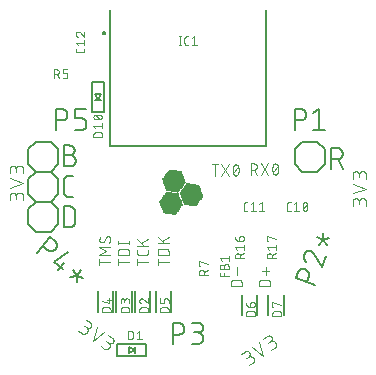
<source format=gbr>
G04 EAGLE Gerber RS-274X export*
G75*
%MOMM*%
%FSLAX34Y34*%
%LPD*%
%INSilkscreen Top*%
%IPPOS*%
%AMOC8*
5,1,8,0,0,1.08239X$1,22.5*%
G01*
%ADD10C,0.101600*%
%ADD11C,0.152400*%
%ADD12R,0.014731X0.014731*%
%ADD13R,0.147319X0.014731*%
%ADD14R,0.265175X0.014731*%
%ADD15R,0.383031X0.014731*%
%ADD16R,0.515619X0.014731*%
%ADD17R,0.633475X0.014731*%
%ADD18R,0.751331X0.014731*%
%ADD19R,0.883919X0.014731*%
%ADD20R,1.001775X0.014731*%
%ADD21R,1.119631X0.014731*%
%ADD22R,1.134363X0.014731*%
%ADD23R,1.149094X0.014731*%
%ADD24R,1.163825X0.014731*%
%ADD25R,1.178556X0.014731*%
%ADD26R,1.193288X0.014731*%
%ADD27R,1.222756X0.014731*%
%ADD28R,1.237488X0.014731*%
%ADD29R,1.266950X0.014731*%
%ADD30R,1.281681X0.014731*%
%ADD31R,1.311144X0.014731*%
%ADD32R,1.325881X0.014731*%
%ADD33R,1.355344X0.014731*%
%ADD34R,1.370075X0.014731*%
%ADD35R,1.384806X0.014731*%
%ADD36R,1.399538X0.014731*%
%ADD37R,1.414275X0.014731*%
%ADD38R,1.443738X0.014731*%
%ADD39R,1.458469X0.014731*%
%ADD40R,1.487931X0.014731*%
%ADD41R,1.502663X0.014731*%
%ADD42R,1.517394X0.014731*%
%ADD43R,1.532125X0.014731*%
%ADD44R,1.546856X0.014731*%
%ADD45R,1.576319X0.014731*%
%ADD46R,1.605788X0.014731*%
%ADD47R,1.620519X0.014731*%
%ADD48R,1.649981X0.014731*%
%ADD49R,1.664713X0.014731*%
%ADD50R,1.694175X0.014731*%
%ADD51R,1.708913X0.014731*%
%ADD52R,1.738375X0.014731*%
%ADD53R,1.753106X0.014731*%
%ADD54R,1.767838X0.014731*%
%ADD55R,1.782569X0.014731*%
%ADD56R,1.797306X0.014731*%
%ADD57R,0.117856X0.014731*%
%ADD58R,1.826769X0.014731*%
%ADD59R,0.235713X0.014731*%
%ADD60R,0.353569X0.014731*%
%ADD61R,1.856231X0.014731*%
%ADD62R,0.486156X0.014731*%
%ADD63R,1.870963X0.014731*%
%ADD64R,0.604013X0.014731*%
%ADD65R,0.721869X0.014731*%
%ADD66R,1.885694X0.014731*%
%ADD67R,0.839719X0.014731*%
%ADD68R,0.972306X0.014731*%
%ADD69R,1.090169X0.014731*%
%ADD70R,1.208025X0.014731*%
%ADD71R,1.252219X0.014731*%
%ADD72R,1.296412X0.014731*%
%ADD73R,1.340612X0.014731*%
%ADD74R,1.826763X0.014731*%
%ADD75R,1.414269X0.014731*%
%ADD76R,1.812031X0.014731*%
%ADD77R,1.429000X0.014731*%
%ADD78R,1.458462X0.014731*%
%ADD79R,1.473200X0.014731*%
%ADD80R,1.723644X0.014731*%
%ADD81R,1.694181X0.014731*%
%ADD82R,1.679450X0.014731*%
%ADD83R,1.561594X0.014731*%
%ADD84R,1.576325X0.014731*%
%ADD85R,1.591056X0.014731*%
%ADD86R,1.635250X0.014731*%
%ADD87R,1.561588X0.014731*%
%ADD88R,1.443731X0.014731*%
%ADD89R,1.797300X0.014731*%
%ADD90R,1.841500X0.014731*%
%ADD91R,1.311150X0.014731*%
%ADD92R,1.296419X0.014731*%
%ADD93R,1.193294X0.014731*%
%ADD94R,0.957575X0.014731*%
%ADD95R,0.589281X0.014731*%
%ADD96R,0.471425X0.014731*%
%ADD97R,0.220975X0.014731*%
%ADD98R,1.812038X0.014731*%
%ADD99R,0.103119X0.014731*%
%ADD100R,0.029463X0.014731*%
%ADD101R,0.162050X0.014731*%
%ADD102R,0.397763X0.014731*%
%ADD103R,0.648206X0.014731*%
%ADD104R,1.679444X0.014731*%
%ADD105R,1.016506X0.014731*%
%ADD106R,1.104900X0.014731*%
%ADD107R,1.222750X0.014731*%
%ADD108R,1.429006X0.014731*%
%ADD109R,1.208019X0.014731*%
%ADD110R,0.987044X0.014731*%
%ADD111R,0.854456X0.014731*%
%ADD112R,0.618744X0.014731*%
%ADD113R,0.500888X0.014731*%
%ADD114R,0.368300X0.014731*%
%ADD115R,0.132587X0.014731*%
%ADD116R,1.664719X0.014731*%
%ADD117R,1.075438X0.014731*%
%ADD118R,0.942844X0.014731*%
%ADD119R,0.707131X0.014731*%
%ADD120R,0.456694X0.014731*%
%ADD121R,0.088388X0.014731*%
%ADD122C,0.127000*%
%ADD123C,0.076200*%
%ADD124C,0.200000*%
%ADD125C,0.150000*%


D10*
X151167Y136262D02*
X151167Y139508D01*
X151165Y139621D01*
X151159Y139734D01*
X151149Y139847D01*
X151135Y139960D01*
X151118Y140072D01*
X151096Y140183D01*
X151071Y140293D01*
X151041Y140403D01*
X151008Y140511D01*
X150971Y140618D01*
X150931Y140724D01*
X150886Y140828D01*
X150838Y140931D01*
X150787Y141032D01*
X150732Y141131D01*
X150674Y141228D01*
X150612Y141323D01*
X150547Y141416D01*
X150479Y141506D01*
X150408Y141594D01*
X150333Y141680D01*
X150256Y141763D01*
X150176Y141843D01*
X150093Y141920D01*
X150007Y141995D01*
X149919Y142066D01*
X149829Y142134D01*
X149736Y142199D01*
X149641Y142261D01*
X149544Y142319D01*
X149445Y142374D01*
X149344Y142425D01*
X149241Y142473D01*
X149137Y142518D01*
X149031Y142558D01*
X148924Y142595D01*
X148816Y142628D01*
X148706Y142658D01*
X148596Y142683D01*
X148485Y142705D01*
X148373Y142722D01*
X148260Y142736D01*
X148147Y142746D01*
X148034Y142752D01*
X147921Y142754D01*
X147808Y142752D01*
X147695Y142746D01*
X147582Y142736D01*
X147469Y142722D01*
X147357Y142705D01*
X147246Y142683D01*
X147136Y142658D01*
X147026Y142628D01*
X146918Y142595D01*
X146811Y142558D01*
X146705Y142518D01*
X146601Y142473D01*
X146498Y142425D01*
X146397Y142374D01*
X146298Y142319D01*
X146201Y142261D01*
X146106Y142199D01*
X146013Y142134D01*
X145923Y142066D01*
X145835Y141995D01*
X145749Y141920D01*
X145666Y141843D01*
X145586Y141763D01*
X145509Y141680D01*
X145434Y141594D01*
X145363Y141506D01*
X145295Y141416D01*
X145230Y141323D01*
X145168Y141228D01*
X145110Y141131D01*
X145055Y141032D01*
X145004Y140931D01*
X144956Y140828D01*
X144911Y140724D01*
X144871Y140618D01*
X144834Y140511D01*
X144801Y140403D01*
X144771Y140293D01*
X144746Y140183D01*
X144724Y140072D01*
X144707Y139960D01*
X144693Y139847D01*
X144683Y139734D01*
X144677Y139621D01*
X144675Y139508D01*
X139483Y140157D02*
X139483Y136262D01*
X139483Y140157D02*
X139485Y140258D01*
X139491Y140358D01*
X139501Y140458D01*
X139514Y140558D01*
X139532Y140657D01*
X139553Y140756D01*
X139578Y140853D01*
X139607Y140950D01*
X139640Y141045D01*
X139676Y141139D01*
X139716Y141231D01*
X139759Y141322D01*
X139806Y141411D01*
X139856Y141498D01*
X139910Y141584D01*
X139967Y141667D01*
X140027Y141747D01*
X140090Y141826D01*
X140157Y141902D01*
X140226Y141975D01*
X140298Y142045D01*
X140372Y142113D01*
X140449Y142178D01*
X140529Y142239D01*
X140611Y142298D01*
X140695Y142353D01*
X140781Y142405D01*
X140869Y142454D01*
X140959Y142499D01*
X141051Y142541D01*
X141144Y142579D01*
X141239Y142613D01*
X141334Y142644D01*
X141431Y142671D01*
X141529Y142694D01*
X141628Y142714D01*
X141728Y142729D01*
X141828Y142741D01*
X141928Y142749D01*
X142029Y142753D01*
X142129Y142753D01*
X142230Y142749D01*
X142330Y142741D01*
X142430Y142729D01*
X142530Y142714D01*
X142629Y142694D01*
X142727Y142671D01*
X142824Y142644D01*
X142919Y142613D01*
X143014Y142579D01*
X143107Y142541D01*
X143199Y142499D01*
X143289Y142454D01*
X143377Y142405D01*
X143463Y142353D01*
X143547Y142298D01*
X143629Y142239D01*
X143709Y142178D01*
X143786Y142113D01*
X143860Y142045D01*
X143932Y141975D01*
X144001Y141902D01*
X144068Y141826D01*
X144131Y141747D01*
X144191Y141667D01*
X144248Y141584D01*
X144302Y141498D01*
X144352Y141411D01*
X144399Y141322D01*
X144442Y141231D01*
X144482Y141139D01*
X144518Y141045D01*
X144551Y140950D01*
X144580Y140853D01*
X144605Y140756D01*
X144626Y140657D01*
X144644Y140558D01*
X144657Y140458D01*
X144667Y140358D01*
X144673Y140258D01*
X144675Y140157D01*
X144676Y140157D02*
X144676Y137560D01*
X139483Y147043D02*
X151167Y150938D01*
X139483Y154832D01*
X151167Y159122D02*
X151167Y162367D01*
X151165Y162480D01*
X151159Y162593D01*
X151149Y162706D01*
X151135Y162819D01*
X151118Y162931D01*
X151096Y163042D01*
X151071Y163152D01*
X151041Y163262D01*
X151008Y163370D01*
X150971Y163477D01*
X150931Y163583D01*
X150886Y163687D01*
X150838Y163790D01*
X150787Y163891D01*
X150732Y163990D01*
X150674Y164087D01*
X150612Y164182D01*
X150547Y164275D01*
X150479Y164365D01*
X150408Y164453D01*
X150333Y164539D01*
X150256Y164622D01*
X150176Y164702D01*
X150093Y164779D01*
X150007Y164854D01*
X149919Y164925D01*
X149829Y164993D01*
X149736Y165058D01*
X149641Y165120D01*
X149544Y165178D01*
X149445Y165233D01*
X149344Y165284D01*
X149241Y165332D01*
X149137Y165377D01*
X149031Y165417D01*
X148924Y165454D01*
X148816Y165487D01*
X148706Y165517D01*
X148596Y165542D01*
X148485Y165564D01*
X148373Y165581D01*
X148260Y165595D01*
X148147Y165605D01*
X148034Y165611D01*
X147921Y165613D01*
X147808Y165611D01*
X147695Y165605D01*
X147582Y165595D01*
X147469Y165581D01*
X147357Y165564D01*
X147246Y165542D01*
X147136Y165517D01*
X147026Y165487D01*
X146918Y165454D01*
X146811Y165417D01*
X146705Y165377D01*
X146601Y165332D01*
X146498Y165284D01*
X146397Y165233D01*
X146298Y165178D01*
X146201Y165120D01*
X146106Y165058D01*
X146013Y164993D01*
X145923Y164925D01*
X145835Y164854D01*
X145749Y164779D01*
X145666Y164702D01*
X145586Y164622D01*
X145509Y164539D01*
X145434Y164453D01*
X145363Y164365D01*
X145295Y164275D01*
X145230Y164182D01*
X145168Y164087D01*
X145110Y163990D01*
X145055Y163891D01*
X145004Y163790D01*
X144956Y163687D01*
X144911Y163583D01*
X144871Y163477D01*
X144834Y163370D01*
X144801Y163262D01*
X144771Y163152D01*
X144746Y163042D01*
X144724Y162931D01*
X144707Y162819D01*
X144693Y162706D01*
X144683Y162593D01*
X144677Y162480D01*
X144675Y162367D01*
X139483Y163017D02*
X139483Y159122D01*
X139483Y163017D02*
X139485Y163118D01*
X139491Y163218D01*
X139501Y163318D01*
X139514Y163418D01*
X139532Y163517D01*
X139553Y163616D01*
X139578Y163713D01*
X139607Y163810D01*
X139640Y163905D01*
X139676Y163999D01*
X139716Y164091D01*
X139759Y164182D01*
X139806Y164271D01*
X139856Y164358D01*
X139910Y164444D01*
X139967Y164527D01*
X140027Y164607D01*
X140090Y164686D01*
X140157Y164762D01*
X140226Y164835D01*
X140298Y164905D01*
X140372Y164973D01*
X140449Y165038D01*
X140529Y165099D01*
X140611Y165158D01*
X140695Y165213D01*
X140781Y165265D01*
X140869Y165314D01*
X140959Y165359D01*
X141051Y165401D01*
X141144Y165439D01*
X141239Y165473D01*
X141334Y165504D01*
X141431Y165531D01*
X141529Y165554D01*
X141628Y165574D01*
X141728Y165589D01*
X141828Y165601D01*
X141928Y165609D01*
X142029Y165613D01*
X142129Y165613D01*
X142230Y165609D01*
X142330Y165601D01*
X142430Y165589D01*
X142530Y165574D01*
X142629Y165554D01*
X142727Y165531D01*
X142824Y165504D01*
X142919Y165473D01*
X143014Y165439D01*
X143107Y165401D01*
X143199Y165359D01*
X143289Y165314D01*
X143377Y165265D01*
X143463Y165213D01*
X143547Y165158D01*
X143629Y165099D01*
X143709Y165038D01*
X143786Y164973D01*
X143860Y164905D01*
X143932Y164835D01*
X144001Y164762D01*
X144068Y164686D01*
X144131Y164607D01*
X144191Y164527D01*
X144248Y164444D01*
X144302Y164358D01*
X144352Y164271D01*
X144399Y164182D01*
X144442Y164091D01*
X144482Y163999D01*
X144518Y163905D01*
X144551Y163810D01*
X144580Y163713D01*
X144605Y163616D01*
X144626Y163517D01*
X144644Y163418D01*
X144657Y163318D01*
X144667Y163218D01*
X144673Y163118D01*
X144675Y163017D01*
X144676Y163017D02*
X144676Y160420D01*
X54613Y3108D02*
X51954Y1247D01*
X54613Y3108D02*
X54704Y3175D01*
X54794Y3244D01*
X54881Y3317D01*
X54965Y3393D01*
X55046Y3472D01*
X55125Y3553D01*
X55201Y3637D01*
X55274Y3724D01*
X55343Y3814D01*
X55410Y3905D01*
X55473Y3999D01*
X55533Y4095D01*
X55590Y4193D01*
X55643Y4293D01*
X55693Y4395D01*
X55739Y4499D01*
X55781Y4604D01*
X55820Y4710D01*
X55855Y4818D01*
X55886Y4927D01*
X55914Y5037D01*
X55937Y5148D01*
X55957Y5259D01*
X55973Y5371D01*
X55985Y5484D01*
X55993Y5597D01*
X55997Y5710D01*
X55997Y5824D01*
X55993Y5937D01*
X55985Y6050D01*
X55973Y6163D01*
X55957Y6275D01*
X55937Y6386D01*
X55914Y6497D01*
X55886Y6607D01*
X55855Y6716D01*
X55820Y6824D01*
X55781Y6930D01*
X55739Y7035D01*
X55693Y7139D01*
X55643Y7241D01*
X55590Y7341D01*
X55533Y7439D01*
X55473Y7535D01*
X55410Y7629D01*
X55343Y7720D01*
X55274Y7810D01*
X55201Y7897D01*
X55125Y7981D01*
X55046Y8062D01*
X54965Y8141D01*
X54881Y8217D01*
X54794Y8290D01*
X54705Y8359D01*
X54613Y8426D01*
X54519Y8489D01*
X54423Y8549D01*
X54325Y8606D01*
X54225Y8659D01*
X54123Y8709D01*
X54019Y8755D01*
X53914Y8797D01*
X53808Y8836D01*
X53700Y8871D01*
X53591Y8902D01*
X53481Y8930D01*
X53370Y8953D01*
X53259Y8973D01*
X53147Y8989D01*
X53034Y9001D01*
X52921Y9009D01*
X52808Y9013D01*
X52694Y9013D01*
X52581Y9009D01*
X52468Y9001D01*
X52355Y8989D01*
X52243Y8973D01*
X52132Y8953D01*
X52021Y8930D01*
X51911Y8902D01*
X51802Y8871D01*
X51694Y8836D01*
X51588Y8797D01*
X51483Y8755D01*
X51379Y8709D01*
X51277Y8659D01*
X51177Y8606D01*
X51079Y8549D01*
X50983Y8489D01*
X50889Y8426D01*
X48443Y13052D02*
X45253Y10818D01*
X48443Y13052D02*
X48527Y13108D01*
X48612Y13161D01*
X48700Y13210D01*
X48789Y13256D01*
X48881Y13299D01*
X48974Y13338D01*
X49068Y13373D01*
X49163Y13405D01*
X49260Y13433D01*
X49358Y13457D01*
X49456Y13477D01*
X49556Y13494D01*
X49656Y13506D01*
X49756Y13515D01*
X49857Y13520D01*
X49957Y13521D01*
X50058Y13518D01*
X50158Y13511D01*
X50258Y13500D01*
X50358Y13486D01*
X50457Y13467D01*
X50555Y13445D01*
X50652Y13419D01*
X50749Y13389D01*
X50844Y13356D01*
X50937Y13319D01*
X51029Y13278D01*
X51120Y13233D01*
X51208Y13186D01*
X51295Y13134D01*
X51379Y13080D01*
X51462Y13022D01*
X51542Y12961D01*
X51620Y12897D01*
X51695Y12830D01*
X51768Y12761D01*
X51837Y12688D01*
X51904Y12613D01*
X51968Y12535D01*
X52029Y12455D01*
X52087Y12372D01*
X52141Y12288D01*
X52193Y12201D01*
X52240Y12113D01*
X52285Y12022D01*
X52326Y11930D01*
X52363Y11836D01*
X52396Y11742D01*
X52426Y11645D01*
X52452Y11548D01*
X52474Y11450D01*
X52493Y11351D01*
X52507Y11251D01*
X52518Y11151D01*
X52525Y11051D01*
X52528Y10950D01*
X52527Y10850D01*
X52522Y10749D01*
X52513Y10649D01*
X52501Y10549D01*
X52484Y10449D01*
X52464Y10351D01*
X52440Y10253D01*
X52412Y10156D01*
X52380Y10061D01*
X52345Y9967D01*
X52306Y9874D01*
X52263Y9782D01*
X52217Y9693D01*
X52168Y9605D01*
X52115Y9520D01*
X52059Y9436D01*
X51999Y9355D01*
X51937Y9276D01*
X51871Y9199D01*
X51803Y9125D01*
X51732Y9054D01*
X51658Y8986D01*
X51581Y8920D01*
X51502Y8858D01*
X51421Y8798D01*
X49295Y7309D01*
X54084Y17002D02*
X63976Y9664D01*
X60464Y21469D01*
X70680Y14359D02*
X73339Y16220D01*
X73430Y16287D01*
X73520Y16356D01*
X73607Y16429D01*
X73691Y16505D01*
X73772Y16584D01*
X73851Y16665D01*
X73927Y16749D01*
X74000Y16836D01*
X74069Y16926D01*
X74136Y17017D01*
X74199Y17111D01*
X74259Y17207D01*
X74316Y17305D01*
X74369Y17405D01*
X74419Y17507D01*
X74465Y17611D01*
X74507Y17716D01*
X74546Y17822D01*
X74581Y17930D01*
X74612Y18039D01*
X74640Y18149D01*
X74663Y18260D01*
X74683Y18371D01*
X74699Y18483D01*
X74711Y18596D01*
X74719Y18709D01*
X74723Y18822D01*
X74723Y18936D01*
X74719Y19049D01*
X74711Y19162D01*
X74699Y19275D01*
X74683Y19387D01*
X74663Y19498D01*
X74640Y19609D01*
X74612Y19719D01*
X74581Y19828D01*
X74546Y19936D01*
X74507Y20042D01*
X74465Y20147D01*
X74419Y20251D01*
X74369Y20353D01*
X74316Y20453D01*
X74259Y20551D01*
X74199Y20647D01*
X74136Y20741D01*
X74069Y20832D01*
X74000Y20922D01*
X73927Y21009D01*
X73851Y21093D01*
X73772Y21174D01*
X73691Y21253D01*
X73607Y21329D01*
X73520Y21402D01*
X73431Y21471D01*
X73339Y21538D01*
X73245Y21601D01*
X73149Y21661D01*
X73051Y21718D01*
X72951Y21771D01*
X72849Y21821D01*
X72745Y21867D01*
X72640Y21909D01*
X72534Y21948D01*
X72426Y21983D01*
X72317Y22014D01*
X72207Y22042D01*
X72096Y22065D01*
X71985Y22085D01*
X71873Y22101D01*
X71760Y22113D01*
X71647Y22121D01*
X71534Y22125D01*
X71420Y22125D01*
X71307Y22121D01*
X71194Y22113D01*
X71081Y22101D01*
X70969Y22085D01*
X70858Y22065D01*
X70747Y22042D01*
X70637Y22014D01*
X70528Y21983D01*
X70420Y21948D01*
X70314Y21909D01*
X70209Y21867D01*
X70105Y21821D01*
X70003Y21771D01*
X69903Y21718D01*
X69805Y21661D01*
X69709Y21601D01*
X69615Y21538D01*
X67169Y26164D02*
X63978Y23930D01*
X67169Y26164D02*
X67253Y26220D01*
X67338Y26273D01*
X67426Y26322D01*
X67515Y26368D01*
X67607Y26411D01*
X67700Y26450D01*
X67794Y26485D01*
X67889Y26517D01*
X67986Y26545D01*
X68084Y26569D01*
X68182Y26589D01*
X68282Y26606D01*
X68382Y26618D01*
X68482Y26627D01*
X68583Y26632D01*
X68683Y26633D01*
X68784Y26630D01*
X68884Y26623D01*
X68984Y26612D01*
X69084Y26598D01*
X69183Y26579D01*
X69281Y26557D01*
X69378Y26531D01*
X69475Y26501D01*
X69570Y26468D01*
X69663Y26431D01*
X69755Y26390D01*
X69846Y26345D01*
X69934Y26298D01*
X70021Y26246D01*
X70105Y26192D01*
X70188Y26134D01*
X70268Y26073D01*
X70346Y26009D01*
X70421Y25942D01*
X70494Y25873D01*
X70563Y25800D01*
X70630Y25725D01*
X70694Y25647D01*
X70755Y25567D01*
X70813Y25484D01*
X70867Y25400D01*
X70919Y25313D01*
X70966Y25225D01*
X71011Y25134D01*
X71052Y25042D01*
X71089Y24948D01*
X71122Y24854D01*
X71152Y24757D01*
X71178Y24660D01*
X71200Y24562D01*
X71219Y24463D01*
X71233Y24363D01*
X71244Y24263D01*
X71251Y24163D01*
X71254Y24062D01*
X71253Y23962D01*
X71248Y23861D01*
X71239Y23761D01*
X71227Y23661D01*
X71210Y23561D01*
X71190Y23463D01*
X71166Y23365D01*
X71138Y23268D01*
X71106Y23173D01*
X71071Y23079D01*
X71032Y22986D01*
X70989Y22894D01*
X70943Y22805D01*
X70894Y22717D01*
X70841Y22632D01*
X70785Y22548D01*
X70725Y22467D01*
X70663Y22388D01*
X70597Y22311D01*
X70529Y22237D01*
X70458Y22166D01*
X70384Y22098D01*
X70307Y22032D01*
X70228Y21970D01*
X70147Y21910D01*
X68020Y20421D01*
X-89951Y28595D02*
X-92610Y30457D01*
X-89952Y28595D02*
X-89858Y28532D01*
X-89762Y28472D01*
X-89664Y28415D01*
X-89564Y28362D01*
X-89462Y28312D01*
X-89358Y28266D01*
X-89253Y28224D01*
X-89147Y28185D01*
X-89039Y28150D01*
X-88930Y28119D01*
X-88820Y28091D01*
X-88709Y28068D01*
X-88598Y28048D01*
X-88486Y28032D01*
X-88373Y28020D01*
X-88260Y28012D01*
X-88147Y28008D01*
X-88033Y28008D01*
X-87920Y28012D01*
X-87807Y28020D01*
X-87694Y28032D01*
X-87582Y28048D01*
X-87471Y28068D01*
X-87360Y28091D01*
X-87250Y28119D01*
X-87141Y28150D01*
X-87033Y28185D01*
X-86927Y28224D01*
X-86822Y28266D01*
X-86718Y28312D01*
X-86616Y28362D01*
X-86516Y28415D01*
X-86418Y28472D01*
X-86322Y28532D01*
X-86228Y28595D01*
X-86137Y28662D01*
X-86047Y28731D01*
X-85960Y28804D01*
X-85876Y28880D01*
X-85795Y28959D01*
X-85716Y29040D01*
X-85640Y29124D01*
X-85567Y29211D01*
X-85498Y29301D01*
X-85431Y29392D01*
X-85368Y29486D01*
X-85308Y29582D01*
X-85251Y29680D01*
X-85198Y29780D01*
X-85148Y29882D01*
X-85102Y29986D01*
X-85060Y30091D01*
X-85021Y30197D01*
X-84986Y30305D01*
X-84955Y30414D01*
X-84927Y30524D01*
X-84904Y30635D01*
X-84884Y30746D01*
X-84868Y30858D01*
X-84856Y30971D01*
X-84848Y31084D01*
X-84844Y31197D01*
X-84844Y31311D01*
X-84848Y31424D01*
X-84856Y31537D01*
X-84868Y31650D01*
X-84884Y31762D01*
X-84904Y31873D01*
X-84927Y31984D01*
X-84955Y32094D01*
X-84986Y32203D01*
X-85021Y32311D01*
X-85060Y32417D01*
X-85102Y32522D01*
X-85148Y32626D01*
X-85198Y32728D01*
X-85251Y32828D01*
X-85308Y32926D01*
X-85368Y33022D01*
X-85431Y33116D01*
X-85498Y33207D01*
X-85567Y33297D01*
X-85640Y33384D01*
X-85716Y33468D01*
X-85795Y33549D01*
X-85876Y33628D01*
X-85960Y33704D01*
X-86047Y33777D01*
X-86136Y33846D01*
X-86228Y33913D01*
X-82718Y37794D02*
X-85908Y40028D01*
X-82718Y37794D02*
X-82637Y37734D01*
X-82558Y37672D01*
X-82481Y37606D01*
X-82407Y37538D01*
X-82336Y37467D01*
X-82268Y37393D01*
X-82202Y37316D01*
X-82140Y37237D01*
X-82080Y37156D01*
X-82024Y37072D01*
X-81971Y36987D01*
X-81922Y36899D01*
X-81876Y36810D01*
X-81833Y36718D01*
X-81794Y36625D01*
X-81759Y36531D01*
X-81727Y36436D01*
X-81699Y36339D01*
X-81675Y36241D01*
X-81655Y36143D01*
X-81638Y36043D01*
X-81626Y35943D01*
X-81617Y35843D01*
X-81612Y35742D01*
X-81611Y35642D01*
X-81614Y35541D01*
X-81621Y35441D01*
X-81632Y35341D01*
X-81646Y35241D01*
X-81665Y35142D01*
X-81687Y35044D01*
X-81713Y34947D01*
X-81743Y34850D01*
X-81776Y34756D01*
X-81813Y34662D01*
X-81854Y34570D01*
X-81899Y34479D01*
X-81946Y34391D01*
X-81998Y34304D01*
X-82052Y34220D01*
X-82110Y34137D01*
X-82171Y34057D01*
X-82235Y33979D01*
X-82302Y33904D01*
X-82371Y33831D01*
X-82444Y33762D01*
X-82519Y33695D01*
X-82597Y33631D01*
X-82677Y33570D01*
X-82760Y33512D01*
X-82844Y33458D01*
X-82931Y33406D01*
X-83019Y33359D01*
X-83110Y33314D01*
X-83202Y33273D01*
X-83295Y33236D01*
X-83390Y33203D01*
X-83487Y33173D01*
X-83584Y33147D01*
X-83682Y33125D01*
X-83781Y33106D01*
X-83881Y33092D01*
X-83981Y33081D01*
X-84081Y33074D01*
X-84182Y33071D01*
X-84282Y33072D01*
X-84383Y33077D01*
X-84483Y33086D01*
X-84583Y33098D01*
X-84683Y33115D01*
X-84781Y33135D01*
X-84879Y33159D01*
X-84976Y33187D01*
X-85071Y33219D01*
X-85165Y33254D01*
X-85258Y33293D01*
X-85350Y33336D01*
X-85439Y33382D01*
X-85527Y33431D01*
X-85612Y33484D01*
X-85696Y33540D01*
X-87823Y35030D01*
X-77077Y33844D02*
X-80588Y22039D01*
X-70696Y29377D01*
X-73884Y17345D02*
X-71225Y15483D01*
X-71226Y15483D02*
X-71132Y15420D01*
X-71036Y15360D01*
X-70938Y15303D01*
X-70838Y15250D01*
X-70736Y15200D01*
X-70632Y15154D01*
X-70527Y15112D01*
X-70421Y15073D01*
X-70313Y15038D01*
X-70204Y15007D01*
X-70094Y14979D01*
X-69983Y14956D01*
X-69872Y14936D01*
X-69760Y14920D01*
X-69647Y14908D01*
X-69534Y14900D01*
X-69421Y14896D01*
X-69307Y14896D01*
X-69194Y14900D01*
X-69081Y14908D01*
X-68968Y14920D01*
X-68856Y14936D01*
X-68745Y14956D01*
X-68634Y14979D01*
X-68524Y15007D01*
X-68415Y15038D01*
X-68307Y15073D01*
X-68201Y15112D01*
X-68096Y15154D01*
X-67992Y15200D01*
X-67890Y15250D01*
X-67790Y15303D01*
X-67692Y15360D01*
X-67596Y15420D01*
X-67502Y15483D01*
X-67411Y15550D01*
X-67321Y15619D01*
X-67234Y15692D01*
X-67150Y15768D01*
X-67069Y15847D01*
X-66990Y15928D01*
X-66914Y16012D01*
X-66841Y16099D01*
X-66772Y16189D01*
X-66705Y16280D01*
X-66642Y16374D01*
X-66582Y16470D01*
X-66525Y16568D01*
X-66472Y16668D01*
X-66422Y16770D01*
X-66376Y16874D01*
X-66334Y16979D01*
X-66295Y17085D01*
X-66260Y17193D01*
X-66229Y17302D01*
X-66201Y17412D01*
X-66178Y17523D01*
X-66158Y17634D01*
X-66142Y17746D01*
X-66130Y17859D01*
X-66122Y17972D01*
X-66118Y18085D01*
X-66118Y18199D01*
X-66122Y18312D01*
X-66130Y18425D01*
X-66142Y18538D01*
X-66158Y18650D01*
X-66178Y18761D01*
X-66201Y18872D01*
X-66229Y18982D01*
X-66260Y19091D01*
X-66295Y19199D01*
X-66334Y19305D01*
X-66376Y19410D01*
X-66422Y19514D01*
X-66472Y19616D01*
X-66525Y19716D01*
X-66582Y19814D01*
X-66642Y19910D01*
X-66705Y20004D01*
X-66772Y20095D01*
X-66841Y20185D01*
X-66914Y20272D01*
X-66990Y20356D01*
X-67069Y20437D01*
X-67150Y20516D01*
X-67234Y20592D01*
X-67321Y20665D01*
X-67410Y20734D01*
X-67502Y20801D01*
X-63992Y24682D02*
X-67182Y26916D01*
X-63992Y24682D02*
X-63911Y24622D01*
X-63832Y24560D01*
X-63755Y24494D01*
X-63681Y24426D01*
X-63610Y24355D01*
X-63542Y24281D01*
X-63476Y24204D01*
X-63414Y24125D01*
X-63354Y24044D01*
X-63298Y23960D01*
X-63245Y23875D01*
X-63196Y23787D01*
X-63150Y23698D01*
X-63107Y23606D01*
X-63068Y23513D01*
X-63033Y23419D01*
X-63001Y23324D01*
X-62973Y23227D01*
X-62949Y23129D01*
X-62929Y23031D01*
X-62912Y22931D01*
X-62900Y22831D01*
X-62891Y22731D01*
X-62886Y22630D01*
X-62885Y22530D01*
X-62888Y22429D01*
X-62895Y22329D01*
X-62906Y22229D01*
X-62920Y22129D01*
X-62939Y22030D01*
X-62961Y21932D01*
X-62987Y21835D01*
X-63017Y21738D01*
X-63050Y21644D01*
X-63087Y21550D01*
X-63128Y21458D01*
X-63173Y21367D01*
X-63220Y21279D01*
X-63272Y21192D01*
X-63326Y21108D01*
X-63384Y21025D01*
X-63445Y20945D01*
X-63509Y20867D01*
X-63576Y20792D01*
X-63645Y20719D01*
X-63718Y20650D01*
X-63793Y20583D01*
X-63871Y20519D01*
X-63951Y20458D01*
X-64034Y20400D01*
X-64118Y20346D01*
X-64205Y20294D01*
X-64293Y20247D01*
X-64384Y20202D01*
X-64476Y20161D01*
X-64569Y20124D01*
X-64664Y20091D01*
X-64761Y20061D01*
X-64858Y20035D01*
X-64956Y20013D01*
X-65055Y19994D01*
X-65155Y19980D01*
X-65255Y19969D01*
X-65355Y19962D01*
X-65456Y19959D01*
X-65556Y19960D01*
X-65657Y19965D01*
X-65757Y19974D01*
X-65857Y19986D01*
X-65957Y20003D01*
X-66055Y20023D01*
X-66153Y20047D01*
X-66250Y20075D01*
X-66345Y20107D01*
X-66439Y20142D01*
X-66532Y20181D01*
X-66624Y20224D01*
X-66713Y20270D01*
X-66801Y20319D01*
X-66886Y20372D01*
X-66970Y20428D01*
X-69097Y21918D01*
X-139233Y141024D02*
X-139233Y144270D01*
X-139235Y144383D01*
X-139241Y144496D01*
X-139251Y144609D01*
X-139265Y144722D01*
X-139282Y144834D01*
X-139304Y144945D01*
X-139329Y145055D01*
X-139359Y145165D01*
X-139392Y145273D01*
X-139429Y145380D01*
X-139469Y145486D01*
X-139514Y145590D01*
X-139562Y145693D01*
X-139613Y145794D01*
X-139668Y145893D01*
X-139726Y145990D01*
X-139788Y146085D01*
X-139853Y146178D01*
X-139921Y146268D01*
X-139992Y146356D01*
X-140067Y146442D01*
X-140144Y146525D01*
X-140224Y146605D01*
X-140307Y146682D01*
X-140393Y146757D01*
X-140481Y146828D01*
X-140571Y146896D01*
X-140664Y146961D01*
X-140759Y147023D01*
X-140856Y147081D01*
X-140955Y147136D01*
X-141056Y147187D01*
X-141159Y147235D01*
X-141263Y147280D01*
X-141369Y147320D01*
X-141476Y147357D01*
X-141584Y147390D01*
X-141694Y147420D01*
X-141804Y147445D01*
X-141915Y147467D01*
X-142027Y147484D01*
X-142140Y147498D01*
X-142253Y147508D01*
X-142366Y147514D01*
X-142479Y147516D01*
X-142592Y147514D01*
X-142705Y147508D01*
X-142818Y147498D01*
X-142931Y147484D01*
X-143043Y147467D01*
X-143154Y147445D01*
X-143264Y147420D01*
X-143374Y147390D01*
X-143482Y147357D01*
X-143589Y147320D01*
X-143695Y147280D01*
X-143799Y147235D01*
X-143902Y147187D01*
X-144003Y147136D01*
X-144102Y147081D01*
X-144199Y147023D01*
X-144294Y146961D01*
X-144387Y146896D01*
X-144477Y146828D01*
X-144565Y146757D01*
X-144651Y146682D01*
X-144734Y146605D01*
X-144814Y146525D01*
X-144891Y146442D01*
X-144966Y146356D01*
X-145037Y146268D01*
X-145105Y146178D01*
X-145170Y146085D01*
X-145232Y145990D01*
X-145290Y145893D01*
X-145345Y145794D01*
X-145396Y145693D01*
X-145444Y145590D01*
X-145489Y145486D01*
X-145529Y145380D01*
X-145566Y145273D01*
X-145599Y145165D01*
X-145629Y145055D01*
X-145654Y144945D01*
X-145676Y144834D01*
X-145693Y144722D01*
X-145707Y144609D01*
X-145717Y144496D01*
X-145723Y144383D01*
X-145725Y144270D01*
X-150917Y144919D02*
X-150917Y141024D01*
X-150917Y144919D02*
X-150915Y145020D01*
X-150909Y145120D01*
X-150899Y145220D01*
X-150886Y145320D01*
X-150868Y145419D01*
X-150847Y145518D01*
X-150822Y145615D01*
X-150793Y145712D01*
X-150760Y145807D01*
X-150724Y145901D01*
X-150684Y145993D01*
X-150641Y146084D01*
X-150594Y146173D01*
X-150544Y146260D01*
X-150490Y146346D01*
X-150433Y146429D01*
X-150373Y146509D01*
X-150310Y146588D01*
X-150243Y146664D01*
X-150174Y146737D01*
X-150102Y146807D01*
X-150028Y146875D01*
X-149951Y146940D01*
X-149871Y147001D01*
X-149789Y147060D01*
X-149705Y147115D01*
X-149619Y147167D01*
X-149531Y147216D01*
X-149441Y147261D01*
X-149349Y147303D01*
X-149256Y147341D01*
X-149161Y147375D01*
X-149066Y147406D01*
X-148969Y147433D01*
X-148871Y147456D01*
X-148772Y147476D01*
X-148672Y147491D01*
X-148572Y147503D01*
X-148472Y147511D01*
X-148371Y147515D01*
X-148271Y147515D01*
X-148170Y147511D01*
X-148070Y147503D01*
X-147970Y147491D01*
X-147870Y147476D01*
X-147771Y147456D01*
X-147673Y147433D01*
X-147576Y147406D01*
X-147481Y147375D01*
X-147386Y147341D01*
X-147293Y147303D01*
X-147201Y147261D01*
X-147111Y147216D01*
X-147023Y147167D01*
X-146937Y147115D01*
X-146853Y147060D01*
X-146771Y147001D01*
X-146691Y146940D01*
X-146614Y146875D01*
X-146540Y146807D01*
X-146468Y146737D01*
X-146399Y146664D01*
X-146332Y146588D01*
X-146269Y146509D01*
X-146209Y146429D01*
X-146152Y146346D01*
X-146098Y146260D01*
X-146048Y146173D01*
X-146001Y146084D01*
X-145958Y145993D01*
X-145918Y145901D01*
X-145882Y145807D01*
X-145849Y145712D01*
X-145820Y145615D01*
X-145795Y145518D01*
X-145774Y145419D01*
X-145756Y145320D01*
X-145743Y145220D01*
X-145733Y145120D01*
X-145727Y145020D01*
X-145725Y144919D01*
X-145724Y144919D02*
X-145724Y142323D01*
X-150917Y151805D02*
X-139233Y155700D01*
X-150917Y159595D01*
X-139233Y163884D02*
X-139233Y167130D01*
X-139235Y167243D01*
X-139241Y167356D01*
X-139251Y167469D01*
X-139265Y167582D01*
X-139282Y167694D01*
X-139304Y167805D01*
X-139329Y167915D01*
X-139359Y168025D01*
X-139392Y168133D01*
X-139429Y168240D01*
X-139469Y168346D01*
X-139514Y168450D01*
X-139562Y168553D01*
X-139613Y168654D01*
X-139668Y168753D01*
X-139726Y168850D01*
X-139788Y168945D01*
X-139853Y169038D01*
X-139921Y169128D01*
X-139992Y169216D01*
X-140067Y169302D01*
X-140144Y169385D01*
X-140224Y169465D01*
X-140307Y169542D01*
X-140393Y169617D01*
X-140481Y169688D01*
X-140571Y169756D01*
X-140664Y169821D01*
X-140759Y169883D01*
X-140856Y169941D01*
X-140955Y169996D01*
X-141056Y170047D01*
X-141159Y170095D01*
X-141263Y170140D01*
X-141369Y170180D01*
X-141476Y170217D01*
X-141584Y170250D01*
X-141694Y170280D01*
X-141804Y170305D01*
X-141915Y170327D01*
X-142027Y170344D01*
X-142140Y170358D01*
X-142253Y170368D01*
X-142366Y170374D01*
X-142479Y170376D01*
X-142592Y170374D01*
X-142705Y170368D01*
X-142818Y170358D01*
X-142931Y170344D01*
X-143043Y170327D01*
X-143154Y170305D01*
X-143264Y170280D01*
X-143374Y170250D01*
X-143482Y170217D01*
X-143589Y170180D01*
X-143695Y170140D01*
X-143799Y170095D01*
X-143902Y170047D01*
X-144003Y169996D01*
X-144102Y169941D01*
X-144199Y169883D01*
X-144294Y169821D01*
X-144387Y169756D01*
X-144477Y169688D01*
X-144565Y169617D01*
X-144651Y169542D01*
X-144734Y169465D01*
X-144814Y169385D01*
X-144891Y169302D01*
X-144966Y169216D01*
X-145037Y169128D01*
X-145105Y169038D01*
X-145170Y168945D01*
X-145232Y168850D01*
X-145290Y168753D01*
X-145345Y168654D01*
X-145396Y168553D01*
X-145444Y168450D01*
X-145489Y168346D01*
X-145529Y168240D01*
X-145566Y168133D01*
X-145599Y168025D01*
X-145629Y167915D01*
X-145654Y167805D01*
X-145676Y167694D01*
X-145693Y167582D01*
X-145707Y167469D01*
X-145717Y167356D01*
X-145723Y167243D01*
X-145725Y167130D01*
X-150917Y167779D02*
X-150917Y163884D01*
X-150917Y167779D02*
X-150915Y167880D01*
X-150909Y167980D01*
X-150899Y168080D01*
X-150886Y168180D01*
X-150868Y168279D01*
X-150847Y168378D01*
X-150822Y168475D01*
X-150793Y168572D01*
X-150760Y168667D01*
X-150724Y168761D01*
X-150684Y168853D01*
X-150641Y168944D01*
X-150594Y169033D01*
X-150544Y169120D01*
X-150490Y169206D01*
X-150433Y169289D01*
X-150373Y169369D01*
X-150310Y169448D01*
X-150243Y169524D01*
X-150174Y169597D01*
X-150102Y169667D01*
X-150028Y169735D01*
X-149951Y169800D01*
X-149871Y169861D01*
X-149789Y169920D01*
X-149705Y169975D01*
X-149619Y170027D01*
X-149531Y170076D01*
X-149441Y170121D01*
X-149349Y170163D01*
X-149256Y170201D01*
X-149161Y170235D01*
X-149066Y170266D01*
X-148969Y170293D01*
X-148871Y170316D01*
X-148772Y170336D01*
X-148672Y170351D01*
X-148572Y170363D01*
X-148472Y170371D01*
X-148371Y170375D01*
X-148271Y170375D01*
X-148170Y170371D01*
X-148070Y170363D01*
X-147970Y170351D01*
X-147870Y170336D01*
X-147771Y170316D01*
X-147673Y170293D01*
X-147576Y170266D01*
X-147481Y170235D01*
X-147386Y170201D01*
X-147293Y170163D01*
X-147201Y170121D01*
X-147111Y170076D01*
X-147023Y170027D01*
X-146937Y169975D01*
X-146853Y169920D01*
X-146771Y169861D01*
X-146691Y169800D01*
X-146614Y169735D01*
X-146540Y169667D01*
X-146468Y169597D01*
X-146399Y169524D01*
X-146332Y169448D01*
X-146269Y169369D01*
X-146209Y169289D01*
X-146152Y169206D01*
X-146098Y169120D01*
X-146048Y169033D01*
X-146001Y168944D01*
X-145958Y168853D01*
X-145918Y168761D01*
X-145882Y168667D01*
X-145849Y168572D01*
X-145820Y168475D01*
X-145795Y168378D01*
X-145774Y168279D01*
X-145756Y168180D01*
X-145743Y168080D01*
X-145733Y167980D01*
X-145727Y167880D01*
X-145725Y167779D01*
X-145724Y167779D02*
X-145724Y165183D01*
D11*
X90351Y200753D02*
X90351Y218533D01*
X95290Y218533D01*
X95430Y218531D01*
X95569Y218525D01*
X95709Y218515D01*
X95848Y218501D01*
X95987Y218484D01*
X96125Y218462D01*
X96262Y218436D01*
X96399Y218407D01*
X96535Y218374D01*
X96669Y218337D01*
X96803Y218296D01*
X96935Y218251D01*
X97067Y218202D01*
X97196Y218150D01*
X97324Y218095D01*
X97451Y218035D01*
X97576Y217972D01*
X97699Y217906D01*
X97820Y217836D01*
X97939Y217763D01*
X98056Y217686D01*
X98170Y217606D01*
X98283Y217523D01*
X98393Y217437D01*
X98500Y217347D01*
X98605Y217255D01*
X98707Y217160D01*
X98807Y217062D01*
X98904Y216961D01*
X98998Y216857D01*
X99088Y216751D01*
X99176Y216642D01*
X99261Y216531D01*
X99342Y216417D01*
X99421Y216302D01*
X99496Y216184D01*
X99567Y216064D01*
X99635Y215941D01*
X99700Y215818D01*
X99761Y215692D01*
X99819Y215564D01*
X99873Y215436D01*
X99923Y215305D01*
X99970Y215173D01*
X100013Y215040D01*
X100052Y214906D01*
X100087Y214771D01*
X100118Y214635D01*
X100146Y214497D01*
X100169Y214360D01*
X100189Y214221D01*
X100205Y214082D01*
X100217Y213943D01*
X100225Y213804D01*
X100229Y213664D01*
X100229Y213524D01*
X100225Y213384D01*
X100217Y213245D01*
X100205Y213106D01*
X100189Y212967D01*
X100169Y212828D01*
X100146Y212691D01*
X100118Y212553D01*
X100087Y212417D01*
X100052Y212282D01*
X100013Y212148D01*
X99970Y212015D01*
X99923Y211883D01*
X99873Y211752D01*
X99819Y211624D01*
X99761Y211496D01*
X99700Y211370D01*
X99635Y211247D01*
X99567Y211125D01*
X99496Y211004D01*
X99421Y210886D01*
X99342Y210771D01*
X99261Y210657D01*
X99176Y210546D01*
X99088Y210437D01*
X98998Y210331D01*
X98904Y210227D01*
X98807Y210126D01*
X98707Y210028D01*
X98605Y209933D01*
X98500Y209841D01*
X98393Y209751D01*
X98283Y209665D01*
X98170Y209582D01*
X98056Y209502D01*
X97939Y209425D01*
X97820Y209352D01*
X97699Y209282D01*
X97576Y209216D01*
X97451Y209153D01*
X97324Y209093D01*
X97196Y209038D01*
X97067Y208986D01*
X96935Y208937D01*
X96803Y208892D01*
X96669Y208851D01*
X96535Y208814D01*
X96399Y208781D01*
X96262Y208752D01*
X96125Y208726D01*
X95987Y208704D01*
X95848Y208687D01*
X95709Y208673D01*
X95569Y208663D01*
X95430Y208657D01*
X95290Y208655D01*
X90351Y208655D01*
X106346Y214581D02*
X111285Y218533D01*
X111285Y200753D01*
X106346Y200753D02*
X116224Y200753D01*
X91275Y75409D02*
X107983Y69328D01*
X91275Y75409D02*
X92964Y80051D01*
X92965Y80050D02*
X93015Y80181D01*
X93068Y80310D01*
X93125Y80438D01*
X93185Y80564D01*
X93250Y80688D01*
X93317Y80810D01*
X93388Y80931D01*
X93463Y81049D01*
X93540Y81165D01*
X93621Y81279D01*
X93705Y81391D01*
X93793Y81500D01*
X93883Y81607D01*
X93976Y81711D01*
X94073Y81812D01*
X94172Y81911D01*
X94274Y82006D01*
X94378Y82099D01*
X94485Y82189D01*
X94595Y82276D01*
X94707Y82359D01*
X94821Y82440D01*
X94938Y82517D01*
X95056Y82591D01*
X95177Y82661D01*
X95300Y82728D01*
X95424Y82792D01*
X95550Y82852D01*
X95678Y82908D01*
X95808Y82961D01*
X95939Y83010D01*
X96071Y83055D01*
X96204Y83097D01*
X96339Y83135D01*
X96475Y83169D01*
X96611Y83199D01*
X96748Y83225D01*
X96886Y83247D01*
X97025Y83266D01*
X97164Y83280D01*
X97303Y83291D01*
X97443Y83297D01*
X97583Y83300D01*
X97722Y83299D01*
X97862Y83293D01*
X98002Y83284D01*
X98141Y83271D01*
X98280Y83254D01*
X98418Y83233D01*
X98555Y83208D01*
X98692Y83179D01*
X98828Y83146D01*
X98963Y83110D01*
X99097Y83070D01*
X99229Y83026D01*
X99361Y82978D01*
X99491Y82926D01*
X99619Y82871D01*
X99746Y82812D01*
X99871Y82750D01*
X99994Y82684D01*
X100116Y82615D01*
X100235Y82542D01*
X100352Y82466D01*
X100467Y82387D01*
X100580Y82304D01*
X100691Y82218D01*
X100799Y82129D01*
X100904Y82038D01*
X101007Y81943D01*
X101107Y81845D01*
X101204Y81745D01*
X101298Y81642D01*
X101389Y81536D01*
X101478Y81427D01*
X101563Y81317D01*
X101645Y81203D01*
X101724Y81088D01*
X101799Y80970D01*
X101872Y80851D01*
X101940Y80729D01*
X102006Y80605D01*
X102067Y80480D01*
X102126Y80353D01*
X102180Y80224D01*
X102231Y80094D01*
X102278Y79962D01*
X102322Y79830D01*
X102361Y79695D01*
X102397Y79560D01*
X102429Y79424D01*
X102457Y79287D01*
X102482Y79150D01*
X102502Y79011D01*
X102518Y78873D01*
X102531Y78733D01*
X102540Y78594D01*
X102544Y78454D01*
X102545Y78314D01*
X102541Y78175D01*
X102534Y78035D01*
X102523Y77896D01*
X102508Y77757D01*
X102489Y77618D01*
X102466Y77480D01*
X102439Y77343D01*
X102408Y77207D01*
X102374Y77071D01*
X102335Y76937D01*
X102293Y76804D01*
X102247Y76672D01*
X100557Y72031D01*
X98604Y95545D02*
X98651Y95668D01*
X98701Y95790D01*
X98756Y95910D01*
X98813Y96029D01*
X98874Y96145D01*
X98939Y96260D01*
X99007Y96373D01*
X99078Y96484D01*
X99152Y96592D01*
X99230Y96699D01*
X99311Y96803D01*
X99395Y96905D01*
X99482Y97004D01*
X99571Y97100D01*
X99664Y97194D01*
X99759Y97285D01*
X99857Y97373D01*
X99958Y97458D01*
X100061Y97540D01*
X100166Y97619D01*
X100274Y97695D01*
X100383Y97768D01*
X100495Y97837D01*
X100609Y97903D01*
X100725Y97966D01*
X100843Y98025D01*
X100962Y98081D01*
X101083Y98133D01*
X101206Y98182D01*
X101330Y98226D01*
X101455Y98268D01*
X101581Y98305D01*
X101708Y98339D01*
X101837Y98369D01*
X101966Y98395D01*
X102096Y98417D01*
X102226Y98435D01*
X102357Y98450D01*
X102488Y98460D01*
X102620Y98467D01*
X102752Y98470D01*
X102883Y98469D01*
X103015Y98464D01*
X103147Y98455D01*
X103278Y98442D01*
X103408Y98426D01*
X103538Y98405D01*
X103668Y98381D01*
X103797Y98352D01*
X103924Y98320D01*
X104051Y98285D01*
X104177Y98245D01*
X104301Y98202D01*
X98603Y95545D02*
X98554Y95404D01*
X98508Y95261D01*
X98467Y95118D01*
X98429Y94973D01*
X98394Y94827D01*
X98364Y94681D01*
X98337Y94534D01*
X98314Y94386D01*
X98296Y94237D01*
X98281Y94089D01*
X98270Y93939D01*
X98262Y93790D01*
X98259Y93640D01*
X98260Y93491D01*
X98265Y93341D01*
X98273Y93192D01*
X98285Y93043D01*
X98302Y92894D01*
X98322Y92746D01*
X98346Y92598D01*
X98374Y92451D01*
X98406Y92305D01*
X98442Y92160D01*
X98481Y92015D01*
X98524Y91872D01*
X98571Y91730D01*
X98622Y91589D01*
X98676Y91450D01*
X98734Y91312D01*
X98796Y91175D01*
X98861Y91041D01*
X98929Y90908D01*
X99001Y90777D01*
X99077Y90647D01*
X99156Y90520D01*
X99238Y90395D01*
X99323Y90272D01*
X99412Y90152D01*
X99503Y90033D01*
X99598Y89918D01*
X99696Y89804D01*
X99796Y89694D01*
X99900Y89586D01*
X100006Y89480D01*
X100115Y89378D01*
X100227Y89278D01*
X100341Y89182D01*
X100458Y89088D01*
X107043Y95626D02*
X106988Y95748D01*
X106929Y95868D01*
X106867Y95986D01*
X106802Y96102D01*
X106734Y96217D01*
X106663Y96329D01*
X106588Y96440D01*
X106510Y96548D01*
X106430Y96654D01*
X106346Y96758D01*
X106260Y96860D01*
X106171Y96959D01*
X106079Y97055D01*
X105984Y97149D01*
X105887Y97240D01*
X105787Y97329D01*
X105685Y97415D01*
X105581Y97497D01*
X105474Y97577D01*
X105365Y97654D01*
X105254Y97728D01*
X105141Y97799D01*
X105026Y97866D01*
X104909Y97930D01*
X104791Y97991D01*
X104670Y98049D01*
X104549Y98103D01*
X104425Y98154D01*
X104301Y98201D01*
X107043Y95627D02*
X113454Y84359D01*
X116832Y93641D01*
X114565Y107630D02*
X108996Y109657D01*
X114565Y107630D02*
X119925Y109358D01*
X114565Y107630D02*
X117560Y102861D01*
X114565Y107630D02*
X114567Y113410D01*
X114565Y107630D02*
X110851Y103200D01*
X-12811Y37275D02*
X-12811Y19495D01*
X-12811Y37275D02*
X-7873Y37275D01*
X-7733Y37273D01*
X-7594Y37267D01*
X-7454Y37257D01*
X-7315Y37243D01*
X-7176Y37226D01*
X-7038Y37204D01*
X-6901Y37178D01*
X-6764Y37149D01*
X-6628Y37116D01*
X-6494Y37079D01*
X-6360Y37038D01*
X-6228Y36993D01*
X-6096Y36944D01*
X-5967Y36892D01*
X-5839Y36837D01*
X-5712Y36777D01*
X-5587Y36714D01*
X-5464Y36648D01*
X-5343Y36578D01*
X-5224Y36505D01*
X-5107Y36428D01*
X-4993Y36348D01*
X-4880Y36265D01*
X-4770Y36179D01*
X-4663Y36089D01*
X-4558Y35997D01*
X-4456Y35902D01*
X-4356Y35804D01*
X-4259Y35703D01*
X-4165Y35599D01*
X-4075Y35493D01*
X-3987Y35384D01*
X-3902Y35273D01*
X-3821Y35159D01*
X-3742Y35044D01*
X-3667Y34926D01*
X-3596Y34806D01*
X-3528Y34683D01*
X-3463Y34560D01*
X-3402Y34434D01*
X-3344Y34306D01*
X-3290Y34178D01*
X-3240Y34047D01*
X-3193Y33915D01*
X-3150Y33782D01*
X-3111Y33648D01*
X-3076Y33513D01*
X-3045Y33377D01*
X-3017Y33239D01*
X-2994Y33102D01*
X-2974Y32963D01*
X-2958Y32824D01*
X-2946Y32685D01*
X-2938Y32546D01*
X-2934Y32406D01*
X-2934Y32266D01*
X-2938Y32126D01*
X-2946Y31987D01*
X-2958Y31848D01*
X-2974Y31709D01*
X-2994Y31570D01*
X-3017Y31433D01*
X-3045Y31295D01*
X-3076Y31159D01*
X-3111Y31024D01*
X-3150Y30890D01*
X-3193Y30757D01*
X-3240Y30625D01*
X-3290Y30494D01*
X-3344Y30366D01*
X-3402Y30238D01*
X-3463Y30112D01*
X-3528Y29989D01*
X-3596Y29867D01*
X-3667Y29746D01*
X-3742Y29628D01*
X-3821Y29513D01*
X-3902Y29399D01*
X-3987Y29288D01*
X-4075Y29179D01*
X-4165Y29073D01*
X-4259Y28969D01*
X-4356Y28868D01*
X-4456Y28770D01*
X-4558Y28675D01*
X-4663Y28583D01*
X-4770Y28493D01*
X-4880Y28407D01*
X-4993Y28324D01*
X-5107Y28244D01*
X-5224Y28167D01*
X-5343Y28094D01*
X-5464Y28024D01*
X-5587Y27958D01*
X-5712Y27895D01*
X-5839Y27835D01*
X-5967Y27780D01*
X-6096Y27728D01*
X-6228Y27679D01*
X-6360Y27634D01*
X-6494Y27593D01*
X-6628Y27556D01*
X-6764Y27523D01*
X-6901Y27494D01*
X-7038Y27468D01*
X-7176Y27446D01*
X-7315Y27429D01*
X-7454Y27415D01*
X-7594Y27405D01*
X-7733Y27399D01*
X-7873Y27397D01*
X-12811Y27397D01*
X3184Y19495D02*
X8123Y19495D01*
X8263Y19497D01*
X8402Y19503D01*
X8542Y19513D01*
X8681Y19527D01*
X8820Y19544D01*
X8958Y19566D01*
X9095Y19592D01*
X9232Y19621D01*
X9368Y19654D01*
X9502Y19691D01*
X9636Y19732D01*
X9768Y19777D01*
X9900Y19826D01*
X10029Y19878D01*
X10157Y19933D01*
X10284Y19993D01*
X10409Y20056D01*
X10532Y20122D01*
X10653Y20192D01*
X10772Y20265D01*
X10889Y20342D01*
X11003Y20422D01*
X11116Y20505D01*
X11226Y20591D01*
X11333Y20681D01*
X11438Y20773D01*
X11540Y20868D01*
X11640Y20966D01*
X11737Y21067D01*
X11831Y21171D01*
X11921Y21277D01*
X12009Y21386D01*
X12094Y21497D01*
X12175Y21611D01*
X12254Y21726D01*
X12329Y21844D01*
X12400Y21965D01*
X12468Y22087D01*
X12533Y22210D01*
X12594Y22336D01*
X12652Y22464D01*
X12706Y22592D01*
X12756Y22723D01*
X12803Y22855D01*
X12846Y22988D01*
X12885Y23122D01*
X12920Y23257D01*
X12951Y23393D01*
X12979Y23531D01*
X13002Y23668D01*
X13022Y23807D01*
X13038Y23946D01*
X13050Y24085D01*
X13058Y24224D01*
X13062Y24364D01*
X13062Y24504D01*
X13058Y24644D01*
X13050Y24783D01*
X13038Y24922D01*
X13022Y25061D01*
X13002Y25200D01*
X12979Y25337D01*
X12951Y25475D01*
X12920Y25611D01*
X12885Y25746D01*
X12846Y25880D01*
X12803Y26013D01*
X12756Y26145D01*
X12706Y26276D01*
X12652Y26404D01*
X12594Y26532D01*
X12533Y26658D01*
X12468Y26781D01*
X12400Y26904D01*
X12329Y27024D01*
X12254Y27142D01*
X12175Y27257D01*
X12094Y27371D01*
X12009Y27482D01*
X11921Y27591D01*
X11831Y27697D01*
X11737Y27801D01*
X11640Y27902D01*
X11540Y28000D01*
X11438Y28095D01*
X11333Y28187D01*
X11226Y28277D01*
X11116Y28363D01*
X11003Y28446D01*
X10889Y28526D01*
X10772Y28603D01*
X10653Y28676D01*
X10532Y28746D01*
X10409Y28812D01*
X10284Y28875D01*
X10157Y28935D01*
X10029Y28990D01*
X9900Y29042D01*
X9768Y29091D01*
X9636Y29136D01*
X9502Y29177D01*
X9368Y29214D01*
X9232Y29247D01*
X9095Y29276D01*
X8958Y29302D01*
X8820Y29324D01*
X8681Y29341D01*
X8542Y29355D01*
X8402Y29365D01*
X8263Y29371D01*
X8123Y29373D01*
X9110Y37275D02*
X3184Y37275D01*
X9110Y37275D02*
X9234Y37273D01*
X9358Y37267D01*
X9482Y37257D01*
X9605Y37244D01*
X9728Y37226D01*
X9850Y37205D01*
X9972Y37180D01*
X10093Y37151D01*
X10212Y37118D01*
X10331Y37082D01*
X10448Y37041D01*
X10564Y36998D01*
X10679Y36950D01*
X10792Y36899D01*
X10904Y36844D01*
X11013Y36786D01*
X11121Y36725D01*
X11227Y36660D01*
X11331Y36592D01*
X11432Y36520D01*
X11532Y36446D01*
X11628Y36368D01*
X11723Y36288D01*
X11815Y36204D01*
X11904Y36118D01*
X11990Y36029D01*
X12074Y35937D01*
X12154Y35842D01*
X12232Y35746D01*
X12306Y35646D01*
X12378Y35545D01*
X12446Y35441D01*
X12511Y35335D01*
X12572Y35227D01*
X12630Y35118D01*
X12685Y35006D01*
X12736Y34893D01*
X12784Y34778D01*
X12827Y34662D01*
X12868Y34545D01*
X12904Y34426D01*
X12937Y34307D01*
X12966Y34186D01*
X12991Y34064D01*
X13012Y33942D01*
X13030Y33819D01*
X13043Y33696D01*
X13053Y33572D01*
X13059Y33448D01*
X13061Y33324D01*
X13059Y33200D01*
X13053Y33076D01*
X13043Y32952D01*
X13030Y32829D01*
X13012Y32706D01*
X12991Y32584D01*
X12966Y32462D01*
X12937Y32341D01*
X12904Y32222D01*
X12868Y32103D01*
X12827Y31986D01*
X12784Y31870D01*
X12736Y31755D01*
X12685Y31642D01*
X12630Y31530D01*
X12572Y31421D01*
X12511Y31313D01*
X12446Y31207D01*
X12378Y31103D01*
X12306Y31002D01*
X12232Y30902D01*
X12154Y30806D01*
X12074Y30711D01*
X11990Y30619D01*
X11904Y30530D01*
X11815Y30444D01*
X11723Y30360D01*
X11628Y30280D01*
X11532Y30202D01*
X11432Y30128D01*
X11331Y30056D01*
X11227Y29988D01*
X11121Y29923D01*
X11013Y29862D01*
X10904Y29804D01*
X10792Y29749D01*
X10679Y29698D01*
X10564Y29650D01*
X10448Y29607D01*
X10331Y29566D01*
X10212Y29530D01*
X10093Y29497D01*
X9972Y29468D01*
X9850Y29443D01*
X9728Y29422D01*
X9605Y29404D01*
X9482Y29391D01*
X9358Y29381D01*
X9234Y29375D01*
X9110Y29373D01*
X5159Y29373D01*
X-116338Y110108D02*
X-127767Y96488D01*
X-116338Y110108D02*
X-112554Y106933D01*
X-112448Y106842D01*
X-112345Y106748D01*
X-112245Y106651D01*
X-112147Y106551D01*
X-112052Y106448D01*
X-111961Y106343D01*
X-111872Y106235D01*
X-111786Y106124D01*
X-111703Y106011D01*
X-111624Y105896D01*
X-111548Y105779D01*
X-111475Y105660D01*
X-111406Y105538D01*
X-111340Y105415D01*
X-111278Y105290D01*
X-111219Y105163D01*
X-111164Y105035D01*
X-111112Y104905D01*
X-111064Y104773D01*
X-111020Y104641D01*
X-110980Y104507D01*
X-110944Y104372D01*
X-110911Y104236D01*
X-110882Y104099D01*
X-110857Y103962D01*
X-110836Y103824D01*
X-110819Y103685D01*
X-110806Y103546D01*
X-110797Y103406D01*
X-110791Y103266D01*
X-110790Y103127D01*
X-110793Y102987D01*
X-110799Y102847D01*
X-110810Y102708D01*
X-110824Y102569D01*
X-110843Y102430D01*
X-110865Y102292D01*
X-110891Y102155D01*
X-110921Y102019D01*
X-110955Y101883D01*
X-110993Y101748D01*
X-111035Y101615D01*
X-111080Y101483D01*
X-111129Y101352D01*
X-111182Y101222D01*
X-111238Y101094D01*
X-111298Y100968D01*
X-111362Y100844D01*
X-111429Y100721D01*
X-111499Y100600D01*
X-111573Y100482D01*
X-111650Y100365D01*
X-111731Y100251D01*
X-111814Y100139D01*
X-111901Y100029D01*
X-111991Y99922D01*
X-112084Y99818D01*
X-112179Y99716D01*
X-112278Y99617D01*
X-112379Y99520D01*
X-112483Y99427D01*
X-112590Y99337D01*
X-112699Y99249D01*
X-112811Y99165D01*
X-112925Y99084D01*
X-113041Y99007D01*
X-113159Y98932D01*
X-113280Y98861D01*
X-113402Y98794D01*
X-113526Y98729D01*
X-113652Y98669D01*
X-113780Y98612D01*
X-113909Y98559D01*
X-114040Y98509D01*
X-114172Y98463D01*
X-114305Y98421D01*
X-114439Y98382D01*
X-114575Y98348D01*
X-114711Y98317D01*
X-114848Y98290D01*
X-114986Y98267D01*
X-115125Y98248D01*
X-115264Y98233D01*
X-115403Y98222D01*
X-115543Y98215D01*
X-115682Y98211D01*
X-115822Y98212D01*
X-115962Y98216D01*
X-116101Y98225D01*
X-116241Y98238D01*
X-116379Y98254D01*
X-116518Y98274D01*
X-116655Y98299D01*
X-116792Y98327D01*
X-116928Y98359D01*
X-117063Y98395D01*
X-117198Y98434D01*
X-117330Y98478D01*
X-117462Y98525D01*
X-117592Y98576D01*
X-117721Y98630D01*
X-117848Y98689D01*
X-117973Y98750D01*
X-118097Y98816D01*
X-118219Y98884D01*
X-118338Y98957D01*
X-118456Y99032D01*
X-118571Y99111D01*
X-118685Y99193D01*
X-118795Y99278D01*
X-118904Y99367D01*
X-118904Y99366D02*
X-122687Y102541D01*
X-112974Y89233D02*
X-101058Y97287D01*
X-112974Y89233D02*
X-105407Y82884D01*
X-105137Y87815D02*
X-110217Y81762D01*
X-94026Y77202D02*
X-90217Y81742D01*
X-94026Y77202D02*
X-94235Y71575D01*
X-94026Y77202D02*
X-99532Y76020D01*
X-94026Y77202D02*
X-88595Y75224D01*
X-94026Y77202D02*
X-96918Y82208D01*
X-111846Y200753D02*
X-111846Y218533D01*
X-106908Y218533D01*
X-106768Y218531D01*
X-106629Y218525D01*
X-106489Y218515D01*
X-106350Y218501D01*
X-106211Y218484D01*
X-106073Y218462D01*
X-105936Y218436D01*
X-105799Y218407D01*
X-105663Y218374D01*
X-105529Y218337D01*
X-105395Y218296D01*
X-105263Y218251D01*
X-105131Y218202D01*
X-105002Y218150D01*
X-104874Y218095D01*
X-104747Y218035D01*
X-104622Y217972D01*
X-104499Y217906D01*
X-104378Y217836D01*
X-104259Y217763D01*
X-104142Y217686D01*
X-104028Y217606D01*
X-103915Y217523D01*
X-103805Y217437D01*
X-103698Y217347D01*
X-103593Y217255D01*
X-103491Y217160D01*
X-103391Y217062D01*
X-103294Y216961D01*
X-103200Y216857D01*
X-103110Y216751D01*
X-103022Y216642D01*
X-102937Y216531D01*
X-102856Y216417D01*
X-102777Y216302D01*
X-102702Y216184D01*
X-102631Y216064D01*
X-102563Y215941D01*
X-102498Y215818D01*
X-102437Y215692D01*
X-102379Y215564D01*
X-102325Y215436D01*
X-102275Y215305D01*
X-102228Y215173D01*
X-102185Y215040D01*
X-102146Y214906D01*
X-102111Y214771D01*
X-102080Y214635D01*
X-102052Y214497D01*
X-102029Y214360D01*
X-102009Y214221D01*
X-101993Y214082D01*
X-101981Y213943D01*
X-101973Y213804D01*
X-101969Y213664D01*
X-101969Y213524D01*
X-101973Y213384D01*
X-101981Y213245D01*
X-101993Y213106D01*
X-102009Y212967D01*
X-102029Y212828D01*
X-102052Y212691D01*
X-102080Y212553D01*
X-102111Y212417D01*
X-102146Y212282D01*
X-102185Y212148D01*
X-102228Y212015D01*
X-102275Y211883D01*
X-102325Y211752D01*
X-102379Y211624D01*
X-102437Y211496D01*
X-102498Y211370D01*
X-102563Y211247D01*
X-102631Y211125D01*
X-102702Y211004D01*
X-102777Y210886D01*
X-102856Y210771D01*
X-102937Y210657D01*
X-103022Y210546D01*
X-103110Y210437D01*
X-103200Y210331D01*
X-103294Y210227D01*
X-103391Y210126D01*
X-103491Y210028D01*
X-103593Y209933D01*
X-103698Y209841D01*
X-103805Y209751D01*
X-103915Y209665D01*
X-104028Y209582D01*
X-104142Y209502D01*
X-104259Y209425D01*
X-104378Y209352D01*
X-104499Y209282D01*
X-104622Y209216D01*
X-104747Y209153D01*
X-104874Y209093D01*
X-105002Y209038D01*
X-105131Y208986D01*
X-105263Y208937D01*
X-105395Y208892D01*
X-105529Y208851D01*
X-105663Y208814D01*
X-105799Y208781D01*
X-105936Y208752D01*
X-106073Y208726D01*
X-106211Y208704D01*
X-106350Y208687D01*
X-106489Y208673D01*
X-106629Y208663D01*
X-106768Y208657D01*
X-106908Y208655D01*
X-111846Y208655D01*
X-95851Y200753D02*
X-89925Y200753D01*
X-89801Y200755D01*
X-89677Y200761D01*
X-89553Y200771D01*
X-89430Y200784D01*
X-89307Y200802D01*
X-89185Y200823D01*
X-89063Y200848D01*
X-88942Y200877D01*
X-88823Y200910D01*
X-88704Y200946D01*
X-88587Y200987D01*
X-88471Y201030D01*
X-88356Y201078D01*
X-88243Y201129D01*
X-88131Y201184D01*
X-88022Y201242D01*
X-87914Y201303D01*
X-87808Y201368D01*
X-87704Y201436D01*
X-87603Y201508D01*
X-87503Y201582D01*
X-87407Y201660D01*
X-87312Y201740D01*
X-87220Y201824D01*
X-87131Y201910D01*
X-87045Y201999D01*
X-86961Y202091D01*
X-86881Y202186D01*
X-86803Y202282D01*
X-86729Y202382D01*
X-86657Y202483D01*
X-86589Y202587D01*
X-86524Y202693D01*
X-86463Y202801D01*
X-86405Y202910D01*
X-86350Y203022D01*
X-86299Y203135D01*
X-86251Y203250D01*
X-86208Y203366D01*
X-86167Y203483D01*
X-86131Y203602D01*
X-86098Y203721D01*
X-86069Y203842D01*
X-86044Y203964D01*
X-86023Y204086D01*
X-86005Y204209D01*
X-85992Y204332D01*
X-85982Y204456D01*
X-85976Y204580D01*
X-85974Y204704D01*
X-85974Y206679D01*
X-85976Y206803D01*
X-85982Y206927D01*
X-85992Y207051D01*
X-86005Y207174D01*
X-86023Y207297D01*
X-86044Y207419D01*
X-86069Y207541D01*
X-86098Y207662D01*
X-86131Y207781D01*
X-86167Y207900D01*
X-86208Y208017D01*
X-86251Y208133D01*
X-86299Y208248D01*
X-86350Y208361D01*
X-86405Y208473D01*
X-86463Y208582D01*
X-86524Y208690D01*
X-86589Y208796D01*
X-86657Y208900D01*
X-86729Y209001D01*
X-86803Y209101D01*
X-86881Y209197D01*
X-86961Y209292D01*
X-87045Y209384D01*
X-87131Y209473D01*
X-87220Y209559D01*
X-87312Y209643D01*
X-87407Y209723D01*
X-87503Y209801D01*
X-87603Y209875D01*
X-87704Y209947D01*
X-87808Y210015D01*
X-87914Y210080D01*
X-88022Y210141D01*
X-88131Y210199D01*
X-88243Y210254D01*
X-88356Y210305D01*
X-88471Y210353D01*
X-88587Y210396D01*
X-88704Y210437D01*
X-88823Y210473D01*
X-88942Y210506D01*
X-89063Y210535D01*
X-89185Y210560D01*
X-89307Y210581D01*
X-89430Y210599D01*
X-89553Y210612D01*
X-89677Y210622D01*
X-89801Y210628D01*
X-89925Y210630D01*
X-95851Y210630D01*
X-95851Y218533D01*
X-85974Y218533D01*
D12*
X-10353Y128694D03*
D13*
X-10869Y128842D03*
D14*
X-11458Y128989D03*
D15*
X-11900Y129136D03*
D16*
X-12415Y129283D03*
D17*
X-12857Y129431D03*
D18*
X-13447Y129578D03*
D19*
X-13962Y129725D03*
D20*
X-14404Y129873D03*
D21*
X-14846Y130020D03*
D22*
X-14920Y130167D03*
D23*
X-14846Y130315D03*
D24*
X-14773Y130462D03*
D25*
X-14846Y130609D03*
D26*
X-14773Y130757D03*
D27*
X-14773Y130904D03*
D28*
X-14699Y131051D03*
X-14699Y131199D03*
D29*
X-14699Y131346D03*
D30*
X-14625Y131493D03*
D31*
X-14625Y131641D03*
X-14625Y131788D03*
D32*
X-14552Y131935D03*
D33*
X-14552Y132083D03*
D34*
X-14478Y132230D03*
D35*
X-14552Y132377D03*
D36*
X-14478Y132525D03*
D37*
X-14404Y132672D03*
D38*
X-14404Y132819D03*
X-14404Y132966D03*
D39*
X-14331Y133114D03*
D40*
X-14331Y133261D03*
D41*
X-14257Y133408D03*
D42*
X-14331Y133556D03*
D43*
X-14257Y133703D03*
D44*
X-14183Y133850D03*
D45*
X-14183Y133998D03*
X-14183Y134145D03*
D46*
X-14183Y134292D03*
D47*
X-14110Y134440D03*
X-14110Y134587D03*
D48*
X-14110Y134734D03*
D49*
X-14036Y134882D03*
D50*
X-14036Y135029D03*
X-14036Y135176D03*
D51*
X-13962Y135324D03*
D52*
X-13962Y135471D03*
D53*
X-13889Y135618D03*
D54*
X-13962Y135766D03*
D55*
X-13889Y135913D03*
D56*
X-13815Y136060D03*
D57*
X6662Y136060D03*
D58*
X-13815Y136208D03*
D59*
X6073Y136208D03*
D58*
X-13815Y136355D03*
D60*
X5631Y136355D03*
D61*
X-13815Y136502D03*
D62*
X5116Y136502D03*
D63*
X-13741Y136649D03*
D64*
X4674Y136649D03*
D63*
X-13741Y136797D03*
D65*
X4084Y136797D03*
D66*
X-13815Y136944D03*
D67*
X3642Y136944D03*
D66*
X-13815Y137091D03*
D68*
X3127Y137091D03*
D63*
X-13889Y137239D03*
D69*
X2685Y137239D03*
D66*
X-13962Y137386D03*
D21*
X2538Y137386D03*
D66*
X-13962Y137533D03*
D23*
X2538Y137533D03*
D66*
X-14110Y137681D03*
D24*
X2611Y137681D03*
D66*
X-14110Y137828D03*
D25*
X2685Y137828D03*
D63*
X-14183Y137975D03*
D26*
X2611Y137975D03*
D66*
X-14257Y138123D03*
D70*
X2685Y138123D03*
D66*
X-14257Y138270D03*
D28*
X2685Y138270D03*
D66*
X-14404Y138417D03*
D71*
X2759Y138417D03*
D66*
X-14404Y138565D03*
D71*
X2759Y138565D03*
D63*
X-14478Y138712D03*
D30*
X2759Y138712D03*
D66*
X-14552Y138859D03*
D72*
X2832Y138859D03*
D66*
X-14552Y139007D03*
D32*
X2832Y139007D03*
D66*
X-14699Y139154D03*
D32*
X2832Y139154D03*
D66*
X-14699Y139301D03*
D73*
X2906Y139301D03*
D63*
X-14773Y139449D03*
D34*
X2906Y139449D03*
D61*
X-14699Y139596D03*
D35*
X2979Y139596D03*
D61*
X-14699Y139743D03*
D36*
X2906Y139743D03*
D74*
X-14699Y139891D03*
D75*
X2979Y139891D03*
D76*
X-14625Y140038D03*
D77*
X3053Y140038D03*
D55*
X-14625Y140185D03*
D78*
X3053Y140185D03*
D55*
X-14625Y140332D03*
D78*
X3053Y140332D03*
D54*
X-14552Y140480D03*
D79*
X3127Y140480D03*
D52*
X-14552Y140627D03*
D41*
X3127Y140627D03*
D80*
X-14478Y140774D03*
D41*
X3127Y140774D03*
D51*
X-14552Y140922D03*
D43*
X3127Y140922D03*
D81*
X-14478Y141069D03*
D44*
X3200Y141069D03*
D82*
X-14404Y141216D03*
D83*
X3274Y141216D03*
D48*
X-14404Y141364D03*
D84*
X3200Y141364D03*
D48*
X-14404Y141511D03*
D85*
X3274Y141511D03*
D86*
X-14331Y141658D03*
D47*
X3274Y141658D03*
D46*
X-14331Y141806D03*
D86*
X3348Y141806D03*
D46*
X-14331Y141953D03*
D86*
X3348Y141953D03*
D84*
X-14331Y142100D03*
D49*
X3348Y142100D03*
D87*
X-14257Y142248D03*
D82*
X3421Y142248D03*
D44*
X-14183Y142395D03*
D51*
X3421Y142395D03*
D43*
X-14257Y142542D03*
D51*
X3421Y142542D03*
D42*
X-14183Y142690D03*
D80*
X3495Y142690D03*
D40*
X-14183Y142837D03*
D53*
X3495Y142837D03*
D79*
X-14110Y142984D03*
D54*
X3569Y142984D03*
D79*
X-14110Y143132D03*
D55*
X3495Y143132D03*
D88*
X-14110Y143279D03*
D89*
X3569Y143279D03*
D77*
X-14036Y143426D03*
D76*
X3642Y143426D03*
D36*
X-14036Y143574D03*
D90*
X3642Y143574D03*
D36*
X-14036Y143721D03*
D90*
X3642Y143721D03*
D35*
X-13962Y143868D03*
D63*
X3642Y143868D03*
D33*
X-13962Y144015D03*
D66*
X3716Y144015D03*
D73*
X-13889Y144163D03*
D63*
X3642Y144163D03*
D32*
X-13962Y144310D03*
D66*
X3569Y144310D03*
D91*
X-13889Y144457D03*
D66*
X3569Y144457D03*
D92*
X-13815Y144605D03*
D63*
X3495Y144605D03*
D29*
X-13815Y144752D03*
D66*
X3421Y144752D03*
D29*
X-13815Y144899D03*
D66*
X3421Y144899D03*
D71*
X-13741Y145047D03*
D66*
X3274Y145047D03*
D27*
X-13741Y145194D03*
D66*
X3274Y145194D03*
D70*
X-13668Y145341D03*
D63*
X3200Y145341D03*
D93*
X-13741Y145489D03*
D66*
X3127Y145489D03*
D25*
X-13668Y145636D03*
D66*
X3127Y145636D03*
D24*
X-13594Y145783D03*
D66*
X2979Y145783D03*
D23*
X-13668Y145931D03*
D66*
X2979Y145931D03*
D22*
X-13594Y146078D03*
D63*
X2906Y146078D03*
D69*
X-13668Y146225D03*
D66*
X2832Y146225D03*
D94*
X-14183Y146373D03*
D66*
X2832Y146373D03*
D67*
X-14773Y146520D03*
D66*
X2685Y146520D03*
D65*
X-15215Y146667D03*
D66*
X2685Y146667D03*
D95*
X-15730Y146815D03*
D61*
X2685Y146815D03*
D96*
X-16172Y146962D03*
D90*
X2759Y146962D03*
D60*
X-16761Y147109D03*
D90*
X2759Y147109D03*
D97*
X-17277Y147257D03*
D98*
X2759Y147257D03*
D99*
X-17719Y147404D03*
D56*
X2832Y147404D03*
D100*
X-7922Y147551D03*
D55*
X2758Y147551D03*
D101*
X-8438Y147698D03*
D54*
X2832Y147698D03*
D14*
X-8953Y147846D03*
D53*
X2906Y147846D03*
D102*
X-9469Y147993D03*
D80*
X2906Y147993D03*
D16*
X-9911Y148140D03*
D80*
X2906Y148140D03*
D103*
X-10427Y148288D03*
D81*
X2906Y148288D03*
D18*
X-10942Y148435D03*
D104*
X2979Y148435D03*
D19*
X-11458Y148582D03*
D49*
X3053Y148582D03*
D105*
X-11974Y148730D03*
D48*
X2979Y148730D03*
D106*
X-12415Y148877D03*
D86*
X3053Y148877D03*
D22*
X-12415Y149024D03*
D47*
X3127Y149024D03*
D23*
X-12342Y149172D03*
D85*
X3127Y149172D03*
D24*
X-12268Y149319D03*
D85*
X3127Y149319D03*
D25*
X-12342Y149466D03*
D87*
X3127Y149466D03*
D26*
X-12268Y149614D03*
D44*
X3200Y149614D03*
D107*
X-12268Y149761D03*
D43*
X3274Y149761D03*
D28*
X-12194Y149908D03*
D42*
X3200Y149908D03*
D28*
X-12194Y150056D03*
D41*
X3274Y150056D03*
D29*
X-12195Y150203D03*
D79*
X3274Y150203D03*
D30*
X-12121Y150350D03*
D39*
X3348Y150350D03*
D31*
X-12121Y150498D03*
D39*
X3348Y150498D03*
D31*
X-12121Y150645D03*
D108*
X3348Y150645D03*
D32*
X-12047Y150792D03*
D75*
X3421Y150792D03*
D33*
X-12047Y150940D03*
D35*
X3421Y150940D03*
D34*
X-11974Y151087D03*
D35*
X3421Y151087D03*
X-12047Y151234D03*
D34*
X3495Y151234D03*
D36*
X-11974Y151381D03*
D73*
X3495Y151381D03*
D75*
X-11900Y151529D03*
D73*
X3495Y151529D03*
D38*
X-11900Y151676D03*
D91*
X3495Y151676D03*
D38*
X-11900Y151823D03*
D72*
X3569Y151823D03*
D79*
X-11900Y151971D03*
D30*
X3642Y151971D03*
D40*
X-11826Y152118D03*
D29*
X3569Y152118D03*
D41*
X-11753Y152265D03*
D71*
X3642Y152265D03*
D42*
X-11826Y152413D03*
D27*
X3642Y152413D03*
D43*
X-11753Y152560D03*
D109*
X3716Y152560D03*
D87*
X-11753Y152707D03*
D109*
X3716Y152707D03*
D45*
X-11679Y152855D03*
D25*
X3716Y152855D03*
D45*
X-11679Y153002D03*
D24*
X3790Y153002D03*
D46*
X-11679Y153149D03*
D23*
X3863Y153149D03*
D47*
X-11605Y153297D03*
D22*
X3790Y153297D03*
D47*
X-11605Y153444D03*
D106*
X3790Y153444D03*
D48*
X-11605Y153591D03*
D110*
X3348Y153591D03*
D49*
X-11532Y153739D03*
D111*
X2832Y153739D03*
D50*
X-11532Y153886D03*
D18*
X2317Y153886D03*
D50*
X-11532Y154033D03*
D112*
X1801Y154033D03*
D51*
X-11458Y154181D03*
D113*
X1359Y154181D03*
D52*
X-11458Y154328D03*
D114*
X843Y154328D03*
D53*
X-11384Y154475D03*
D14*
X328Y154475D03*
D54*
X-11458Y154623D03*
D115*
X-188Y154623D03*
D55*
X-11384Y154770D03*
D12*
X-630Y154770D03*
D56*
X-11311Y154917D03*
D58*
X-11311Y155064D03*
X-11311Y155212D03*
D61*
X-11311Y155359D03*
D63*
X-11237Y155506D03*
X-11237Y155654D03*
D66*
X-11311Y155801D03*
X-11311Y155948D03*
X-11458Y156096D03*
X-11458Y156243D03*
D63*
X-11532Y156390D03*
D66*
X-11605Y156538D03*
X-11605Y156685D03*
X-11753Y156832D03*
X-11753Y156980D03*
D63*
X-11826Y157127D03*
D66*
X-11900Y157274D03*
X-11900Y157422D03*
D63*
X-11974Y157569D03*
D66*
X-12047Y157716D03*
X-12047Y157864D03*
X-12195Y158011D03*
X-12195Y158158D03*
D63*
X-12268Y158306D03*
D61*
X-12195Y158453D03*
X-12195Y158600D03*
D74*
X-12195Y158747D03*
D76*
X-12121Y158895D03*
D55*
X-12121Y159042D03*
X-12121Y159189D03*
D54*
X-12047Y159337D03*
D52*
X-12047Y159484D03*
D80*
X-11974Y159631D03*
D51*
X-12047Y159779D03*
D81*
X-11974Y159926D03*
D82*
X-11900Y160073D03*
D116*
X-11974Y160221D03*
D48*
X-11900Y160368D03*
D47*
X-11900Y160515D03*
D46*
X-11826Y160663D03*
X-11826Y160810D03*
D84*
X-11826Y160957D03*
D87*
X-11753Y161105D03*
D43*
X-11753Y161252D03*
X-11753Y161399D03*
D42*
X-11679Y161547D03*
D40*
X-11679Y161694D03*
D79*
X-11605Y161841D03*
X-11605Y161989D03*
D88*
X-11605Y162136D03*
D77*
X-11532Y162283D03*
D36*
X-11532Y162430D03*
X-11532Y162578D03*
D35*
X-11458Y162725D03*
D33*
X-11458Y162872D03*
D73*
X-11384Y163020D03*
D32*
X-11458Y163167D03*
D91*
X-11384Y163314D03*
D92*
X-11311Y163462D03*
D29*
X-11311Y163609D03*
X-11311Y163756D03*
D28*
X-11311Y163904D03*
D27*
X-11237Y164051D03*
D70*
X-11163Y164198D03*
D93*
X-11237Y164346D03*
D25*
X-11163Y164493D03*
D23*
X-11163Y164640D03*
X-11163Y164788D03*
D22*
X-11090Y164935D03*
D117*
X-11237Y165082D03*
D118*
X-11753Y165230D03*
D67*
X-12268Y165377D03*
D119*
X-12784Y165524D03*
D95*
X-13226Y165672D03*
D120*
X-13741Y165819D03*
D60*
X-14257Y165966D03*
D97*
X-14773Y166113D03*
D121*
X-15288Y166261D03*
D11*
X-96944Y144165D02*
X-100895Y144165D01*
X-101019Y144167D01*
X-101143Y144173D01*
X-101267Y144183D01*
X-101390Y144196D01*
X-101513Y144214D01*
X-101635Y144235D01*
X-101757Y144260D01*
X-101878Y144289D01*
X-101997Y144322D01*
X-102116Y144358D01*
X-102233Y144399D01*
X-102349Y144442D01*
X-102464Y144490D01*
X-102577Y144541D01*
X-102689Y144596D01*
X-102798Y144654D01*
X-102906Y144715D01*
X-103012Y144780D01*
X-103116Y144848D01*
X-103217Y144920D01*
X-103317Y144994D01*
X-103413Y145072D01*
X-103508Y145152D01*
X-103600Y145236D01*
X-103689Y145322D01*
X-103775Y145411D01*
X-103859Y145503D01*
X-103939Y145598D01*
X-104017Y145694D01*
X-104091Y145794D01*
X-104163Y145895D01*
X-104231Y145999D01*
X-104296Y146105D01*
X-104357Y146213D01*
X-104415Y146322D01*
X-104470Y146434D01*
X-104521Y146547D01*
X-104569Y146662D01*
X-104612Y146778D01*
X-104653Y146895D01*
X-104689Y147014D01*
X-104722Y147133D01*
X-104751Y147254D01*
X-104776Y147376D01*
X-104797Y147498D01*
X-104815Y147621D01*
X-104828Y147744D01*
X-104838Y147868D01*
X-104844Y147992D01*
X-104846Y148116D01*
X-104846Y157994D01*
X-104844Y158118D01*
X-104838Y158242D01*
X-104828Y158366D01*
X-104815Y158489D01*
X-104797Y158612D01*
X-104776Y158734D01*
X-104751Y158856D01*
X-104722Y158977D01*
X-104689Y159096D01*
X-104653Y159215D01*
X-104612Y159332D01*
X-104569Y159448D01*
X-104521Y159563D01*
X-104470Y159676D01*
X-104415Y159788D01*
X-104357Y159897D01*
X-104296Y160005D01*
X-104231Y160111D01*
X-104163Y160215D01*
X-104091Y160316D01*
X-104017Y160416D01*
X-103939Y160512D01*
X-103859Y160607D01*
X-103775Y160699D01*
X-103689Y160788D01*
X-103600Y160874D01*
X-103508Y160958D01*
X-103413Y161038D01*
X-103317Y161116D01*
X-103217Y161190D01*
X-103116Y161262D01*
X-103012Y161330D01*
X-102906Y161395D01*
X-102798Y161456D01*
X-102689Y161514D01*
X-102577Y161569D01*
X-102464Y161620D01*
X-102350Y161668D01*
X-102233Y161711D01*
X-102116Y161752D01*
X-101997Y161788D01*
X-101878Y161821D01*
X-101757Y161850D01*
X-101635Y161875D01*
X-101513Y161896D01*
X-101390Y161914D01*
X-101267Y161927D01*
X-101143Y161937D01*
X-101019Y161943D01*
X-100895Y161945D01*
X-96944Y161945D01*
X-105128Y136068D02*
X-105128Y118288D01*
X-105128Y136068D02*
X-100189Y136068D01*
X-100050Y136066D01*
X-99912Y136060D01*
X-99774Y136051D01*
X-99636Y136037D01*
X-99499Y136020D01*
X-99362Y135998D01*
X-99225Y135973D01*
X-99090Y135944D01*
X-98955Y135911D01*
X-98822Y135875D01*
X-98689Y135835D01*
X-98558Y135791D01*
X-98428Y135743D01*
X-98299Y135692D01*
X-98172Y135637D01*
X-98046Y135579D01*
X-97922Y135517D01*
X-97800Y135452D01*
X-97680Y135383D01*
X-97561Y135311D01*
X-97445Y135236D01*
X-97331Y135157D01*
X-97219Y135075D01*
X-97110Y134990D01*
X-97002Y134903D01*
X-96898Y134812D01*
X-96796Y134718D01*
X-96697Y134621D01*
X-96600Y134522D01*
X-96506Y134420D01*
X-96415Y134316D01*
X-96328Y134208D01*
X-96243Y134099D01*
X-96161Y133987D01*
X-96082Y133873D01*
X-96007Y133757D01*
X-95935Y133638D01*
X-95866Y133518D01*
X-95801Y133396D01*
X-95739Y133272D01*
X-95681Y133146D01*
X-95626Y133019D01*
X-95575Y132890D01*
X-95527Y132760D01*
X-95483Y132629D01*
X-95443Y132496D01*
X-95407Y132363D01*
X-95374Y132228D01*
X-95345Y132093D01*
X-95320Y131956D01*
X-95298Y131819D01*
X-95281Y131682D01*
X-95267Y131544D01*
X-95258Y131406D01*
X-95252Y131268D01*
X-95250Y131129D01*
X-95250Y123227D01*
X-95252Y123088D01*
X-95258Y122950D01*
X-95267Y122812D01*
X-95281Y122674D01*
X-95298Y122537D01*
X-95320Y122400D01*
X-95345Y122263D01*
X-95374Y122128D01*
X-95407Y121993D01*
X-95443Y121860D01*
X-95483Y121727D01*
X-95527Y121596D01*
X-95575Y121466D01*
X-95626Y121337D01*
X-95681Y121210D01*
X-95739Y121084D01*
X-95801Y120960D01*
X-95866Y120838D01*
X-95935Y120718D01*
X-96007Y120599D01*
X-96082Y120483D01*
X-96161Y120369D01*
X-96243Y120257D01*
X-96328Y120148D01*
X-96415Y120040D01*
X-96506Y119936D01*
X-96600Y119834D01*
X-96697Y119735D01*
X-96796Y119638D01*
X-96898Y119544D01*
X-97002Y119453D01*
X-97110Y119366D01*
X-97219Y119281D01*
X-97331Y119199D01*
X-97445Y119120D01*
X-97561Y119045D01*
X-97680Y118973D01*
X-97800Y118904D01*
X-97922Y118839D01*
X-98046Y118777D01*
X-98172Y118719D01*
X-98299Y118664D01*
X-98428Y118613D01*
X-98558Y118565D01*
X-98689Y118521D01*
X-98822Y118481D01*
X-98955Y118445D01*
X-99090Y118412D01*
X-99225Y118383D01*
X-99362Y118358D01*
X-99499Y118336D01*
X-99636Y118319D01*
X-99774Y118305D01*
X-99912Y118296D01*
X-100050Y118290D01*
X-100189Y118288D01*
X-105128Y118288D01*
X-104783Y179585D02*
X-99844Y179585D01*
X-99704Y179583D01*
X-99565Y179577D01*
X-99425Y179567D01*
X-99286Y179553D01*
X-99147Y179536D01*
X-99009Y179514D01*
X-98872Y179488D01*
X-98735Y179459D01*
X-98599Y179426D01*
X-98465Y179389D01*
X-98331Y179348D01*
X-98199Y179303D01*
X-98067Y179254D01*
X-97938Y179202D01*
X-97810Y179147D01*
X-97683Y179087D01*
X-97558Y179024D01*
X-97435Y178958D01*
X-97314Y178888D01*
X-97195Y178815D01*
X-97078Y178738D01*
X-96964Y178658D01*
X-96851Y178575D01*
X-96741Y178489D01*
X-96634Y178399D01*
X-96529Y178307D01*
X-96427Y178212D01*
X-96327Y178114D01*
X-96230Y178013D01*
X-96136Y177909D01*
X-96046Y177803D01*
X-95958Y177694D01*
X-95873Y177583D01*
X-95792Y177469D01*
X-95713Y177354D01*
X-95638Y177236D01*
X-95567Y177116D01*
X-95499Y176993D01*
X-95434Y176870D01*
X-95373Y176744D01*
X-95315Y176616D01*
X-95261Y176488D01*
X-95211Y176357D01*
X-95164Y176225D01*
X-95121Y176092D01*
X-95082Y175958D01*
X-95047Y175823D01*
X-95016Y175687D01*
X-94988Y175549D01*
X-94965Y175412D01*
X-94945Y175273D01*
X-94929Y175134D01*
X-94917Y174995D01*
X-94909Y174856D01*
X-94905Y174716D01*
X-94905Y174576D01*
X-94909Y174436D01*
X-94917Y174297D01*
X-94929Y174158D01*
X-94945Y174019D01*
X-94965Y173880D01*
X-94988Y173743D01*
X-95016Y173605D01*
X-95047Y173469D01*
X-95082Y173334D01*
X-95121Y173200D01*
X-95164Y173067D01*
X-95211Y172935D01*
X-95261Y172804D01*
X-95315Y172676D01*
X-95373Y172548D01*
X-95434Y172422D01*
X-95499Y172299D01*
X-95567Y172177D01*
X-95638Y172056D01*
X-95713Y171938D01*
X-95792Y171823D01*
X-95873Y171709D01*
X-95958Y171598D01*
X-96046Y171489D01*
X-96136Y171383D01*
X-96230Y171279D01*
X-96327Y171178D01*
X-96427Y171080D01*
X-96529Y170985D01*
X-96634Y170893D01*
X-96741Y170803D01*
X-96851Y170717D01*
X-96964Y170634D01*
X-97078Y170554D01*
X-97195Y170477D01*
X-97314Y170404D01*
X-97435Y170334D01*
X-97558Y170268D01*
X-97683Y170205D01*
X-97810Y170145D01*
X-97938Y170090D01*
X-98067Y170038D01*
X-98199Y169989D01*
X-98331Y169944D01*
X-98465Y169903D01*
X-98599Y169866D01*
X-98735Y169833D01*
X-98872Y169804D01*
X-99009Y169778D01*
X-99147Y169756D01*
X-99286Y169739D01*
X-99425Y169725D01*
X-99565Y169715D01*
X-99704Y169709D01*
X-99844Y169707D01*
X-99844Y169708D02*
X-104783Y169708D01*
X-104783Y187488D01*
X-99844Y187488D01*
X-99844Y187487D02*
X-99720Y187485D01*
X-99596Y187479D01*
X-99472Y187469D01*
X-99349Y187456D01*
X-99226Y187438D01*
X-99104Y187417D01*
X-98982Y187392D01*
X-98861Y187363D01*
X-98742Y187330D01*
X-98623Y187294D01*
X-98506Y187253D01*
X-98390Y187210D01*
X-98275Y187162D01*
X-98162Y187111D01*
X-98050Y187056D01*
X-97941Y186998D01*
X-97833Y186937D01*
X-97727Y186872D01*
X-97623Y186804D01*
X-97522Y186732D01*
X-97422Y186658D01*
X-97326Y186580D01*
X-97231Y186500D01*
X-97139Y186416D01*
X-97050Y186330D01*
X-96964Y186241D01*
X-96880Y186149D01*
X-96800Y186054D01*
X-96722Y185958D01*
X-96648Y185858D01*
X-96576Y185757D01*
X-96508Y185653D01*
X-96443Y185547D01*
X-96382Y185439D01*
X-96324Y185330D01*
X-96269Y185218D01*
X-96218Y185105D01*
X-96170Y184990D01*
X-96127Y184874D01*
X-96086Y184757D01*
X-96050Y184638D01*
X-96017Y184519D01*
X-95988Y184398D01*
X-95963Y184276D01*
X-95942Y184154D01*
X-95924Y184031D01*
X-95911Y183908D01*
X-95901Y183784D01*
X-95895Y183660D01*
X-95893Y183536D01*
X-95895Y183412D01*
X-95901Y183288D01*
X-95911Y183164D01*
X-95924Y183041D01*
X-95942Y182918D01*
X-95963Y182796D01*
X-95988Y182674D01*
X-96017Y182553D01*
X-96050Y182434D01*
X-96086Y182315D01*
X-96127Y182198D01*
X-96170Y182082D01*
X-96218Y181967D01*
X-96269Y181854D01*
X-96324Y181742D01*
X-96382Y181633D01*
X-96443Y181525D01*
X-96508Y181419D01*
X-96576Y181315D01*
X-96648Y181214D01*
X-96722Y181114D01*
X-96800Y181018D01*
X-96880Y180923D01*
X-96964Y180831D01*
X-97050Y180742D01*
X-97139Y180656D01*
X-97231Y180572D01*
X-97326Y180492D01*
X-97422Y180414D01*
X-97522Y180340D01*
X-97623Y180268D01*
X-97727Y180200D01*
X-97833Y180135D01*
X-97941Y180074D01*
X-98050Y180016D01*
X-98162Y179961D01*
X-98275Y179910D01*
X-98390Y179862D01*
X-98506Y179819D01*
X-98623Y179778D01*
X-98742Y179742D01*
X-98861Y179709D01*
X-98982Y179680D01*
X-99104Y179655D01*
X-99226Y179634D01*
X-99349Y179616D01*
X-99472Y179603D01*
X-99596Y179593D01*
X-99720Y179587D01*
X-99844Y179585D01*
X121283Y185758D02*
X121283Y167978D01*
X121283Y185758D02*
X126222Y185758D01*
X126362Y185756D01*
X126501Y185750D01*
X126641Y185740D01*
X126780Y185726D01*
X126919Y185709D01*
X127057Y185687D01*
X127194Y185661D01*
X127331Y185632D01*
X127467Y185599D01*
X127601Y185562D01*
X127735Y185521D01*
X127867Y185476D01*
X127999Y185427D01*
X128128Y185375D01*
X128256Y185320D01*
X128383Y185260D01*
X128508Y185197D01*
X128631Y185131D01*
X128752Y185061D01*
X128871Y184988D01*
X128988Y184911D01*
X129102Y184831D01*
X129215Y184748D01*
X129325Y184662D01*
X129432Y184572D01*
X129537Y184480D01*
X129639Y184385D01*
X129739Y184287D01*
X129836Y184186D01*
X129930Y184082D01*
X130020Y183976D01*
X130108Y183867D01*
X130193Y183756D01*
X130274Y183642D01*
X130353Y183527D01*
X130428Y183409D01*
X130499Y183289D01*
X130567Y183166D01*
X130632Y183043D01*
X130693Y182917D01*
X130751Y182789D01*
X130805Y182661D01*
X130855Y182530D01*
X130902Y182398D01*
X130945Y182265D01*
X130984Y182131D01*
X131019Y181996D01*
X131050Y181860D01*
X131078Y181722D01*
X131101Y181585D01*
X131121Y181446D01*
X131137Y181307D01*
X131149Y181168D01*
X131157Y181029D01*
X131161Y180889D01*
X131161Y180749D01*
X131157Y180609D01*
X131149Y180470D01*
X131137Y180331D01*
X131121Y180192D01*
X131101Y180053D01*
X131078Y179916D01*
X131050Y179778D01*
X131019Y179642D01*
X130984Y179507D01*
X130945Y179373D01*
X130902Y179240D01*
X130855Y179108D01*
X130805Y178977D01*
X130751Y178849D01*
X130693Y178721D01*
X130632Y178595D01*
X130567Y178472D01*
X130499Y178350D01*
X130428Y178229D01*
X130353Y178111D01*
X130274Y177996D01*
X130193Y177882D01*
X130108Y177771D01*
X130020Y177662D01*
X129930Y177556D01*
X129836Y177452D01*
X129739Y177351D01*
X129639Y177253D01*
X129537Y177158D01*
X129432Y177066D01*
X129325Y176976D01*
X129215Y176890D01*
X129102Y176807D01*
X128988Y176727D01*
X128871Y176650D01*
X128752Y176577D01*
X128631Y176507D01*
X128508Y176441D01*
X128383Y176378D01*
X128256Y176318D01*
X128128Y176263D01*
X127999Y176211D01*
X127867Y176162D01*
X127735Y176117D01*
X127601Y176076D01*
X127467Y176039D01*
X127331Y176006D01*
X127194Y175977D01*
X127057Y175951D01*
X126919Y175929D01*
X126780Y175912D01*
X126641Y175898D01*
X126501Y175888D01*
X126362Y175882D01*
X126222Y175880D01*
X121283Y175880D01*
X127209Y175880D02*
X131161Y167978D01*
D122*
X-45125Y14288D02*
X-45125Y11788D01*
X-45125Y14288D02*
X-45125Y16788D01*
X-45125Y14288D02*
X-50125Y11788D01*
X-50125Y16788D02*
X-45125Y14288D01*
X-50125Y16788D02*
X-50125Y11788D01*
X-60125Y9288D02*
X-60125Y19288D01*
X-35125Y19288D01*
X-35125Y9288D01*
X-60125Y9288D01*
D123*
X-50770Y23291D02*
X-50770Y30657D01*
X-48724Y30657D01*
X-48724Y30656D02*
X-48635Y30654D01*
X-48546Y30648D01*
X-48457Y30638D01*
X-48369Y30625D01*
X-48281Y30608D01*
X-48194Y30586D01*
X-48109Y30561D01*
X-48024Y30533D01*
X-47941Y30500D01*
X-47859Y30464D01*
X-47779Y30425D01*
X-47701Y30382D01*
X-47625Y30336D01*
X-47550Y30286D01*
X-47478Y30233D01*
X-47409Y30177D01*
X-47342Y30118D01*
X-47277Y30057D01*
X-47216Y29992D01*
X-47157Y29925D01*
X-47101Y29856D01*
X-47048Y29784D01*
X-46998Y29709D01*
X-46952Y29633D01*
X-46909Y29555D01*
X-46870Y29475D01*
X-46834Y29393D01*
X-46801Y29310D01*
X-46773Y29225D01*
X-46748Y29140D01*
X-46726Y29053D01*
X-46709Y28965D01*
X-46696Y28877D01*
X-46686Y28788D01*
X-46680Y28699D01*
X-46678Y28610D01*
X-46678Y25337D01*
X-46680Y25248D01*
X-46686Y25159D01*
X-46696Y25070D01*
X-46709Y24982D01*
X-46726Y24894D01*
X-46748Y24807D01*
X-46773Y24722D01*
X-46801Y24637D01*
X-46834Y24554D01*
X-46870Y24472D01*
X-46909Y24392D01*
X-46952Y24314D01*
X-46998Y24238D01*
X-47048Y24163D01*
X-47101Y24091D01*
X-47157Y24022D01*
X-47216Y23955D01*
X-47277Y23890D01*
X-47342Y23829D01*
X-47409Y23770D01*
X-47478Y23714D01*
X-47550Y23661D01*
X-47625Y23611D01*
X-47701Y23565D01*
X-47779Y23522D01*
X-47859Y23483D01*
X-47941Y23447D01*
X-48024Y23414D01*
X-48109Y23386D01*
X-48194Y23361D01*
X-48281Y23339D01*
X-48369Y23322D01*
X-48457Y23309D01*
X-48546Y23299D01*
X-48635Y23293D01*
X-48724Y23291D01*
X-50770Y23291D01*
X-43211Y29020D02*
X-41165Y30657D01*
X-41165Y23291D01*
X-43211Y23291D02*
X-39119Y23291D01*
X27178Y76581D02*
X34544Y76581D01*
X27178Y76581D02*
X27178Y79855D01*
X30452Y79855D02*
X30452Y76581D01*
X30452Y83023D02*
X30452Y85069D01*
X30454Y85158D01*
X30460Y85247D01*
X30470Y85336D01*
X30483Y85424D01*
X30500Y85512D01*
X30522Y85599D01*
X30547Y85684D01*
X30575Y85769D01*
X30608Y85852D01*
X30644Y85934D01*
X30683Y86014D01*
X30726Y86092D01*
X30772Y86168D01*
X30822Y86243D01*
X30875Y86315D01*
X30931Y86384D01*
X30990Y86451D01*
X31051Y86516D01*
X31116Y86577D01*
X31183Y86636D01*
X31252Y86692D01*
X31324Y86745D01*
X31399Y86795D01*
X31475Y86841D01*
X31553Y86884D01*
X31633Y86923D01*
X31715Y86959D01*
X31798Y86992D01*
X31883Y87020D01*
X31968Y87045D01*
X32055Y87067D01*
X32143Y87084D01*
X32231Y87097D01*
X32320Y87107D01*
X32409Y87113D01*
X32498Y87115D01*
X32587Y87113D01*
X32676Y87107D01*
X32765Y87097D01*
X32853Y87084D01*
X32941Y87067D01*
X33028Y87045D01*
X33113Y87020D01*
X33198Y86992D01*
X33281Y86959D01*
X33363Y86923D01*
X33443Y86884D01*
X33521Y86841D01*
X33597Y86795D01*
X33672Y86745D01*
X33744Y86692D01*
X33813Y86636D01*
X33880Y86577D01*
X33945Y86516D01*
X34006Y86451D01*
X34065Y86384D01*
X34121Y86315D01*
X34174Y86243D01*
X34224Y86168D01*
X34270Y86092D01*
X34313Y86014D01*
X34352Y85934D01*
X34388Y85852D01*
X34421Y85769D01*
X34449Y85684D01*
X34474Y85599D01*
X34496Y85512D01*
X34513Y85424D01*
X34526Y85336D01*
X34536Y85247D01*
X34542Y85158D01*
X34544Y85069D01*
X34544Y83023D01*
X27178Y83023D01*
X27178Y85069D01*
X27180Y85148D01*
X27186Y85227D01*
X27195Y85306D01*
X27208Y85384D01*
X27226Y85461D01*
X27246Y85537D01*
X27271Y85612D01*
X27299Y85686D01*
X27330Y85759D01*
X27366Y85830D01*
X27404Y85899D01*
X27446Y85966D01*
X27491Y86031D01*
X27539Y86094D01*
X27590Y86155D01*
X27644Y86212D01*
X27700Y86268D01*
X27759Y86320D01*
X27821Y86370D01*
X27885Y86416D01*
X27951Y86460D01*
X28019Y86500D01*
X28089Y86536D01*
X28161Y86570D01*
X28235Y86600D01*
X28309Y86626D01*
X28385Y86649D01*
X28462Y86667D01*
X28539Y86683D01*
X28618Y86694D01*
X28696Y86702D01*
X28775Y86706D01*
X28855Y86706D01*
X28934Y86702D01*
X29012Y86694D01*
X29091Y86683D01*
X29168Y86667D01*
X29245Y86649D01*
X29321Y86626D01*
X29395Y86600D01*
X29469Y86570D01*
X29541Y86536D01*
X29611Y86500D01*
X29679Y86460D01*
X29745Y86416D01*
X29809Y86370D01*
X29871Y86320D01*
X29930Y86268D01*
X29986Y86212D01*
X30040Y86155D01*
X30091Y86094D01*
X30139Y86031D01*
X30184Y85966D01*
X30226Y85899D01*
X30264Y85830D01*
X30300Y85759D01*
X30331Y85686D01*
X30359Y85612D01*
X30384Y85537D01*
X30404Y85461D01*
X30422Y85384D01*
X30435Y85306D01*
X30444Y85227D01*
X30450Y85148D01*
X30452Y85069D01*
X28815Y89976D02*
X27178Y92023D01*
X34544Y92023D01*
X34544Y94069D02*
X34544Y89976D01*
D11*
X96838Y165100D02*
X109538Y165100D01*
X96838Y165100D02*
X90488Y171450D01*
X90488Y184150D01*
X96838Y190500D01*
X115888Y184150D02*
X115888Y171450D01*
X109538Y165100D01*
X115888Y184150D02*
X109538Y190500D01*
X96838Y190500D01*
X-109538Y184150D02*
X-109538Y171450D01*
X-115888Y165100D01*
X-128588Y165100D01*
X-134938Y171450D01*
X-115888Y165100D02*
X-109538Y158750D01*
X-109538Y146050D01*
X-115888Y139700D01*
X-128588Y139700D01*
X-134938Y146050D01*
X-134938Y158750D01*
X-128588Y165100D01*
X-128588Y190500D02*
X-115888Y190500D01*
X-109538Y184150D01*
X-128588Y190500D02*
X-134938Y184150D01*
X-134938Y171450D01*
X-115888Y139700D02*
X-109538Y133350D01*
X-109538Y120650D01*
X-115888Y114300D01*
X-128588Y114300D01*
X-134938Y120650D01*
X-134938Y133350D01*
X-128588Y139700D01*
D124*
X-72000Y282888D02*
X-71998Y282950D01*
X-71992Y283011D01*
X-71983Y283072D01*
X-71970Y283132D01*
X-71953Y283191D01*
X-71932Y283249D01*
X-71908Y283306D01*
X-71881Y283361D01*
X-71850Y283414D01*
X-71816Y283466D01*
X-71779Y283515D01*
X-71739Y283562D01*
X-71696Y283606D01*
X-71651Y283647D01*
X-71603Y283686D01*
X-71552Y283722D01*
X-71500Y283754D01*
X-71446Y283783D01*
X-71390Y283809D01*
X-71332Y283831D01*
X-71274Y283850D01*
X-71214Y283865D01*
X-71153Y283876D01*
X-71092Y283884D01*
X-71031Y283888D01*
X-70969Y283888D01*
X-70908Y283884D01*
X-70847Y283876D01*
X-70786Y283865D01*
X-70726Y283850D01*
X-70668Y283831D01*
X-70610Y283809D01*
X-70554Y283783D01*
X-70500Y283754D01*
X-70448Y283722D01*
X-70397Y283686D01*
X-70349Y283647D01*
X-70304Y283606D01*
X-70261Y283562D01*
X-70221Y283515D01*
X-70184Y283466D01*
X-70150Y283414D01*
X-70119Y283361D01*
X-70092Y283306D01*
X-70068Y283249D01*
X-70047Y283191D01*
X-70030Y283132D01*
X-70017Y283072D01*
X-70008Y283011D01*
X-70002Y282950D01*
X-70000Y282888D01*
X-70002Y282826D01*
X-70008Y282765D01*
X-70017Y282704D01*
X-70030Y282644D01*
X-70047Y282585D01*
X-70068Y282527D01*
X-70092Y282470D01*
X-70119Y282415D01*
X-70150Y282362D01*
X-70184Y282310D01*
X-70221Y282261D01*
X-70261Y282214D01*
X-70304Y282170D01*
X-70349Y282129D01*
X-70397Y282090D01*
X-70448Y282054D01*
X-70500Y282022D01*
X-70554Y281993D01*
X-70610Y281967D01*
X-70668Y281945D01*
X-70726Y281926D01*
X-70786Y281911D01*
X-70847Y281900D01*
X-70908Y281892D01*
X-70969Y281888D01*
X-71031Y281888D01*
X-71092Y281892D01*
X-71153Y281900D01*
X-71214Y281911D01*
X-71274Y281926D01*
X-71332Y281945D01*
X-71390Y281967D01*
X-71446Y281993D01*
X-71500Y282022D01*
X-71552Y282054D01*
X-71603Y282090D01*
X-71651Y282129D01*
X-71696Y282170D01*
X-71739Y282214D01*
X-71779Y282261D01*
X-71816Y282310D01*
X-71850Y282362D01*
X-71881Y282415D01*
X-71908Y282470D01*
X-71932Y282527D01*
X-71953Y282585D01*
X-71970Y282644D01*
X-71983Y282704D01*
X-71992Y282765D01*
X-71998Y282826D01*
X-72000Y282888D01*
X-66000Y302088D02*
X-66000Y186888D01*
X66000Y186888D01*
X66000Y302088D01*
D123*
X-6588Y279921D02*
X-6588Y272555D01*
X-7406Y272555D02*
X-5769Y272555D01*
X-5769Y279921D02*
X-7406Y279921D01*
X-1168Y272555D02*
X469Y272555D01*
X-1168Y272554D02*
X-1246Y272556D01*
X-1324Y272561D01*
X-1401Y272571D01*
X-1478Y272584D01*
X-1554Y272600D01*
X-1629Y272620D01*
X-1703Y272644D01*
X-1776Y272671D01*
X-1848Y272702D01*
X-1918Y272736D01*
X-1987Y272773D01*
X-2053Y272814D01*
X-2118Y272858D01*
X-2180Y272904D01*
X-2240Y272954D01*
X-2298Y273006D01*
X-2353Y273061D01*
X-2405Y273119D01*
X-2455Y273179D01*
X-2501Y273241D01*
X-2545Y273306D01*
X-2586Y273373D01*
X-2623Y273441D01*
X-2657Y273511D01*
X-2688Y273583D01*
X-2715Y273656D01*
X-2739Y273730D01*
X-2759Y273805D01*
X-2775Y273881D01*
X-2788Y273958D01*
X-2798Y274035D01*
X-2803Y274113D01*
X-2805Y274191D01*
X-2805Y278284D01*
X-2803Y278362D01*
X-2798Y278440D01*
X-2788Y278517D01*
X-2775Y278594D01*
X-2759Y278670D01*
X-2739Y278745D01*
X-2715Y278819D01*
X-2688Y278892D01*
X-2657Y278964D01*
X-2623Y279034D01*
X-2586Y279103D01*
X-2545Y279169D01*
X-2501Y279234D01*
X-2455Y279296D01*
X-2405Y279356D01*
X-2353Y279414D01*
X-2298Y279469D01*
X-2240Y279521D01*
X-2180Y279571D01*
X-2118Y279617D01*
X-2053Y279661D01*
X-1987Y279702D01*
X-1918Y279739D01*
X-1848Y279773D01*
X-1776Y279804D01*
X-1703Y279831D01*
X-1629Y279855D01*
X-1554Y279875D01*
X-1478Y279891D01*
X-1401Y279904D01*
X-1324Y279914D01*
X-1246Y279919D01*
X-1168Y279921D01*
X469Y279921D01*
X3314Y278284D02*
X5360Y279921D01*
X5360Y272555D01*
X3314Y272555D02*
X7406Y272555D01*
X-65469Y88717D02*
X-74867Y88717D01*
X-74867Y91327D02*
X-74867Y86106D01*
X-74867Y95033D02*
X-65469Y95033D01*
X-69645Y98165D02*
X-74867Y95033D01*
X-69645Y98165D02*
X-74867Y101298D01*
X-65469Y101298D01*
X-65469Y108441D02*
X-65471Y108530D01*
X-65477Y108618D01*
X-65486Y108706D01*
X-65499Y108794D01*
X-65516Y108881D01*
X-65536Y108967D01*
X-65561Y109052D01*
X-65588Y109137D01*
X-65620Y109220D01*
X-65654Y109301D01*
X-65693Y109381D01*
X-65734Y109459D01*
X-65779Y109536D01*
X-65827Y109610D01*
X-65878Y109683D01*
X-65932Y109753D01*
X-65990Y109820D01*
X-66050Y109886D01*
X-66112Y109948D01*
X-66178Y110008D01*
X-66245Y110066D01*
X-66315Y110120D01*
X-66388Y110171D01*
X-66462Y110219D01*
X-66539Y110264D01*
X-66617Y110305D01*
X-66697Y110344D01*
X-66778Y110378D01*
X-66861Y110410D01*
X-66946Y110437D01*
X-67031Y110462D01*
X-67117Y110482D01*
X-67204Y110499D01*
X-67292Y110512D01*
X-67380Y110521D01*
X-67468Y110527D01*
X-67557Y110529D01*
X-65468Y108441D02*
X-65470Y108312D01*
X-65476Y108183D01*
X-65485Y108054D01*
X-65498Y107926D01*
X-65515Y107798D01*
X-65536Y107671D01*
X-65560Y107544D01*
X-65588Y107418D01*
X-65620Y107293D01*
X-65655Y107169D01*
X-65694Y107046D01*
X-65737Y106924D01*
X-65783Y106804D01*
X-65833Y106685D01*
X-65886Y106567D01*
X-65942Y106451D01*
X-66002Y106337D01*
X-66065Y106224D01*
X-66132Y106114D01*
X-66201Y106005D01*
X-66274Y105899D01*
X-66350Y105794D01*
X-66429Y105692D01*
X-66511Y105593D01*
X-66595Y105495D01*
X-66683Y105400D01*
X-66773Y105308D01*
X-72778Y105570D02*
X-72867Y105572D01*
X-72955Y105578D01*
X-73043Y105587D01*
X-73131Y105600D01*
X-73218Y105617D01*
X-73304Y105637D01*
X-73389Y105662D01*
X-73474Y105689D01*
X-73557Y105721D01*
X-73638Y105755D01*
X-73718Y105794D01*
X-73796Y105835D01*
X-73873Y105880D01*
X-73947Y105928D01*
X-74020Y105979D01*
X-74090Y106033D01*
X-74157Y106091D01*
X-74223Y106151D01*
X-74285Y106213D01*
X-74345Y106279D01*
X-74403Y106346D01*
X-74457Y106416D01*
X-74508Y106489D01*
X-74556Y106563D01*
X-74601Y106640D01*
X-74642Y106718D01*
X-74681Y106798D01*
X-74715Y106879D01*
X-74747Y106962D01*
X-74774Y107047D01*
X-74799Y107132D01*
X-74819Y107218D01*
X-74836Y107305D01*
X-74849Y107393D01*
X-74858Y107481D01*
X-74864Y107569D01*
X-74866Y107658D01*
X-74867Y107658D02*
X-74865Y107778D01*
X-74860Y107898D01*
X-74850Y108018D01*
X-74838Y108137D01*
X-74821Y108256D01*
X-74801Y108374D01*
X-74777Y108492D01*
X-74750Y108608D01*
X-74719Y108724D01*
X-74685Y108839D01*
X-74647Y108953D01*
X-74605Y109066D01*
X-74560Y109177D01*
X-74512Y109287D01*
X-74461Y109395D01*
X-74406Y109502D01*
X-74348Y109607D01*
X-74286Y109710D01*
X-74222Y109811D01*
X-74154Y109911D01*
X-74084Y110008D01*
X-70951Y106613D02*
X-70999Y106535D01*
X-71051Y106459D01*
X-71105Y106386D01*
X-71163Y106315D01*
X-71224Y106246D01*
X-71288Y106180D01*
X-71355Y106117D01*
X-71424Y106057D01*
X-71496Y106000D01*
X-71570Y105946D01*
X-71647Y105896D01*
X-71726Y105848D01*
X-71806Y105805D01*
X-71889Y105764D01*
X-71973Y105728D01*
X-72058Y105695D01*
X-72145Y105666D01*
X-72234Y105640D01*
X-72323Y105618D01*
X-72413Y105601D01*
X-72503Y105587D01*
X-72595Y105577D01*
X-72686Y105571D01*
X-72778Y105569D01*
X-69384Y109485D02*
X-69336Y109563D01*
X-69284Y109639D01*
X-69230Y109712D01*
X-69172Y109783D01*
X-69111Y109852D01*
X-69047Y109918D01*
X-68980Y109981D01*
X-68911Y110041D01*
X-68839Y110098D01*
X-68765Y110152D01*
X-68688Y110202D01*
X-68609Y110250D01*
X-68529Y110293D01*
X-68446Y110334D01*
X-68362Y110370D01*
X-68277Y110403D01*
X-68190Y110432D01*
X-68101Y110458D01*
X-68012Y110480D01*
X-67922Y110497D01*
X-67832Y110511D01*
X-67740Y110521D01*
X-67649Y110527D01*
X-67557Y110529D01*
X-69384Y109485D02*
X-70951Y106614D01*
X-58992Y88717D02*
X-49594Y88717D01*
X-58992Y86106D02*
X-58992Y91327D01*
X-58992Y94945D02*
X-49594Y94945D01*
X-58992Y94945D02*
X-58992Y97556D01*
X-58990Y97656D01*
X-58984Y97756D01*
X-58975Y97855D01*
X-58961Y97955D01*
X-58944Y98053D01*
X-58923Y98151D01*
X-58899Y98248D01*
X-58870Y98344D01*
X-58838Y98439D01*
X-58803Y98532D01*
X-58764Y98624D01*
X-58721Y98715D01*
X-58675Y98803D01*
X-58625Y98890D01*
X-58573Y98975D01*
X-58517Y99058D01*
X-58458Y99139D01*
X-58395Y99217D01*
X-58330Y99293D01*
X-58262Y99367D01*
X-58192Y99437D01*
X-58118Y99505D01*
X-58042Y99570D01*
X-57964Y99633D01*
X-57883Y99692D01*
X-57800Y99748D01*
X-57715Y99800D01*
X-57628Y99850D01*
X-57540Y99896D01*
X-57449Y99939D01*
X-57357Y99978D01*
X-57264Y100013D01*
X-57169Y100045D01*
X-57073Y100074D01*
X-56976Y100098D01*
X-56878Y100119D01*
X-56780Y100136D01*
X-56680Y100150D01*
X-56581Y100159D01*
X-56481Y100165D01*
X-56381Y100167D01*
X-56381Y100166D02*
X-52204Y100166D01*
X-52204Y100167D02*
X-52104Y100165D01*
X-52004Y100159D01*
X-51905Y100150D01*
X-51805Y100136D01*
X-51707Y100119D01*
X-51609Y100098D01*
X-51512Y100074D01*
X-51416Y100045D01*
X-51321Y100013D01*
X-51228Y99978D01*
X-51136Y99939D01*
X-51045Y99896D01*
X-50957Y99850D01*
X-50870Y99800D01*
X-50785Y99748D01*
X-50702Y99692D01*
X-50621Y99633D01*
X-50543Y99570D01*
X-50467Y99505D01*
X-50393Y99437D01*
X-50323Y99367D01*
X-50255Y99293D01*
X-50190Y99217D01*
X-50127Y99139D01*
X-50068Y99058D01*
X-50012Y98975D01*
X-49960Y98890D01*
X-49910Y98803D01*
X-49864Y98715D01*
X-49821Y98624D01*
X-49782Y98532D01*
X-49747Y98439D01*
X-49715Y98344D01*
X-49686Y98248D01*
X-49662Y98151D01*
X-49641Y98053D01*
X-49624Y97955D01*
X-49610Y97855D01*
X-49601Y97756D01*
X-49595Y97656D01*
X-49593Y97556D01*
X-49594Y97556D02*
X-49594Y94945D01*
X-49594Y105176D02*
X-58992Y105176D01*
X-49594Y104132D02*
X-49594Y106220D01*
X-58992Y106220D02*
X-58992Y104132D01*
X-43117Y88717D02*
X-33719Y88717D01*
X-43117Y86106D02*
X-43117Y91327D01*
X-33719Y96703D02*
X-33719Y98792D01*
X-33719Y96703D02*
X-33721Y96614D01*
X-33727Y96526D01*
X-33736Y96438D01*
X-33749Y96350D01*
X-33766Y96263D01*
X-33786Y96177D01*
X-33811Y96092D01*
X-33838Y96007D01*
X-33870Y95924D01*
X-33904Y95843D01*
X-33943Y95763D01*
X-33984Y95685D01*
X-34029Y95608D01*
X-34077Y95534D01*
X-34128Y95461D01*
X-34182Y95391D01*
X-34240Y95324D01*
X-34300Y95258D01*
X-34362Y95196D01*
X-34428Y95136D01*
X-34495Y95078D01*
X-34565Y95024D01*
X-34638Y94973D01*
X-34712Y94925D01*
X-34789Y94880D01*
X-34867Y94839D01*
X-34947Y94800D01*
X-35028Y94766D01*
X-35111Y94734D01*
X-35196Y94707D01*
X-35281Y94682D01*
X-35367Y94662D01*
X-35454Y94645D01*
X-35542Y94632D01*
X-35630Y94623D01*
X-35718Y94617D01*
X-35807Y94615D01*
X-41028Y94615D01*
X-41119Y94617D01*
X-41210Y94623D01*
X-41301Y94633D01*
X-41391Y94647D01*
X-41480Y94664D01*
X-41568Y94686D01*
X-41656Y94712D01*
X-41742Y94741D01*
X-41827Y94774D01*
X-41910Y94811D01*
X-41992Y94851D01*
X-42072Y94895D01*
X-42150Y94942D01*
X-42226Y94993D01*
X-42299Y95046D01*
X-42370Y95103D01*
X-42439Y95164D01*
X-42504Y95227D01*
X-42567Y95292D01*
X-42627Y95361D01*
X-42685Y95432D01*
X-42738Y95505D01*
X-42789Y95581D01*
X-42836Y95659D01*
X-42880Y95739D01*
X-42920Y95821D01*
X-42957Y95904D01*
X-42990Y95989D01*
X-43019Y96075D01*
X-43045Y96163D01*
X-43067Y96251D01*
X-43084Y96340D01*
X-43098Y96430D01*
X-43108Y96521D01*
X-43114Y96612D01*
X-43116Y96703D01*
X-43117Y96703D02*
X-43117Y98792D01*
X-43117Y102696D02*
X-33719Y102696D01*
X-37373Y102696D02*
X-43117Y107917D01*
X-39462Y104785D02*
X-33719Y107917D01*
X-25654Y88717D02*
X-16256Y88717D01*
X-25654Y86106D02*
X-25654Y91327D01*
X-25654Y94945D02*
X-16256Y94945D01*
X-25654Y94945D02*
X-25654Y97556D01*
X-25652Y97656D01*
X-25646Y97756D01*
X-25637Y97855D01*
X-25623Y97955D01*
X-25606Y98053D01*
X-25585Y98151D01*
X-25561Y98248D01*
X-25532Y98344D01*
X-25500Y98439D01*
X-25465Y98532D01*
X-25426Y98624D01*
X-25383Y98715D01*
X-25337Y98803D01*
X-25287Y98890D01*
X-25235Y98975D01*
X-25179Y99058D01*
X-25120Y99139D01*
X-25057Y99217D01*
X-24992Y99293D01*
X-24924Y99367D01*
X-24854Y99437D01*
X-24780Y99505D01*
X-24704Y99570D01*
X-24626Y99633D01*
X-24545Y99692D01*
X-24462Y99748D01*
X-24377Y99800D01*
X-24290Y99850D01*
X-24202Y99896D01*
X-24111Y99939D01*
X-24019Y99978D01*
X-23926Y100013D01*
X-23831Y100045D01*
X-23735Y100074D01*
X-23638Y100098D01*
X-23540Y100119D01*
X-23442Y100136D01*
X-23342Y100150D01*
X-23243Y100159D01*
X-23143Y100165D01*
X-23043Y100167D01*
X-23043Y100166D02*
X-18867Y100166D01*
X-18867Y100167D02*
X-18767Y100165D01*
X-18667Y100159D01*
X-18568Y100150D01*
X-18468Y100136D01*
X-18370Y100119D01*
X-18272Y100098D01*
X-18175Y100074D01*
X-18079Y100045D01*
X-17984Y100013D01*
X-17891Y99978D01*
X-17799Y99939D01*
X-17708Y99896D01*
X-17620Y99850D01*
X-17533Y99800D01*
X-17448Y99748D01*
X-17365Y99692D01*
X-17284Y99633D01*
X-17206Y99570D01*
X-17130Y99505D01*
X-17056Y99437D01*
X-16986Y99367D01*
X-16918Y99293D01*
X-16853Y99217D01*
X-16790Y99139D01*
X-16731Y99058D01*
X-16675Y98975D01*
X-16623Y98890D01*
X-16573Y98803D01*
X-16527Y98715D01*
X-16484Y98624D01*
X-16445Y98532D01*
X-16410Y98439D01*
X-16378Y98344D01*
X-16349Y98248D01*
X-16325Y98151D01*
X-16304Y98053D01*
X-16287Y97955D01*
X-16273Y97855D01*
X-16264Y97756D01*
X-16258Y97656D01*
X-16256Y97556D01*
X-16256Y94945D01*
X-16256Y104830D02*
X-25654Y104830D01*
X-25654Y110051D02*
X-19911Y104830D01*
X-21999Y106918D02*
X-16256Y110051D01*
X9716Y78169D02*
X17082Y78169D01*
X9716Y78169D02*
X9716Y80215D01*
X9718Y80304D01*
X9724Y80393D01*
X9734Y80482D01*
X9747Y80570D01*
X9764Y80658D01*
X9786Y80745D01*
X9811Y80830D01*
X9839Y80915D01*
X9872Y80998D01*
X9908Y81080D01*
X9947Y81160D01*
X9990Y81238D01*
X10036Y81314D01*
X10086Y81389D01*
X10139Y81461D01*
X10195Y81530D01*
X10254Y81597D01*
X10315Y81662D01*
X10380Y81723D01*
X10447Y81782D01*
X10516Y81838D01*
X10588Y81891D01*
X10663Y81941D01*
X10739Y81987D01*
X10817Y82030D01*
X10897Y82069D01*
X10979Y82105D01*
X11062Y82138D01*
X11147Y82166D01*
X11232Y82191D01*
X11319Y82213D01*
X11407Y82230D01*
X11495Y82243D01*
X11584Y82253D01*
X11673Y82259D01*
X11762Y82261D01*
X11851Y82259D01*
X11940Y82253D01*
X12029Y82243D01*
X12117Y82230D01*
X12205Y82213D01*
X12292Y82191D01*
X12377Y82166D01*
X12462Y82138D01*
X12545Y82105D01*
X12627Y82069D01*
X12707Y82030D01*
X12785Y81987D01*
X12861Y81941D01*
X12936Y81891D01*
X13008Y81838D01*
X13077Y81782D01*
X13144Y81723D01*
X13209Y81662D01*
X13270Y81597D01*
X13329Y81530D01*
X13385Y81461D01*
X13438Y81389D01*
X13488Y81314D01*
X13534Y81238D01*
X13577Y81160D01*
X13616Y81080D01*
X13652Y80998D01*
X13685Y80915D01*
X13713Y80830D01*
X13738Y80745D01*
X13760Y80658D01*
X13777Y80570D01*
X13790Y80482D01*
X13800Y80393D01*
X13806Y80304D01*
X13808Y80215D01*
X13808Y78169D01*
X13808Y80624D02*
X17082Y82261D01*
X10534Y85433D02*
X9716Y85433D01*
X9716Y89525D01*
X17082Y87479D01*
X53275Y162848D02*
X53275Y172246D01*
X55885Y172246D01*
X55885Y172247D02*
X55986Y172245D01*
X56087Y172239D01*
X56188Y172229D01*
X56288Y172216D01*
X56388Y172198D01*
X56487Y172177D01*
X56585Y172151D01*
X56682Y172122D01*
X56778Y172090D01*
X56872Y172053D01*
X56965Y172013D01*
X57057Y171969D01*
X57146Y171922D01*
X57234Y171871D01*
X57320Y171817D01*
X57403Y171760D01*
X57485Y171700D01*
X57563Y171636D01*
X57640Y171570D01*
X57713Y171500D01*
X57784Y171428D01*
X57852Y171353D01*
X57917Y171275D01*
X57979Y171195D01*
X58038Y171113D01*
X58094Y171028D01*
X58146Y170941D01*
X58195Y170853D01*
X58241Y170762D01*
X58282Y170670D01*
X58321Y170576D01*
X58355Y170481D01*
X58386Y170385D01*
X58413Y170287D01*
X58437Y170189D01*
X58456Y170089D01*
X58472Y169989D01*
X58484Y169889D01*
X58492Y169788D01*
X58496Y169687D01*
X58496Y169585D01*
X58492Y169484D01*
X58484Y169383D01*
X58472Y169283D01*
X58456Y169183D01*
X58437Y169083D01*
X58413Y168985D01*
X58386Y168887D01*
X58355Y168791D01*
X58321Y168696D01*
X58282Y168602D01*
X58241Y168510D01*
X58195Y168419D01*
X58146Y168330D01*
X58094Y168244D01*
X58038Y168159D01*
X57979Y168077D01*
X57917Y167997D01*
X57852Y167919D01*
X57784Y167844D01*
X57713Y167772D01*
X57640Y167702D01*
X57563Y167636D01*
X57485Y167572D01*
X57403Y167512D01*
X57320Y167455D01*
X57234Y167401D01*
X57146Y167350D01*
X57057Y167303D01*
X56965Y167259D01*
X56872Y167219D01*
X56778Y167182D01*
X56682Y167150D01*
X56585Y167121D01*
X56487Y167095D01*
X56388Y167074D01*
X56288Y167056D01*
X56188Y167043D01*
X56087Y167033D01*
X55986Y167027D01*
X55885Y167025D01*
X53275Y167025D01*
X56407Y167025D02*
X58496Y162848D01*
X61840Y162848D02*
X68105Y172246D01*
X61840Y172246D02*
X68105Y162848D01*
X71505Y167547D02*
X71507Y167732D01*
X71514Y167917D01*
X71525Y168101D01*
X71540Y168285D01*
X71560Y168469D01*
X71584Y168653D01*
X71613Y168835D01*
X71646Y169017D01*
X71683Y169198D01*
X71725Y169378D01*
X71771Y169558D01*
X71821Y169736D01*
X71875Y169912D01*
X71934Y170088D01*
X71996Y170262D01*
X72063Y170434D01*
X72134Y170605D01*
X72209Y170774D01*
X72288Y170941D01*
X72288Y170942D02*
X72318Y171022D01*
X72351Y171101D01*
X72388Y171178D01*
X72428Y171254D01*
X72471Y171328D01*
X72517Y171400D01*
X72567Y171469D01*
X72619Y171537D01*
X72675Y171602D01*
X72733Y171665D01*
X72795Y171724D01*
X72858Y171782D01*
X72925Y171836D01*
X72993Y171887D01*
X73064Y171935D01*
X73137Y171980D01*
X73211Y172022D01*
X73288Y172060D01*
X73366Y172095D01*
X73445Y172127D01*
X73526Y172155D01*
X73608Y172179D01*
X73692Y172200D01*
X73775Y172217D01*
X73860Y172230D01*
X73945Y172239D01*
X74030Y172245D01*
X74116Y172247D01*
X74202Y172245D01*
X74287Y172239D01*
X74372Y172230D01*
X74457Y172217D01*
X74540Y172200D01*
X74624Y172179D01*
X74706Y172155D01*
X74787Y172127D01*
X74866Y172095D01*
X74944Y172060D01*
X75021Y172022D01*
X75095Y171980D01*
X75168Y171935D01*
X75239Y171887D01*
X75307Y171836D01*
X75374Y171782D01*
X75437Y171724D01*
X75499Y171665D01*
X75557Y171602D01*
X75613Y171537D01*
X75665Y171469D01*
X75715Y171400D01*
X75761Y171328D01*
X75804Y171254D01*
X75844Y171178D01*
X75881Y171101D01*
X75914Y171022D01*
X75944Y170942D01*
X75944Y170941D02*
X76023Y170774D01*
X76098Y170605D01*
X76169Y170434D01*
X76236Y170262D01*
X76298Y170088D01*
X76357Y169912D01*
X76411Y169736D01*
X76461Y169558D01*
X76507Y169378D01*
X76549Y169198D01*
X76586Y169017D01*
X76619Y168835D01*
X76648Y168653D01*
X76672Y168469D01*
X76692Y168285D01*
X76707Y168101D01*
X76718Y167917D01*
X76725Y167732D01*
X76727Y167547D01*
X71506Y167547D02*
X71508Y167362D01*
X71515Y167177D01*
X71526Y166993D01*
X71541Y166809D01*
X71561Y166625D01*
X71585Y166441D01*
X71614Y166259D01*
X71647Y166077D01*
X71684Y165896D01*
X71726Y165716D01*
X71772Y165536D01*
X71822Y165358D01*
X71876Y165182D01*
X71935Y165006D01*
X71997Y164832D01*
X72064Y164660D01*
X72135Y164489D01*
X72210Y164320D01*
X72289Y164153D01*
X72288Y164153D02*
X72318Y164073D01*
X72351Y163994D01*
X72388Y163917D01*
X72428Y163841D01*
X72471Y163767D01*
X72517Y163695D01*
X72567Y163626D01*
X72620Y163558D01*
X72675Y163493D01*
X72734Y163430D01*
X72795Y163371D01*
X72858Y163313D01*
X72925Y163259D01*
X72993Y163208D01*
X73064Y163160D01*
X73137Y163115D01*
X73211Y163073D01*
X73288Y163035D01*
X73366Y163000D01*
X73445Y162968D01*
X73526Y162940D01*
X73608Y162916D01*
X73692Y162895D01*
X73775Y162878D01*
X73860Y162865D01*
X73945Y162856D01*
X74030Y162850D01*
X74116Y162848D01*
X75944Y164153D02*
X76023Y164320D01*
X76098Y164489D01*
X76169Y164660D01*
X76236Y164832D01*
X76298Y165006D01*
X76357Y165182D01*
X76411Y165358D01*
X76461Y165536D01*
X76507Y165716D01*
X76549Y165896D01*
X76586Y166077D01*
X76619Y166259D01*
X76648Y166441D01*
X76672Y166625D01*
X76692Y166809D01*
X76707Y166993D01*
X76718Y167177D01*
X76725Y167362D01*
X76727Y167547D01*
X75944Y164153D02*
X75914Y164073D01*
X75881Y163994D01*
X75844Y163917D01*
X75804Y163841D01*
X75761Y163767D01*
X75715Y163695D01*
X75665Y163626D01*
X75613Y163558D01*
X75557Y163493D01*
X75499Y163430D01*
X75437Y163371D01*
X75374Y163313D01*
X75307Y163259D01*
X75239Y163208D01*
X75168Y163160D01*
X75095Y163115D01*
X75021Y163073D01*
X74944Y163035D01*
X74866Y163000D01*
X74787Y162968D01*
X74706Y162940D01*
X74624Y162916D01*
X74540Y162895D01*
X74457Y162878D01*
X74372Y162865D01*
X74287Y162856D01*
X74202Y162850D01*
X74116Y162848D01*
X72028Y164937D02*
X76205Y170158D01*
X22789Y171479D02*
X22789Y162081D01*
X20178Y171479D02*
X25399Y171479D01*
X34456Y171479D02*
X28191Y162081D01*
X34456Y162081D02*
X28191Y171479D01*
X38639Y170174D02*
X38560Y170007D01*
X38485Y169838D01*
X38414Y169667D01*
X38347Y169495D01*
X38285Y169321D01*
X38226Y169145D01*
X38172Y168969D01*
X38122Y168791D01*
X38076Y168611D01*
X38034Y168431D01*
X37997Y168250D01*
X37964Y168068D01*
X37935Y167886D01*
X37911Y167702D01*
X37891Y167518D01*
X37876Y167334D01*
X37865Y167150D01*
X37858Y166965D01*
X37856Y166780D01*
X38639Y170174D02*
X38669Y170254D01*
X38702Y170333D01*
X38739Y170410D01*
X38779Y170486D01*
X38822Y170560D01*
X38868Y170632D01*
X38918Y170701D01*
X38970Y170769D01*
X39026Y170834D01*
X39084Y170897D01*
X39146Y170956D01*
X39209Y171014D01*
X39276Y171068D01*
X39344Y171119D01*
X39415Y171167D01*
X39488Y171212D01*
X39562Y171254D01*
X39639Y171292D01*
X39717Y171327D01*
X39796Y171359D01*
X39877Y171387D01*
X39959Y171411D01*
X40043Y171432D01*
X40126Y171449D01*
X40211Y171462D01*
X40296Y171471D01*
X40381Y171477D01*
X40467Y171479D01*
X40553Y171477D01*
X40638Y171471D01*
X40723Y171462D01*
X40808Y171449D01*
X40891Y171432D01*
X40975Y171411D01*
X41057Y171387D01*
X41138Y171359D01*
X41217Y171327D01*
X41295Y171292D01*
X41372Y171254D01*
X41446Y171212D01*
X41519Y171167D01*
X41590Y171119D01*
X41658Y171068D01*
X41725Y171014D01*
X41788Y170956D01*
X41850Y170897D01*
X41908Y170834D01*
X41964Y170769D01*
X42016Y170701D01*
X42066Y170632D01*
X42112Y170560D01*
X42155Y170486D01*
X42195Y170410D01*
X42232Y170333D01*
X42265Y170254D01*
X42295Y170174D01*
X42374Y170007D01*
X42449Y169838D01*
X42520Y169667D01*
X42587Y169495D01*
X42649Y169321D01*
X42708Y169145D01*
X42762Y168969D01*
X42812Y168791D01*
X42858Y168611D01*
X42900Y168431D01*
X42937Y168250D01*
X42970Y168068D01*
X42999Y167886D01*
X43023Y167702D01*
X43043Y167518D01*
X43058Y167334D01*
X43069Y167150D01*
X43076Y166965D01*
X43078Y166780D01*
X37857Y166780D02*
X37859Y166595D01*
X37866Y166410D01*
X37877Y166226D01*
X37892Y166042D01*
X37912Y165858D01*
X37936Y165674D01*
X37965Y165492D01*
X37998Y165310D01*
X38035Y165129D01*
X38077Y164949D01*
X38123Y164769D01*
X38173Y164591D01*
X38227Y164415D01*
X38286Y164239D01*
X38348Y164065D01*
X38415Y163893D01*
X38486Y163722D01*
X38561Y163553D01*
X38640Y163386D01*
X38639Y163386D02*
X38669Y163306D01*
X38702Y163227D01*
X38739Y163150D01*
X38779Y163074D01*
X38822Y163000D01*
X38868Y162928D01*
X38918Y162859D01*
X38971Y162791D01*
X39026Y162726D01*
X39085Y162663D01*
X39146Y162604D01*
X39209Y162546D01*
X39276Y162492D01*
X39344Y162441D01*
X39415Y162393D01*
X39488Y162348D01*
X39562Y162306D01*
X39639Y162268D01*
X39717Y162233D01*
X39796Y162201D01*
X39877Y162173D01*
X39959Y162149D01*
X40043Y162128D01*
X40126Y162111D01*
X40211Y162098D01*
X40296Y162089D01*
X40381Y162083D01*
X40467Y162081D01*
X42295Y163386D02*
X42374Y163553D01*
X42449Y163722D01*
X42520Y163893D01*
X42587Y164065D01*
X42649Y164239D01*
X42708Y164415D01*
X42762Y164591D01*
X42812Y164769D01*
X42858Y164949D01*
X42900Y165129D01*
X42937Y165310D01*
X42970Y165492D01*
X42999Y165674D01*
X43023Y165858D01*
X43043Y166042D01*
X43058Y166226D01*
X43069Y166410D01*
X43076Y166595D01*
X43078Y166780D01*
X42295Y163386D02*
X42265Y163306D01*
X42232Y163227D01*
X42195Y163150D01*
X42155Y163074D01*
X42112Y163000D01*
X42066Y162928D01*
X42016Y162859D01*
X41964Y162791D01*
X41908Y162726D01*
X41850Y162663D01*
X41788Y162604D01*
X41725Y162546D01*
X41658Y162492D01*
X41590Y162441D01*
X41519Y162393D01*
X41446Y162348D01*
X41372Y162306D01*
X41295Y162268D01*
X41217Y162233D01*
X41138Y162201D01*
X41057Y162173D01*
X40975Y162149D01*
X40891Y162128D01*
X40808Y162111D01*
X40723Y162098D01*
X40638Y162089D01*
X40553Y162083D01*
X40467Y162081D01*
X38379Y164170D02*
X42556Y169391D01*
X45657Y68644D02*
X36259Y68644D01*
X36259Y71254D01*
X36258Y71254D02*
X36260Y71354D01*
X36266Y71454D01*
X36275Y71553D01*
X36289Y71653D01*
X36306Y71751D01*
X36327Y71849D01*
X36351Y71946D01*
X36380Y72042D01*
X36412Y72137D01*
X36447Y72230D01*
X36486Y72322D01*
X36529Y72413D01*
X36575Y72501D01*
X36625Y72588D01*
X36677Y72673D01*
X36733Y72756D01*
X36792Y72837D01*
X36855Y72915D01*
X36920Y72991D01*
X36988Y73065D01*
X37058Y73135D01*
X37132Y73203D01*
X37208Y73268D01*
X37286Y73331D01*
X37367Y73390D01*
X37450Y73446D01*
X37535Y73498D01*
X37622Y73548D01*
X37710Y73594D01*
X37801Y73637D01*
X37893Y73676D01*
X37986Y73711D01*
X38081Y73743D01*
X38177Y73772D01*
X38274Y73796D01*
X38372Y73817D01*
X38470Y73834D01*
X38570Y73848D01*
X38669Y73857D01*
X38769Y73863D01*
X38869Y73865D01*
X43046Y73865D01*
X43146Y73863D01*
X43246Y73857D01*
X43345Y73848D01*
X43445Y73834D01*
X43543Y73817D01*
X43641Y73796D01*
X43738Y73772D01*
X43834Y73743D01*
X43929Y73711D01*
X44022Y73676D01*
X44114Y73637D01*
X44205Y73594D01*
X44293Y73548D01*
X44380Y73498D01*
X44465Y73446D01*
X44548Y73390D01*
X44629Y73331D01*
X44707Y73268D01*
X44783Y73203D01*
X44857Y73135D01*
X44927Y73065D01*
X44995Y72991D01*
X45060Y72915D01*
X45123Y72837D01*
X45182Y72756D01*
X45238Y72673D01*
X45290Y72588D01*
X45340Y72501D01*
X45386Y72413D01*
X45429Y72322D01*
X45468Y72230D01*
X45503Y72137D01*
X45535Y72042D01*
X45564Y71946D01*
X45588Y71849D01*
X45609Y71751D01*
X45626Y71653D01*
X45640Y71553D01*
X45649Y71454D01*
X45655Y71354D01*
X45657Y71254D01*
X45657Y68644D01*
X42002Y78180D02*
X42002Y84445D01*
X60071Y68644D02*
X69469Y68644D01*
X60071Y68644D02*
X60071Y71254D01*
X60073Y71354D01*
X60079Y71454D01*
X60088Y71553D01*
X60102Y71653D01*
X60119Y71751D01*
X60140Y71849D01*
X60164Y71946D01*
X60193Y72042D01*
X60225Y72137D01*
X60260Y72230D01*
X60299Y72322D01*
X60342Y72413D01*
X60388Y72501D01*
X60438Y72588D01*
X60490Y72673D01*
X60546Y72756D01*
X60605Y72837D01*
X60668Y72915D01*
X60733Y72991D01*
X60801Y73065D01*
X60871Y73135D01*
X60945Y73203D01*
X61021Y73268D01*
X61099Y73331D01*
X61180Y73390D01*
X61263Y73446D01*
X61348Y73498D01*
X61435Y73548D01*
X61523Y73594D01*
X61614Y73637D01*
X61706Y73676D01*
X61799Y73711D01*
X61894Y73743D01*
X61990Y73772D01*
X62087Y73796D01*
X62185Y73817D01*
X62283Y73834D01*
X62383Y73848D01*
X62482Y73857D01*
X62582Y73863D01*
X62682Y73865D01*
X66858Y73865D01*
X66958Y73863D01*
X67058Y73857D01*
X67157Y73848D01*
X67257Y73834D01*
X67355Y73817D01*
X67453Y73796D01*
X67550Y73772D01*
X67646Y73743D01*
X67741Y73711D01*
X67834Y73676D01*
X67926Y73637D01*
X68017Y73594D01*
X68105Y73548D01*
X68192Y73498D01*
X68277Y73446D01*
X68360Y73390D01*
X68441Y73331D01*
X68519Y73268D01*
X68595Y73203D01*
X68669Y73135D01*
X68739Y73065D01*
X68807Y72991D01*
X68872Y72915D01*
X68935Y72837D01*
X68994Y72756D01*
X69050Y72673D01*
X69102Y72588D01*
X69152Y72501D01*
X69198Y72413D01*
X69241Y72322D01*
X69280Y72230D01*
X69315Y72137D01*
X69347Y72042D01*
X69376Y71946D01*
X69400Y71849D01*
X69421Y71751D01*
X69438Y71653D01*
X69452Y71553D01*
X69461Y71454D01*
X69467Y71354D01*
X69469Y71254D01*
X69469Y68644D01*
X65814Y78180D02*
X65814Y84445D01*
X68947Y81312D02*
X62682Y81312D01*
D125*
X-44600Y64313D02*
X-44600Y46813D01*
X-31600Y46813D02*
X-31600Y64313D01*
D123*
X-33694Y46381D02*
X-41060Y46381D01*
X-41060Y48427D01*
X-41059Y48427D02*
X-41057Y48516D01*
X-41051Y48605D01*
X-41041Y48694D01*
X-41028Y48782D01*
X-41011Y48870D01*
X-40989Y48957D01*
X-40964Y49042D01*
X-40936Y49127D01*
X-40903Y49210D01*
X-40867Y49292D01*
X-40828Y49372D01*
X-40785Y49450D01*
X-40739Y49526D01*
X-40689Y49601D01*
X-40636Y49673D01*
X-40580Y49742D01*
X-40521Y49809D01*
X-40460Y49874D01*
X-40395Y49935D01*
X-40328Y49994D01*
X-40259Y50050D01*
X-40187Y50103D01*
X-40112Y50153D01*
X-40036Y50199D01*
X-39958Y50242D01*
X-39878Y50281D01*
X-39796Y50317D01*
X-39713Y50350D01*
X-39628Y50378D01*
X-39543Y50403D01*
X-39456Y50425D01*
X-39368Y50442D01*
X-39280Y50455D01*
X-39191Y50465D01*
X-39102Y50471D01*
X-39013Y50473D01*
X-35740Y50473D01*
X-35651Y50471D01*
X-35562Y50465D01*
X-35473Y50455D01*
X-35385Y50442D01*
X-35297Y50425D01*
X-35210Y50403D01*
X-35125Y50378D01*
X-35040Y50350D01*
X-34957Y50317D01*
X-34875Y50281D01*
X-34795Y50242D01*
X-34717Y50199D01*
X-34641Y50153D01*
X-34566Y50103D01*
X-34494Y50050D01*
X-34425Y49994D01*
X-34358Y49935D01*
X-34293Y49874D01*
X-34232Y49809D01*
X-34173Y49742D01*
X-34117Y49673D01*
X-34064Y49601D01*
X-34014Y49526D01*
X-33968Y49450D01*
X-33925Y49372D01*
X-33886Y49292D01*
X-33850Y49210D01*
X-33817Y49127D01*
X-33789Y49042D01*
X-33764Y48957D01*
X-33742Y48870D01*
X-33725Y48782D01*
X-33712Y48694D01*
X-33702Y48605D01*
X-33696Y48516D01*
X-33694Y48427D01*
X-33694Y46381D01*
X-41060Y56191D02*
X-41058Y56276D01*
X-41052Y56361D01*
X-41042Y56445D01*
X-41029Y56529D01*
X-41011Y56613D01*
X-40990Y56695D01*
X-40965Y56776D01*
X-40936Y56856D01*
X-40903Y56935D01*
X-40867Y57012D01*
X-40827Y57087D01*
X-40784Y57161D01*
X-40738Y57232D01*
X-40688Y57301D01*
X-40635Y57368D01*
X-40579Y57432D01*
X-40520Y57493D01*
X-40459Y57552D01*
X-40395Y57608D01*
X-40328Y57661D01*
X-40259Y57711D01*
X-40188Y57757D01*
X-40114Y57800D01*
X-40039Y57840D01*
X-39962Y57876D01*
X-39883Y57909D01*
X-39803Y57938D01*
X-39722Y57963D01*
X-39640Y57984D01*
X-39556Y58002D01*
X-39472Y58015D01*
X-39388Y58025D01*
X-39303Y58031D01*
X-39218Y58033D01*
X-41060Y56191D02*
X-41058Y56095D01*
X-41052Y55999D01*
X-41042Y55904D01*
X-41029Y55809D01*
X-41011Y55714D01*
X-40990Y55621D01*
X-40965Y55528D01*
X-40936Y55437D01*
X-40904Y55346D01*
X-40868Y55257D01*
X-40828Y55170D01*
X-40785Y55084D01*
X-40739Y55000D01*
X-40689Y54918D01*
X-40635Y54838D01*
X-40579Y54761D01*
X-40519Y54686D01*
X-40457Y54613D01*
X-40391Y54543D01*
X-40323Y54475D01*
X-40252Y54410D01*
X-40179Y54349D01*
X-40103Y54290D01*
X-40024Y54234D01*
X-39944Y54182D01*
X-39861Y54133D01*
X-39777Y54087D01*
X-39691Y54045D01*
X-39603Y54007D01*
X-39514Y53972D01*
X-39423Y53940D01*
X-37786Y57418D02*
X-37845Y57478D01*
X-37907Y57535D01*
X-37971Y57590D01*
X-38038Y57641D01*
X-38107Y57690D01*
X-38177Y57736D01*
X-38250Y57779D01*
X-38324Y57819D01*
X-38400Y57855D01*
X-38478Y57888D01*
X-38557Y57918D01*
X-38637Y57945D01*
X-38718Y57968D01*
X-38800Y57987D01*
X-38882Y58003D01*
X-38966Y58016D01*
X-39050Y58025D01*
X-39134Y58030D01*
X-39218Y58032D01*
X-37786Y57418D02*
X-33694Y53940D01*
X-33694Y58032D01*
D125*
X-60475Y64313D02*
X-60475Y46813D01*
X-47475Y46813D02*
X-47475Y64313D01*
D123*
X-49569Y46381D02*
X-56935Y46381D01*
X-56935Y48427D01*
X-56934Y48427D02*
X-56932Y48516D01*
X-56926Y48605D01*
X-56916Y48694D01*
X-56903Y48782D01*
X-56886Y48870D01*
X-56864Y48957D01*
X-56839Y49042D01*
X-56811Y49127D01*
X-56778Y49210D01*
X-56742Y49292D01*
X-56703Y49372D01*
X-56660Y49450D01*
X-56614Y49526D01*
X-56564Y49601D01*
X-56511Y49673D01*
X-56455Y49742D01*
X-56396Y49809D01*
X-56335Y49874D01*
X-56270Y49935D01*
X-56203Y49994D01*
X-56134Y50050D01*
X-56062Y50103D01*
X-55987Y50153D01*
X-55911Y50199D01*
X-55833Y50242D01*
X-55753Y50281D01*
X-55671Y50317D01*
X-55588Y50350D01*
X-55503Y50378D01*
X-55418Y50403D01*
X-55331Y50425D01*
X-55243Y50442D01*
X-55155Y50455D01*
X-55066Y50465D01*
X-54977Y50471D01*
X-54888Y50473D01*
X-51615Y50473D01*
X-51526Y50471D01*
X-51437Y50465D01*
X-51348Y50455D01*
X-51260Y50442D01*
X-51172Y50425D01*
X-51085Y50403D01*
X-51000Y50378D01*
X-50915Y50350D01*
X-50832Y50317D01*
X-50750Y50281D01*
X-50670Y50242D01*
X-50592Y50199D01*
X-50516Y50153D01*
X-50441Y50103D01*
X-50369Y50050D01*
X-50300Y49994D01*
X-50233Y49935D01*
X-50168Y49874D01*
X-50107Y49809D01*
X-50048Y49742D01*
X-49992Y49673D01*
X-49939Y49601D01*
X-49889Y49526D01*
X-49843Y49450D01*
X-49800Y49372D01*
X-49761Y49292D01*
X-49725Y49210D01*
X-49692Y49127D01*
X-49664Y49042D01*
X-49639Y48957D01*
X-49617Y48870D01*
X-49600Y48782D01*
X-49587Y48694D01*
X-49577Y48605D01*
X-49571Y48516D01*
X-49569Y48427D01*
X-49569Y46381D01*
X-49569Y53940D02*
X-49569Y55986D01*
X-49571Y56075D01*
X-49577Y56164D01*
X-49587Y56253D01*
X-49600Y56341D01*
X-49617Y56429D01*
X-49639Y56516D01*
X-49664Y56601D01*
X-49692Y56686D01*
X-49725Y56769D01*
X-49761Y56851D01*
X-49800Y56931D01*
X-49843Y57009D01*
X-49889Y57085D01*
X-49939Y57160D01*
X-49992Y57232D01*
X-50048Y57301D01*
X-50107Y57368D01*
X-50168Y57433D01*
X-50233Y57494D01*
X-50300Y57553D01*
X-50369Y57609D01*
X-50441Y57662D01*
X-50516Y57712D01*
X-50592Y57758D01*
X-50670Y57801D01*
X-50750Y57840D01*
X-50832Y57876D01*
X-50915Y57909D01*
X-51000Y57937D01*
X-51085Y57962D01*
X-51172Y57984D01*
X-51260Y58001D01*
X-51348Y58014D01*
X-51437Y58024D01*
X-51526Y58030D01*
X-51615Y58032D01*
X-51704Y58030D01*
X-51793Y58024D01*
X-51882Y58014D01*
X-51970Y58001D01*
X-52058Y57984D01*
X-52145Y57962D01*
X-52230Y57937D01*
X-52315Y57909D01*
X-52398Y57876D01*
X-52480Y57840D01*
X-52560Y57801D01*
X-52638Y57758D01*
X-52714Y57712D01*
X-52789Y57662D01*
X-52861Y57609D01*
X-52930Y57553D01*
X-52997Y57494D01*
X-53062Y57433D01*
X-53123Y57368D01*
X-53182Y57301D01*
X-53238Y57232D01*
X-53291Y57160D01*
X-53341Y57085D01*
X-53387Y57009D01*
X-53430Y56931D01*
X-53469Y56851D01*
X-53505Y56769D01*
X-53538Y56686D01*
X-53566Y56601D01*
X-53591Y56516D01*
X-53613Y56429D01*
X-53630Y56341D01*
X-53643Y56253D01*
X-53653Y56164D01*
X-53659Y56075D01*
X-53661Y55986D01*
X-56935Y56395D02*
X-56935Y53940D01*
X-56935Y56395D02*
X-56933Y56474D01*
X-56927Y56553D01*
X-56918Y56632D01*
X-56905Y56710D01*
X-56887Y56787D01*
X-56867Y56863D01*
X-56842Y56938D01*
X-56814Y57012D01*
X-56783Y57085D01*
X-56747Y57156D01*
X-56709Y57225D01*
X-56667Y57292D01*
X-56622Y57357D01*
X-56574Y57420D01*
X-56523Y57481D01*
X-56469Y57538D01*
X-56413Y57594D01*
X-56354Y57646D01*
X-56292Y57696D01*
X-56228Y57742D01*
X-56162Y57786D01*
X-56094Y57826D01*
X-56024Y57862D01*
X-55952Y57896D01*
X-55878Y57926D01*
X-55804Y57952D01*
X-55728Y57975D01*
X-55651Y57993D01*
X-55574Y58009D01*
X-55495Y58020D01*
X-55417Y58028D01*
X-55338Y58032D01*
X-55258Y58032D01*
X-55179Y58028D01*
X-55101Y58020D01*
X-55022Y58009D01*
X-54945Y57993D01*
X-54868Y57975D01*
X-54792Y57952D01*
X-54718Y57926D01*
X-54644Y57896D01*
X-54572Y57862D01*
X-54502Y57826D01*
X-54434Y57786D01*
X-54368Y57742D01*
X-54304Y57696D01*
X-54242Y57646D01*
X-54183Y57594D01*
X-54127Y57538D01*
X-54073Y57481D01*
X-54022Y57420D01*
X-53974Y57357D01*
X-53929Y57292D01*
X-53887Y57225D01*
X-53849Y57156D01*
X-53813Y57085D01*
X-53782Y57012D01*
X-53754Y56938D01*
X-53729Y56863D01*
X-53709Y56787D01*
X-53691Y56710D01*
X-53678Y56632D01*
X-53669Y56553D01*
X-53663Y56474D01*
X-53661Y56395D01*
X-53661Y54758D01*
D125*
X-76350Y46813D02*
X-76350Y64313D01*
X-63350Y64313D02*
X-63350Y46813D01*
D123*
X-65444Y46381D02*
X-72810Y46381D01*
X-72810Y48427D01*
X-72809Y48427D02*
X-72807Y48516D01*
X-72801Y48605D01*
X-72791Y48694D01*
X-72778Y48782D01*
X-72761Y48870D01*
X-72739Y48957D01*
X-72714Y49042D01*
X-72686Y49127D01*
X-72653Y49210D01*
X-72617Y49292D01*
X-72578Y49372D01*
X-72535Y49450D01*
X-72489Y49526D01*
X-72439Y49601D01*
X-72386Y49673D01*
X-72330Y49742D01*
X-72271Y49809D01*
X-72210Y49874D01*
X-72145Y49935D01*
X-72078Y49994D01*
X-72009Y50050D01*
X-71937Y50103D01*
X-71862Y50153D01*
X-71786Y50199D01*
X-71708Y50242D01*
X-71628Y50281D01*
X-71546Y50317D01*
X-71463Y50350D01*
X-71378Y50378D01*
X-71293Y50403D01*
X-71206Y50425D01*
X-71118Y50442D01*
X-71030Y50455D01*
X-70941Y50465D01*
X-70852Y50471D01*
X-70763Y50473D01*
X-67490Y50473D01*
X-67401Y50471D01*
X-67312Y50465D01*
X-67223Y50455D01*
X-67135Y50442D01*
X-67047Y50425D01*
X-66960Y50403D01*
X-66875Y50378D01*
X-66790Y50350D01*
X-66707Y50317D01*
X-66625Y50281D01*
X-66545Y50242D01*
X-66467Y50199D01*
X-66391Y50153D01*
X-66316Y50103D01*
X-66244Y50050D01*
X-66175Y49994D01*
X-66108Y49935D01*
X-66043Y49874D01*
X-65982Y49809D01*
X-65923Y49742D01*
X-65867Y49673D01*
X-65814Y49601D01*
X-65764Y49526D01*
X-65718Y49450D01*
X-65675Y49372D01*
X-65636Y49292D01*
X-65600Y49210D01*
X-65567Y49127D01*
X-65539Y49042D01*
X-65514Y48957D01*
X-65492Y48870D01*
X-65475Y48782D01*
X-65462Y48694D01*
X-65452Y48605D01*
X-65446Y48516D01*
X-65444Y48427D01*
X-65444Y46381D01*
X-67080Y53940D02*
X-72810Y55577D01*
X-67080Y53940D02*
X-67080Y58032D01*
X-68717Y56805D02*
X-65444Y56805D01*
D125*
X-27138Y64313D02*
X-27138Y46813D01*
X-14138Y46813D02*
X-14138Y64313D01*
D123*
X-16231Y46381D02*
X-23597Y46381D01*
X-23597Y48427D01*
X-23595Y48516D01*
X-23589Y48605D01*
X-23579Y48694D01*
X-23566Y48782D01*
X-23549Y48870D01*
X-23527Y48957D01*
X-23502Y49042D01*
X-23474Y49127D01*
X-23441Y49210D01*
X-23405Y49292D01*
X-23366Y49372D01*
X-23323Y49450D01*
X-23277Y49526D01*
X-23227Y49601D01*
X-23174Y49673D01*
X-23118Y49742D01*
X-23059Y49809D01*
X-22998Y49874D01*
X-22933Y49935D01*
X-22866Y49994D01*
X-22797Y50050D01*
X-22725Y50103D01*
X-22650Y50153D01*
X-22574Y50199D01*
X-22496Y50242D01*
X-22416Y50281D01*
X-22334Y50317D01*
X-22251Y50350D01*
X-22166Y50378D01*
X-22081Y50403D01*
X-21994Y50425D01*
X-21906Y50442D01*
X-21818Y50455D01*
X-21729Y50465D01*
X-21640Y50471D01*
X-21551Y50473D01*
X-18277Y50473D01*
X-18188Y50471D01*
X-18099Y50465D01*
X-18010Y50455D01*
X-17922Y50442D01*
X-17834Y50425D01*
X-17747Y50403D01*
X-17662Y50378D01*
X-17577Y50350D01*
X-17494Y50317D01*
X-17412Y50281D01*
X-17332Y50242D01*
X-17254Y50199D01*
X-17178Y50153D01*
X-17103Y50103D01*
X-17031Y50050D01*
X-16962Y49994D01*
X-16895Y49935D01*
X-16830Y49874D01*
X-16769Y49809D01*
X-16710Y49742D01*
X-16654Y49673D01*
X-16601Y49601D01*
X-16551Y49526D01*
X-16505Y49450D01*
X-16462Y49372D01*
X-16423Y49292D01*
X-16387Y49210D01*
X-16354Y49127D01*
X-16326Y49042D01*
X-16301Y48957D01*
X-16279Y48870D01*
X-16262Y48782D01*
X-16249Y48694D01*
X-16239Y48605D01*
X-16233Y48516D01*
X-16231Y48427D01*
X-16231Y46381D01*
X-16231Y53940D02*
X-16231Y56395D01*
X-16233Y56475D01*
X-16239Y56555D01*
X-16249Y56635D01*
X-16262Y56714D01*
X-16280Y56793D01*
X-16301Y56870D01*
X-16327Y56946D01*
X-16356Y57021D01*
X-16388Y57095D01*
X-16424Y57167D01*
X-16464Y57237D01*
X-16507Y57304D01*
X-16553Y57370D01*
X-16603Y57433D01*
X-16655Y57494D01*
X-16710Y57553D01*
X-16769Y57608D01*
X-16829Y57660D01*
X-16893Y57710D01*
X-16959Y57756D01*
X-17026Y57799D01*
X-17096Y57839D01*
X-17168Y57875D01*
X-17242Y57907D01*
X-17316Y57936D01*
X-17393Y57962D01*
X-17470Y57983D01*
X-17549Y58001D01*
X-17628Y58014D01*
X-17708Y58024D01*
X-17788Y58030D01*
X-17868Y58032D01*
X-18686Y58032D01*
X-18764Y58030D01*
X-18842Y58025D01*
X-18919Y58015D01*
X-18996Y58002D01*
X-19072Y57986D01*
X-19147Y57966D01*
X-19221Y57942D01*
X-19294Y57915D01*
X-19366Y57884D01*
X-19436Y57850D01*
X-19505Y57813D01*
X-19571Y57772D01*
X-19636Y57728D01*
X-19698Y57682D01*
X-19758Y57632D01*
X-19816Y57580D01*
X-19871Y57525D01*
X-19923Y57467D01*
X-19973Y57407D01*
X-20019Y57345D01*
X-20063Y57280D01*
X-20104Y57214D01*
X-20141Y57145D01*
X-20175Y57075D01*
X-20206Y57003D01*
X-20233Y56930D01*
X-20257Y56856D01*
X-20277Y56781D01*
X-20293Y56705D01*
X-20306Y56628D01*
X-20316Y56551D01*
X-20321Y56473D01*
X-20323Y56395D01*
X-20323Y53940D01*
X-23597Y53940D01*
X-23597Y58032D01*
X40069Y92073D02*
X47435Y92073D01*
X40069Y92073D02*
X40069Y94119D01*
X40071Y94208D01*
X40077Y94297D01*
X40087Y94386D01*
X40100Y94474D01*
X40117Y94562D01*
X40139Y94649D01*
X40164Y94734D01*
X40192Y94819D01*
X40225Y94902D01*
X40261Y94984D01*
X40300Y95064D01*
X40343Y95142D01*
X40389Y95218D01*
X40439Y95293D01*
X40492Y95365D01*
X40548Y95434D01*
X40607Y95501D01*
X40668Y95566D01*
X40733Y95627D01*
X40800Y95686D01*
X40869Y95742D01*
X40941Y95795D01*
X41016Y95845D01*
X41092Y95891D01*
X41170Y95934D01*
X41250Y95973D01*
X41332Y96009D01*
X41415Y96042D01*
X41500Y96070D01*
X41585Y96095D01*
X41672Y96117D01*
X41760Y96134D01*
X41848Y96147D01*
X41937Y96157D01*
X42026Y96163D01*
X42115Y96165D01*
X42204Y96163D01*
X42293Y96157D01*
X42382Y96147D01*
X42470Y96134D01*
X42558Y96117D01*
X42645Y96095D01*
X42730Y96070D01*
X42815Y96042D01*
X42898Y96009D01*
X42980Y95973D01*
X43060Y95934D01*
X43138Y95891D01*
X43214Y95845D01*
X43289Y95795D01*
X43361Y95742D01*
X43430Y95686D01*
X43497Y95627D01*
X43562Y95566D01*
X43623Y95501D01*
X43682Y95434D01*
X43738Y95365D01*
X43791Y95293D01*
X43841Y95218D01*
X43887Y95142D01*
X43930Y95064D01*
X43969Y94984D01*
X44005Y94902D01*
X44038Y94819D01*
X44066Y94734D01*
X44091Y94649D01*
X44113Y94562D01*
X44130Y94474D01*
X44143Y94386D01*
X44153Y94297D01*
X44159Y94208D01*
X44161Y94119D01*
X44161Y92073D01*
X44161Y94528D02*
X47435Y96165D01*
X41705Y99337D02*
X40069Y101383D01*
X47435Y101383D01*
X47435Y99337D02*
X47435Y103429D01*
X43342Y106652D02*
X43342Y109107D01*
X43344Y109185D01*
X43349Y109263D01*
X43359Y109340D01*
X43372Y109417D01*
X43388Y109493D01*
X43408Y109568D01*
X43432Y109642D01*
X43459Y109715D01*
X43490Y109787D01*
X43524Y109857D01*
X43561Y109926D01*
X43602Y109992D01*
X43646Y110057D01*
X43692Y110119D01*
X43742Y110179D01*
X43794Y110237D01*
X43849Y110292D01*
X43907Y110344D01*
X43967Y110394D01*
X44029Y110440D01*
X44094Y110484D01*
X44161Y110525D01*
X44229Y110562D01*
X44299Y110596D01*
X44371Y110627D01*
X44444Y110654D01*
X44518Y110678D01*
X44593Y110698D01*
X44669Y110714D01*
X44746Y110727D01*
X44823Y110737D01*
X44901Y110742D01*
X44979Y110744D01*
X45388Y110744D01*
X45477Y110742D01*
X45566Y110736D01*
X45655Y110726D01*
X45743Y110713D01*
X45831Y110696D01*
X45918Y110674D01*
X46003Y110649D01*
X46088Y110621D01*
X46171Y110588D01*
X46253Y110552D01*
X46333Y110513D01*
X46411Y110470D01*
X46487Y110424D01*
X46562Y110374D01*
X46634Y110321D01*
X46703Y110265D01*
X46770Y110206D01*
X46835Y110145D01*
X46896Y110080D01*
X46955Y110013D01*
X47011Y109944D01*
X47064Y109872D01*
X47114Y109797D01*
X47160Y109721D01*
X47203Y109643D01*
X47242Y109563D01*
X47278Y109481D01*
X47311Y109398D01*
X47339Y109313D01*
X47364Y109228D01*
X47386Y109141D01*
X47403Y109053D01*
X47416Y108965D01*
X47426Y108876D01*
X47432Y108787D01*
X47434Y108698D01*
X47432Y108609D01*
X47426Y108520D01*
X47416Y108431D01*
X47403Y108343D01*
X47386Y108255D01*
X47364Y108168D01*
X47339Y108083D01*
X47311Y107998D01*
X47278Y107915D01*
X47242Y107833D01*
X47203Y107753D01*
X47160Y107675D01*
X47114Y107599D01*
X47064Y107524D01*
X47011Y107452D01*
X46955Y107383D01*
X46896Y107316D01*
X46835Y107251D01*
X46770Y107190D01*
X46703Y107131D01*
X46634Y107075D01*
X46562Y107022D01*
X46487Y106972D01*
X46411Y106926D01*
X46333Y106883D01*
X46253Y106844D01*
X46171Y106808D01*
X46088Y106775D01*
X46003Y106747D01*
X45918Y106722D01*
X45831Y106700D01*
X45743Y106683D01*
X45655Y106670D01*
X45566Y106660D01*
X45477Y106654D01*
X45388Y106652D01*
X43342Y106652D01*
X43228Y106654D01*
X43114Y106660D01*
X43000Y106670D01*
X42886Y106684D01*
X42773Y106702D01*
X42661Y106724D01*
X42550Y106749D01*
X42440Y106779D01*
X42330Y106812D01*
X42222Y106849D01*
X42116Y106890D01*
X42010Y106935D01*
X41907Y106983D01*
X41805Y107035D01*
X41705Y107091D01*
X41607Y107149D01*
X41511Y107212D01*
X41418Y107277D01*
X41326Y107346D01*
X41238Y107418D01*
X41151Y107493D01*
X41068Y107571D01*
X40987Y107652D01*
X40909Y107735D01*
X40834Y107821D01*
X40762Y107910D01*
X40693Y108002D01*
X40628Y108095D01*
X40566Y108191D01*
X40507Y108289D01*
X40451Y108389D01*
X40399Y108491D01*
X40351Y108594D01*
X40306Y108699D01*
X40265Y108806D01*
X40228Y108914D01*
X40195Y109024D01*
X40165Y109134D01*
X40140Y109245D01*
X40118Y109357D01*
X40100Y109470D01*
X40086Y109584D01*
X40076Y109698D01*
X40070Y109812D01*
X40068Y109926D01*
X67056Y92073D02*
X74422Y92073D01*
X67056Y92073D02*
X67056Y94119D01*
X67058Y94208D01*
X67064Y94297D01*
X67074Y94386D01*
X67087Y94474D01*
X67104Y94562D01*
X67126Y94649D01*
X67151Y94734D01*
X67179Y94819D01*
X67212Y94902D01*
X67248Y94984D01*
X67287Y95064D01*
X67330Y95142D01*
X67376Y95218D01*
X67426Y95293D01*
X67479Y95365D01*
X67535Y95434D01*
X67594Y95501D01*
X67655Y95566D01*
X67720Y95627D01*
X67787Y95686D01*
X67856Y95742D01*
X67928Y95795D01*
X68003Y95845D01*
X68079Y95891D01*
X68157Y95934D01*
X68237Y95973D01*
X68319Y96009D01*
X68402Y96042D01*
X68487Y96070D01*
X68572Y96095D01*
X68659Y96117D01*
X68747Y96134D01*
X68835Y96147D01*
X68924Y96157D01*
X69013Y96163D01*
X69102Y96165D01*
X69191Y96163D01*
X69280Y96157D01*
X69369Y96147D01*
X69457Y96134D01*
X69545Y96117D01*
X69632Y96095D01*
X69717Y96070D01*
X69802Y96042D01*
X69885Y96009D01*
X69967Y95973D01*
X70047Y95934D01*
X70125Y95891D01*
X70201Y95845D01*
X70276Y95795D01*
X70348Y95742D01*
X70417Y95686D01*
X70484Y95627D01*
X70549Y95566D01*
X70610Y95501D01*
X70669Y95434D01*
X70725Y95365D01*
X70778Y95293D01*
X70828Y95218D01*
X70874Y95142D01*
X70917Y95064D01*
X70956Y94984D01*
X70992Y94902D01*
X71025Y94819D01*
X71053Y94734D01*
X71078Y94649D01*
X71100Y94562D01*
X71117Y94474D01*
X71130Y94386D01*
X71140Y94297D01*
X71146Y94208D01*
X71148Y94119D01*
X71148Y92073D01*
X71148Y94528D02*
X74422Y96165D01*
X68693Y99337D02*
X67056Y101383D01*
X74422Y101383D01*
X74422Y99337D02*
X74422Y103429D01*
X67874Y106652D02*
X67056Y106652D01*
X67056Y110744D01*
X74422Y108698D01*
X85329Y131953D02*
X86966Y131953D01*
X85329Y131953D02*
X85251Y131955D01*
X85173Y131960D01*
X85096Y131970D01*
X85019Y131983D01*
X84943Y131999D01*
X84868Y132019D01*
X84794Y132043D01*
X84721Y132070D01*
X84649Y132101D01*
X84579Y132135D01*
X84511Y132172D01*
X84444Y132213D01*
X84379Y132257D01*
X84317Y132303D01*
X84257Y132353D01*
X84199Y132405D01*
X84144Y132460D01*
X84092Y132518D01*
X84042Y132578D01*
X83996Y132640D01*
X83952Y132705D01*
X83911Y132772D01*
X83874Y132840D01*
X83840Y132910D01*
X83809Y132982D01*
X83782Y133055D01*
X83758Y133129D01*
X83738Y133204D01*
X83722Y133280D01*
X83709Y133357D01*
X83699Y133434D01*
X83694Y133512D01*
X83692Y133590D01*
X83693Y133590D02*
X83693Y137682D01*
X83692Y137682D02*
X83694Y137762D01*
X83700Y137842D01*
X83710Y137922D01*
X83723Y138001D01*
X83741Y138080D01*
X83762Y138157D01*
X83788Y138233D01*
X83817Y138308D01*
X83849Y138382D01*
X83885Y138454D01*
X83925Y138524D01*
X83968Y138591D01*
X84014Y138657D01*
X84064Y138720D01*
X84116Y138781D01*
X84171Y138840D01*
X84230Y138895D01*
X84290Y138947D01*
X84354Y138997D01*
X84420Y139043D01*
X84487Y139086D01*
X84557Y139126D01*
X84629Y139162D01*
X84703Y139194D01*
X84777Y139223D01*
X84854Y139249D01*
X84931Y139270D01*
X85010Y139288D01*
X85089Y139301D01*
X85169Y139311D01*
X85249Y139317D01*
X85329Y139319D01*
X86966Y139319D01*
X89812Y137682D02*
X91858Y139319D01*
X91858Y131953D01*
X89812Y131953D02*
X93904Y131953D01*
X97127Y135636D02*
X97129Y135789D01*
X97135Y135942D01*
X97144Y136094D01*
X97158Y136247D01*
X97175Y136399D01*
X97196Y136550D01*
X97221Y136701D01*
X97250Y136851D01*
X97282Y137001D01*
X97319Y137149D01*
X97359Y137297D01*
X97402Y137444D01*
X97450Y137589D01*
X97501Y137733D01*
X97555Y137876D01*
X97614Y138018D01*
X97675Y138157D01*
X97741Y138296D01*
X97767Y138366D01*
X97797Y138436D01*
X97830Y138503D01*
X97866Y138569D01*
X97905Y138633D01*
X97948Y138695D01*
X97994Y138754D01*
X98042Y138812D01*
X98093Y138866D01*
X98147Y138919D01*
X98204Y138968D01*
X98263Y139015D01*
X98324Y139058D01*
X98387Y139099D01*
X98452Y139136D01*
X98519Y139171D01*
X98588Y139201D01*
X98658Y139229D01*
X98729Y139252D01*
X98801Y139273D01*
X98874Y139289D01*
X98948Y139302D01*
X99023Y139312D01*
X99098Y139317D01*
X99173Y139319D01*
X99248Y139317D01*
X99323Y139312D01*
X99398Y139302D01*
X99472Y139289D01*
X99545Y139273D01*
X99617Y139252D01*
X99688Y139229D01*
X99758Y139201D01*
X99827Y139171D01*
X99894Y139136D01*
X99959Y139099D01*
X100022Y139058D01*
X100083Y139015D01*
X100142Y138968D01*
X100199Y138919D01*
X100253Y138866D01*
X100304Y138812D01*
X100353Y138754D01*
X100398Y138695D01*
X100441Y138633D01*
X100480Y138569D01*
X100517Y138503D01*
X100549Y138435D01*
X100579Y138366D01*
X100605Y138296D01*
X100670Y138158D01*
X100732Y138018D01*
X100790Y137876D01*
X100845Y137733D01*
X100896Y137589D01*
X100944Y137444D01*
X100987Y137297D01*
X101027Y137150D01*
X101064Y137001D01*
X101096Y136851D01*
X101125Y136701D01*
X101150Y136550D01*
X101171Y136399D01*
X101188Y136247D01*
X101202Y136094D01*
X101211Y135942D01*
X101217Y135789D01*
X101219Y135636D01*
X97126Y135636D02*
X97128Y135483D01*
X97134Y135330D01*
X97143Y135177D01*
X97157Y135025D01*
X97174Y134873D01*
X97195Y134722D01*
X97220Y134571D01*
X97249Y134420D01*
X97281Y134271D01*
X97318Y134122D01*
X97358Y133975D01*
X97401Y133828D01*
X97449Y133683D01*
X97500Y133538D01*
X97555Y133396D01*
X97613Y133254D01*
X97675Y133114D01*
X97740Y132976D01*
X97741Y132976D02*
X97767Y132905D01*
X97797Y132836D01*
X97830Y132769D01*
X97866Y132703D01*
X97905Y132639D01*
X97948Y132577D01*
X97994Y132518D01*
X98042Y132460D01*
X98093Y132406D01*
X98147Y132353D01*
X98204Y132304D01*
X98263Y132257D01*
X98324Y132214D01*
X98387Y132173D01*
X98452Y132136D01*
X98519Y132101D01*
X98588Y132071D01*
X98658Y132043D01*
X98729Y132020D01*
X98801Y131999D01*
X98874Y131983D01*
X98948Y131970D01*
X99023Y131960D01*
X99098Y131955D01*
X99173Y131953D01*
X100605Y132976D02*
X100670Y133114D01*
X100732Y133254D01*
X100790Y133396D01*
X100845Y133539D01*
X100896Y133683D01*
X100944Y133828D01*
X100987Y133975D01*
X101027Y134123D01*
X101064Y134271D01*
X101096Y134421D01*
X101125Y134571D01*
X101150Y134722D01*
X101171Y134873D01*
X101188Y135025D01*
X101202Y135178D01*
X101211Y135330D01*
X101217Y135483D01*
X101219Y135636D01*
X100605Y132976D02*
X100579Y132906D01*
X100549Y132836D01*
X100517Y132769D01*
X100480Y132703D01*
X100441Y132639D01*
X100398Y132577D01*
X100352Y132518D01*
X100304Y132460D01*
X100253Y132406D01*
X100199Y132353D01*
X100142Y132304D01*
X100083Y132257D01*
X100022Y132214D01*
X99959Y132173D01*
X99894Y132136D01*
X99827Y132101D01*
X99758Y132071D01*
X99688Y132043D01*
X99617Y132020D01*
X99545Y131999D01*
X99472Y131983D01*
X99398Y131970D01*
X99323Y131960D01*
X99248Y131955D01*
X99173Y131953D01*
X97536Y133590D02*
X100810Y137682D01*
X50454Y131953D02*
X48817Y131953D01*
X48739Y131955D01*
X48661Y131960D01*
X48584Y131970D01*
X48507Y131983D01*
X48431Y131999D01*
X48356Y132019D01*
X48282Y132043D01*
X48209Y132070D01*
X48137Y132101D01*
X48067Y132135D01*
X47999Y132172D01*
X47932Y132213D01*
X47867Y132257D01*
X47805Y132303D01*
X47745Y132353D01*
X47687Y132405D01*
X47632Y132460D01*
X47580Y132518D01*
X47530Y132578D01*
X47484Y132640D01*
X47440Y132705D01*
X47399Y132772D01*
X47362Y132840D01*
X47328Y132910D01*
X47297Y132982D01*
X47270Y133055D01*
X47246Y133129D01*
X47226Y133204D01*
X47210Y133280D01*
X47197Y133357D01*
X47187Y133434D01*
X47182Y133512D01*
X47180Y133590D01*
X47180Y137682D01*
X47182Y137762D01*
X47188Y137842D01*
X47198Y137922D01*
X47211Y138001D01*
X47229Y138080D01*
X47250Y138157D01*
X47276Y138233D01*
X47305Y138308D01*
X47337Y138382D01*
X47373Y138454D01*
X47413Y138524D01*
X47456Y138591D01*
X47502Y138657D01*
X47552Y138720D01*
X47604Y138781D01*
X47659Y138840D01*
X47718Y138895D01*
X47778Y138947D01*
X47842Y138997D01*
X47908Y139043D01*
X47975Y139086D01*
X48045Y139126D01*
X48117Y139162D01*
X48191Y139194D01*
X48265Y139223D01*
X48342Y139249D01*
X48419Y139270D01*
X48498Y139288D01*
X48577Y139301D01*
X48657Y139311D01*
X48737Y139317D01*
X48817Y139319D01*
X50454Y139319D01*
X53299Y137682D02*
X55345Y139319D01*
X55345Y131953D01*
X53299Y131953D02*
X57391Y131953D01*
X60614Y137682D02*
X62660Y139319D01*
X62660Y131953D01*
X60614Y131953D02*
X64707Y131953D01*
D125*
X45888Y61138D02*
X45888Y43638D01*
X58888Y43638D02*
X58888Y61138D01*
D123*
X56794Y43206D02*
X49428Y43206D01*
X49428Y45252D01*
X49430Y45341D01*
X49436Y45430D01*
X49446Y45519D01*
X49459Y45607D01*
X49476Y45695D01*
X49498Y45782D01*
X49523Y45867D01*
X49551Y45952D01*
X49584Y46035D01*
X49620Y46117D01*
X49659Y46197D01*
X49702Y46275D01*
X49748Y46351D01*
X49798Y46426D01*
X49851Y46498D01*
X49907Y46567D01*
X49966Y46634D01*
X50027Y46699D01*
X50092Y46760D01*
X50159Y46819D01*
X50228Y46875D01*
X50300Y46928D01*
X50375Y46978D01*
X50451Y47024D01*
X50529Y47067D01*
X50609Y47106D01*
X50691Y47142D01*
X50774Y47175D01*
X50859Y47203D01*
X50944Y47228D01*
X51031Y47250D01*
X51119Y47267D01*
X51207Y47280D01*
X51296Y47290D01*
X51385Y47296D01*
X51474Y47298D01*
X54748Y47298D01*
X54837Y47296D01*
X54926Y47290D01*
X55015Y47280D01*
X55103Y47267D01*
X55191Y47250D01*
X55278Y47228D01*
X55363Y47203D01*
X55448Y47175D01*
X55531Y47142D01*
X55613Y47106D01*
X55693Y47067D01*
X55771Y47024D01*
X55847Y46978D01*
X55922Y46928D01*
X55994Y46875D01*
X56063Y46819D01*
X56130Y46760D01*
X56195Y46699D01*
X56256Y46634D01*
X56315Y46567D01*
X56371Y46498D01*
X56424Y46426D01*
X56474Y46351D01*
X56520Y46275D01*
X56563Y46197D01*
X56602Y46117D01*
X56638Y46035D01*
X56671Y45952D01*
X56699Y45867D01*
X56724Y45782D01*
X56746Y45695D01*
X56763Y45607D01*
X56776Y45519D01*
X56786Y45430D01*
X56792Y45341D01*
X56794Y45252D01*
X56794Y43206D01*
X52702Y50765D02*
X52702Y53220D01*
X52704Y53298D01*
X52709Y53376D01*
X52719Y53453D01*
X52732Y53530D01*
X52748Y53606D01*
X52768Y53681D01*
X52792Y53755D01*
X52819Y53828D01*
X52850Y53900D01*
X52884Y53970D01*
X52921Y54039D01*
X52962Y54105D01*
X53006Y54170D01*
X53052Y54232D01*
X53102Y54292D01*
X53154Y54350D01*
X53209Y54405D01*
X53267Y54457D01*
X53327Y54507D01*
X53389Y54553D01*
X53454Y54597D01*
X53521Y54638D01*
X53589Y54675D01*
X53659Y54709D01*
X53731Y54740D01*
X53804Y54767D01*
X53878Y54791D01*
X53953Y54811D01*
X54029Y54827D01*
X54106Y54840D01*
X54183Y54850D01*
X54261Y54855D01*
X54339Y54857D01*
X54748Y54857D01*
X54837Y54855D01*
X54926Y54849D01*
X55015Y54839D01*
X55103Y54826D01*
X55191Y54809D01*
X55278Y54787D01*
X55363Y54762D01*
X55448Y54734D01*
X55531Y54701D01*
X55613Y54665D01*
X55693Y54626D01*
X55771Y54583D01*
X55847Y54537D01*
X55922Y54487D01*
X55994Y54434D01*
X56063Y54378D01*
X56130Y54319D01*
X56195Y54258D01*
X56256Y54193D01*
X56315Y54126D01*
X56371Y54057D01*
X56424Y53985D01*
X56474Y53910D01*
X56520Y53834D01*
X56563Y53756D01*
X56602Y53676D01*
X56638Y53594D01*
X56671Y53511D01*
X56699Y53426D01*
X56724Y53341D01*
X56746Y53254D01*
X56763Y53166D01*
X56776Y53078D01*
X56786Y52989D01*
X56792Y52900D01*
X56794Y52811D01*
X56792Y52722D01*
X56786Y52633D01*
X56776Y52544D01*
X56763Y52456D01*
X56746Y52368D01*
X56724Y52281D01*
X56699Y52196D01*
X56671Y52111D01*
X56638Y52028D01*
X56602Y51946D01*
X56563Y51866D01*
X56520Y51788D01*
X56474Y51712D01*
X56424Y51637D01*
X56371Y51565D01*
X56315Y51496D01*
X56256Y51429D01*
X56195Y51364D01*
X56130Y51303D01*
X56063Y51244D01*
X55994Y51188D01*
X55922Y51135D01*
X55847Y51085D01*
X55771Y51039D01*
X55693Y50996D01*
X55613Y50957D01*
X55531Y50921D01*
X55448Y50888D01*
X55363Y50860D01*
X55278Y50835D01*
X55191Y50813D01*
X55103Y50796D01*
X55015Y50783D01*
X54926Y50773D01*
X54837Y50767D01*
X54748Y50765D01*
X52702Y50765D01*
X52588Y50767D01*
X52474Y50773D01*
X52360Y50783D01*
X52246Y50797D01*
X52133Y50815D01*
X52021Y50837D01*
X51910Y50862D01*
X51800Y50892D01*
X51690Y50925D01*
X51582Y50962D01*
X51476Y51003D01*
X51370Y51048D01*
X51267Y51096D01*
X51165Y51148D01*
X51065Y51204D01*
X50967Y51262D01*
X50871Y51325D01*
X50778Y51390D01*
X50686Y51459D01*
X50598Y51531D01*
X50511Y51606D01*
X50428Y51684D01*
X50347Y51765D01*
X50269Y51848D01*
X50194Y51934D01*
X50122Y52023D01*
X50053Y52115D01*
X49988Y52208D01*
X49926Y52304D01*
X49867Y52402D01*
X49811Y52502D01*
X49759Y52604D01*
X49711Y52707D01*
X49666Y52812D01*
X49625Y52919D01*
X49588Y53027D01*
X49555Y53137D01*
X49525Y53247D01*
X49500Y53358D01*
X49478Y53470D01*
X49460Y53583D01*
X49446Y53697D01*
X49436Y53811D01*
X49430Y53925D01*
X49428Y54039D01*
D125*
X68113Y61138D02*
X68113Y43638D01*
X81113Y43638D02*
X81113Y61138D01*
D123*
X79019Y43206D02*
X71653Y43206D01*
X71653Y45252D01*
X71655Y45341D01*
X71661Y45430D01*
X71671Y45519D01*
X71684Y45607D01*
X71701Y45695D01*
X71723Y45782D01*
X71748Y45867D01*
X71776Y45952D01*
X71809Y46035D01*
X71845Y46117D01*
X71884Y46197D01*
X71927Y46275D01*
X71973Y46351D01*
X72023Y46426D01*
X72076Y46498D01*
X72132Y46567D01*
X72191Y46634D01*
X72252Y46699D01*
X72317Y46760D01*
X72384Y46819D01*
X72453Y46875D01*
X72525Y46928D01*
X72600Y46978D01*
X72676Y47024D01*
X72754Y47067D01*
X72834Y47106D01*
X72916Y47142D01*
X72999Y47175D01*
X73084Y47203D01*
X73169Y47228D01*
X73256Y47250D01*
X73344Y47267D01*
X73432Y47280D01*
X73521Y47290D01*
X73610Y47296D01*
X73699Y47298D01*
X76973Y47298D01*
X77062Y47296D01*
X77151Y47290D01*
X77240Y47280D01*
X77328Y47267D01*
X77416Y47250D01*
X77503Y47228D01*
X77588Y47203D01*
X77673Y47175D01*
X77756Y47142D01*
X77838Y47106D01*
X77918Y47067D01*
X77996Y47024D01*
X78072Y46978D01*
X78147Y46928D01*
X78219Y46875D01*
X78288Y46819D01*
X78355Y46760D01*
X78420Y46699D01*
X78481Y46634D01*
X78540Y46567D01*
X78596Y46498D01*
X78649Y46426D01*
X78699Y46351D01*
X78745Y46275D01*
X78788Y46197D01*
X78827Y46117D01*
X78863Y46035D01*
X78896Y45952D01*
X78924Y45867D01*
X78949Y45782D01*
X78971Y45695D01*
X78988Y45607D01*
X79001Y45519D01*
X79011Y45430D01*
X79017Y45341D01*
X79019Y45252D01*
X79019Y43206D01*
X72471Y50765D02*
X71653Y50765D01*
X71653Y54857D01*
X79019Y52811D01*
X-87503Y267892D02*
X-87503Y269529D01*
X-87503Y267892D02*
X-87505Y267814D01*
X-87510Y267736D01*
X-87520Y267659D01*
X-87533Y267582D01*
X-87549Y267506D01*
X-87569Y267431D01*
X-87593Y267357D01*
X-87620Y267284D01*
X-87651Y267212D01*
X-87685Y267142D01*
X-87722Y267074D01*
X-87763Y267007D01*
X-87807Y266942D01*
X-87853Y266880D01*
X-87903Y266820D01*
X-87955Y266762D01*
X-88010Y266707D01*
X-88068Y266655D01*
X-88128Y266605D01*
X-88190Y266559D01*
X-88255Y266515D01*
X-88322Y266474D01*
X-88390Y266437D01*
X-88460Y266403D01*
X-88532Y266372D01*
X-88605Y266345D01*
X-88679Y266321D01*
X-88754Y266301D01*
X-88830Y266285D01*
X-88907Y266272D01*
X-88984Y266262D01*
X-89062Y266257D01*
X-89140Y266255D01*
X-93232Y266255D01*
X-93310Y266257D01*
X-93388Y266262D01*
X-93465Y266272D01*
X-93542Y266285D01*
X-93618Y266301D01*
X-93693Y266321D01*
X-93767Y266345D01*
X-93840Y266372D01*
X-93912Y266403D01*
X-93982Y266437D01*
X-94051Y266474D01*
X-94117Y266515D01*
X-94182Y266559D01*
X-94244Y266605D01*
X-94304Y266655D01*
X-94362Y266707D01*
X-94417Y266762D01*
X-94469Y266820D01*
X-94519Y266880D01*
X-94565Y266942D01*
X-94609Y267007D01*
X-94650Y267074D01*
X-94687Y267142D01*
X-94721Y267212D01*
X-94752Y267284D01*
X-94779Y267357D01*
X-94803Y267431D01*
X-94823Y267506D01*
X-94839Y267582D01*
X-94852Y267659D01*
X-94862Y267736D01*
X-94867Y267814D01*
X-94869Y267892D01*
X-94869Y269529D01*
X-93232Y272374D02*
X-94869Y274420D01*
X-87503Y274420D01*
X-87503Y272374D02*
X-87503Y276466D01*
X-93028Y283782D02*
X-93113Y283780D01*
X-93198Y283774D01*
X-93282Y283764D01*
X-93366Y283751D01*
X-93450Y283733D01*
X-93532Y283712D01*
X-93613Y283687D01*
X-93693Y283658D01*
X-93772Y283625D01*
X-93849Y283589D01*
X-93924Y283549D01*
X-93998Y283506D01*
X-94069Y283460D01*
X-94138Y283410D01*
X-94205Y283357D01*
X-94269Y283301D01*
X-94330Y283242D01*
X-94389Y283181D01*
X-94445Y283117D01*
X-94498Y283050D01*
X-94548Y282981D01*
X-94594Y282910D01*
X-94637Y282836D01*
X-94677Y282761D01*
X-94713Y282684D01*
X-94746Y282605D01*
X-94775Y282525D01*
X-94800Y282444D01*
X-94821Y282362D01*
X-94839Y282278D01*
X-94852Y282194D01*
X-94862Y282110D01*
X-94868Y282025D01*
X-94870Y281940D01*
X-94869Y281940D02*
X-94867Y281844D01*
X-94861Y281748D01*
X-94851Y281653D01*
X-94838Y281558D01*
X-94820Y281463D01*
X-94799Y281370D01*
X-94774Y281277D01*
X-94745Y281186D01*
X-94713Y281095D01*
X-94677Y281006D01*
X-94637Y280919D01*
X-94594Y280833D01*
X-94548Y280749D01*
X-94498Y280667D01*
X-94444Y280587D01*
X-94388Y280510D01*
X-94328Y280435D01*
X-94266Y280362D01*
X-94200Y280292D01*
X-94132Y280224D01*
X-94061Y280159D01*
X-93988Y280098D01*
X-93912Y280039D01*
X-93833Y279983D01*
X-93753Y279931D01*
X-93670Y279882D01*
X-93586Y279836D01*
X-93500Y279794D01*
X-93412Y279756D01*
X-93323Y279721D01*
X-93232Y279689D01*
X-91596Y283168D02*
X-91655Y283228D01*
X-91717Y283285D01*
X-91781Y283340D01*
X-91848Y283391D01*
X-91917Y283440D01*
X-91987Y283486D01*
X-92060Y283529D01*
X-92134Y283569D01*
X-92210Y283605D01*
X-92288Y283638D01*
X-92367Y283668D01*
X-92447Y283695D01*
X-92528Y283718D01*
X-92610Y283737D01*
X-92692Y283753D01*
X-92776Y283766D01*
X-92860Y283775D01*
X-92944Y283780D01*
X-93028Y283782D01*
X-91595Y283168D02*
X-87503Y279689D01*
X-87503Y283782D01*
D122*
X-78700Y226100D02*
X-76200Y226100D01*
X-73700Y226100D01*
X-76200Y226100D02*
X-78700Y231100D01*
X-73700Y231100D02*
X-76200Y226100D01*
X-73700Y231100D02*
X-78700Y231100D01*
X-81200Y241100D02*
X-71200Y241100D01*
X-71200Y216100D01*
X-81200Y216100D01*
X-81200Y241100D01*
D123*
X-79897Y194694D02*
X-72531Y194694D01*
X-79897Y194694D02*
X-79897Y196740D01*
X-79895Y196829D01*
X-79889Y196918D01*
X-79879Y197007D01*
X-79866Y197095D01*
X-79849Y197183D01*
X-79827Y197270D01*
X-79802Y197355D01*
X-79774Y197440D01*
X-79741Y197523D01*
X-79705Y197605D01*
X-79666Y197685D01*
X-79623Y197763D01*
X-79577Y197839D01*
X-79527Y197914D01*
X-79474Y197986D01*
X-79418Y198055D01*
X-79359Y198122D01*
X-79298Y198187D01*
X-79233Y198248D01*
X-79166Y198307D01*
X-79097Y198363D01*
X-79025Y198416D01*
X-78950Y198466D01*
X-78874Y198512D01*
X-78796Y198555D01*
X-78716Y198594D01*
X-78634Y198630D01*
X-78551Y198663D01*
X-78466Y198691D01*
X-78381Y198716D01*
X-78294Y198738D01*
X-78206Y198755D01*
X-78118Y198768D01*
X-78029Y198778D01*
X-77940Y198784D01*
X-77851Y198786D01*
X-74577Y198786D01*
X-74488Y198784D01*
X-74399Y198778D01*
X-74310Y198768D01*
X-74222Y198755D01*
X-74134Y198738D01*
X-74047Y198716D01*
X-73962Y198691D01*
X-73877Y198663D01*
X-73794Y198630D01*
X-73712Y198594D01*
X-73632Y198555D01*
X-73554Y198512D01*
X-73478Y198466D01*
X-73403Y198416D01*
X-73331Y198363D01*
X-73262Y198307D01*
X-73195Y198248D01*
X-73130Y198187D01*
X-73069Y198122D01*
X-73010Y198055D01*
X-72954Y197986D01*
X-72901Y197914D01*
X-72851Y197839D01*
X-72805Y197763D01*
X-72762Y197685D01*
X-72723Y197605D01*
X-72687Y197523D01*
X-72654Y197440D01*
X-72626Y197355D01*
X-72601Y197270D01*
X-72579Y197183D01*
X-72562Y197095D01*
X-72549Y197007D01*
X-72539Y196918D01*
X-72533Y196829D01*
X-72531Y196740D01*
X-72531Y194694D01*
X-78260Y202253D02*
X-79897Y204299D01*
X-72531Y204299D01*
X-72531Y202253D02*
X-72531Y206345D01*
X-76214Y209568D02*
X-76367Y209570D01*
X-76520Y209576D01*
X-76672Y209585D01*
X-76825Y209599D01*
X-76977Y209616D01*
X-77128Y209637D01*
X-77279Y209662D01*
X-77429Y209691D01*
X-77579Y209723D01*
X-77727Y209760D01*
X-77875Y209800D01*
X-78022Y209843D01*
X-78167Y209891D01*
X-78311Y209942D01*
X-78454Y209996D01*
X-78596Y210055D01*
X-78735Y210116D01*
X-78874Y210182D01*
X-78944Y210208D01*
X-79014Y210238D01*
X-79081Y210271D01*
X-79147Y210307D01*
X-79211Y210346D01*
X-79273Y210389D01*
X-79332Y210435D01*
X-79390Y210483D01*
X-79444Y210534D01*
X-79497Y210588D01*
X-79546Y210645D01*
X-79593Y210704D01*
X-79636Y210765D01*
X-79677Y210828D01*
X-79714Y210893D01*
X-79749Y210960D01*
X-79779Y211029D01*
X-79807Y211099D01*
X-79830Y211170D01*
X-79851Y211242D01*
X-79867Y211315D01*
X-79880Y211389D01*
X-79890Y211464D01*
X-79895Y211539D01*
X-79897Y211614D01*
X-79895Y211689D01*
X-79890Y211764D01*
X-79880Y211839D01*
X-79867Y211913D01*
X-79851Y211986D01*
X-79830Y212058D01*
X-79807Y212129D01*
X-79779Y212199D01*
X-79749Y212268D01*
X-79714Y212335D01*
X-79677Y212400D01*
X-79636Y212463D01*
X-79593Y212524D01*
X-79546Y212583D01*
X-79497Y212640D01*
X-79444Y212694D01*
X-79390Y212745D01*
X-79332Y212794D01*
X-79273Y212839D01*
X-79211Y212882D01*
X-79147Y212921D01*
X-79081Y212958D01*
X-79013Y212990D01*
X-78944Y213020D01*
X-78874Y213046D01*
X-78736Y213111D01*
X-78596Y213173D01*
X-78454Y213231D01*
X-78311Y213286D01*
X-78167Y213337D01*
X-78022Y213385D01*
X-77875Y213428D01*
X-77728Y213468D01*
X-77579Y213505D01*
X-77429Y213537D01*
X-77279Y213566D01*
X-77128Y213591D01*
X-76977Y213612D01*
X-76825Y213629D01*
X-76672Y213643D01*
X-76520Y213652D01*
X-76367Y213658D01*
X-76214Y213660D01*
X-76214Y209567D02*
X-76061Y209569D01*
X-75908Y209575D01*
X-75755Y209584D01*
X-75603Y209598D01*
X-75451Y209615D01*
X-75300Y209636D01*
X-75149Y209661D01*
X-74998Y209690D01*
X-74849Y209722D01*
X-74700Y209759D01*
X-74553Y209799D01*
X-74406Y209842D01*
X-74261Y209890D01*
X-74116Y209941D01*
X-73974Y209996D01*
X-73832Y210054D01*
X-73692Y210116D01*
X-73554Y210181D01*
X-73554Y210182D02*
X-73483Y210208D01*
X-73414Y210238D01*
X-73347Y210271D01*
X-73281Y210307D01*
X-73217Y210346D01*
X-73155Y210389D01*
X-73096Y210435D01*
X-73038Y210483D01*
X-72984Y210534D01*
X-72931Y210588D01*
X-72882Y210645D01*
X-72835Y210704D01*
X-72792Y210765D01*
X-72751Y210828D01*
X-72714Y210893D01*
X-72679Y210960D01*
X-72649Y211029D01*
X-72621Y211099D01*
X-72598Y211170D01*
X-72577Y211242D01*
X-72561Y211315D01*
X-72548Y211389D01*
X-72538Y211464D01*
X-72533Y211539D01*
X-72531Y211614D01*
X-73554Y213046D02*
X-73692Y213111D01*
X-73832Y213173D01*
X-73974Y213231D01*
X-74117Y213286D01*
X-74261Y213337D01*
X-74406Y213385D01*
X-74553Y213428D01*
X-74701Y213468D01*
X-74849Y213505D01*
X-74999Y213537D01*
X-75149Y213566D01*
X-75300Y213591D01*
X-75451Y213612D01*
X-75603Y213629D01*
X-75756Y213643D01*
X-75908Y213652D01*
X-76061Y213658D01*
X-76214Y213660D01*
X-73554Y213046D02*
X-73484Y213020D01*
X-73414Y212990D01*
X-73347Y212958D01*
X-73281Y212921D01*
X-73217Y212882D01*
X-73155Y212839D01*
X-73096Y212793D01*
X-73038Y212745D01*
X-72984Y212694D01*
X-72931Y212640D01*
X-72882Y212583D01*
X-72835Y212524D01*
X-72792Y212463D01*
X-72751Y212400D01*
X-72714Y212335D01*
X-72679Y212268D01*
X-72649Y212199D01*
X-72621Y212129D01*
X-72598Y212058D01*
X-72577Y211986D01*
X-72561Y211913D01*
X-72548Y211839D01*
X-72538Y211764D01*
X-72533Y211689D01*
X-72531Y211614D01*
X-74168Y209977D02*
X-78260Y213251D01*
X-113337Y244666D02*
X-113337Y252032D01*
X-111291Y252032D01*
X-111291Y252031D02*
X-111202Y252029D01*
X-111113Y252023D01*
X-111024Y252013D01*
X-110936Y252000D01*
X-110848Y251983D01*
X-110761Y251961D01*
X-110676Y251936D01*
X-110591Y251908D01*
X-110508Y251875D01*
X-110426Y251839D01*
X-110346Y251800D01*
X-110268Y251757D01*
X-110192Y251711D01*
X-110117Y251661D01*
X-110045Y251608D01*
X-109976Y251552D01*
X-109909Y251493D01*
X-109844Y251432D01*
X-109783Y251367D01*
X-109724Y251300D01*
X-109668Y251231D01*
X-109615Y251159D01*
X-109565Y251084D01*
X-109519Y251008D01*
X-109476Y250930D01*
X-109437Y250850D01*
X-109401Y250768D01*
X-109368Y250685D01*
X-109340Y250600D01*
X-109315Y250515D01*
X-109293Y250428D01*
X-109276Y250340D01*
X-109263Y250252D01*
X-109253Y250163D01*
X-109247Y250074D01*
X-109245Y249985D01*
X-109247Y249896D01*
X-109253Y249807D01*
X-109263Y249718D01*
X-109276Y249630D01*
X-109293Y249542D01*
X-109315Y249455D01*
X-109340Y249370D01*
X-109368Y249285D01*
X-109401Y249202D01*
X-109437Y249120D01*
X-109476Y249040D01*
X-109519Y248962D01*
X-109565Y248886D01*
X-109615Y248811D01*
X-109668Y248739D01*
X-109724Y248670D01*
X-109783Y248603D01*
X-109844Y248538D01*
X-109909Y248477D01*
X-109976Y248418D01*
X-110045Y248362D01*
X-110117Y248309D01*
X-110192Y248259D01*
X-110268Y248213D01*
X-110346Y248170D01*
X-110426Y248131D01*
X-110508Y248095D01*
X-110591Y248062D01*
X-110676Y248034D01*
X-110761Y248009D01*
X-110848Y247987D01*
X-110936Y247970D01*
X-111024Y247957D01*
X-111113Y247947D01*
X-111202Y247941D01*
X-111291Y247939D01*
X-113337Y247939D01*
X-110882Y247939D02*
X-109245Y244666D01*
X-106073Y244666D02*
X-103618Y244666D01*
X-103618Y244665D02*
X-103538Y244667D01*
X-103458Y244673D01*
X-103378Y244683D01*
X-103299Y244696D01*
X-103220Y244714D01*
X-103143Y244735D01*
X-103067Y244761D01*
X-102992Y244790D01*
X-102918Y244822D01*
X-102846Y244858D01*
X-102776Y244898D01*
X-102709Y244941D01*
X-102643Y244987D01*
X-102580Y245037D01*
X-102519Y245089D01*
X-102460Y245144D01*
X-102405Y245203D01*
X-102353Y245263D01*
X-102303Y245327D01*
X-102257Y245392D01*
X-102214Y245460D01*
X-102174Y245530D01*
X-102138Y245602D01*
X-102106Y245676D01*
X-102077Y245750D01*
X-102052Y245827D01*
X-102030Y245904D01*
X-102012Y245983D01*
X-101999Y246062D01*
X-101989Y246141D01*
X-101983Y246222D01*
X-101981Y246302D01*
X-101981Y247121D01*
X-101983Y247199D01*
X-101988Y247277D01*
X-101998Y247354D01*
X-102011Y247431D01*
X-102027Y247507D01*
X-102047Y247582D01*
X-102071Y247656D01*
X-102098Y247729D01*
X-102129Y247801D01*
X-102163Y247871D01*
X-102200Y247940D01*
X-102241Y248006D01*
X-102285Y248071D01*
X-102331Y248133D01*
X-102381Y248193D01*
X-102433Y248251D01*
X-102488Y248306D01*
X-102546Y248358D01*
X-102606Y248408D01*
X-102668Y248454D01*
X-102733Y248498D01*
X-102800Y248539D01*
X-102868Y248576D01*
X-102938Y248610D01*
X-103010Y248641D01*
X-103083Y248668D01*
X-103157Y248692D01*
X-103232Y248712D01*
X-103308Y248728D01*
X-103385Y248741D01*
X-103462Y248751D01*
X-103540Y248756D01*
X-103618Y248758D01*
X-106073Y248758D01*
X-106073Y252032D01*
X-101981Y252032D01*
M02*

</source>
